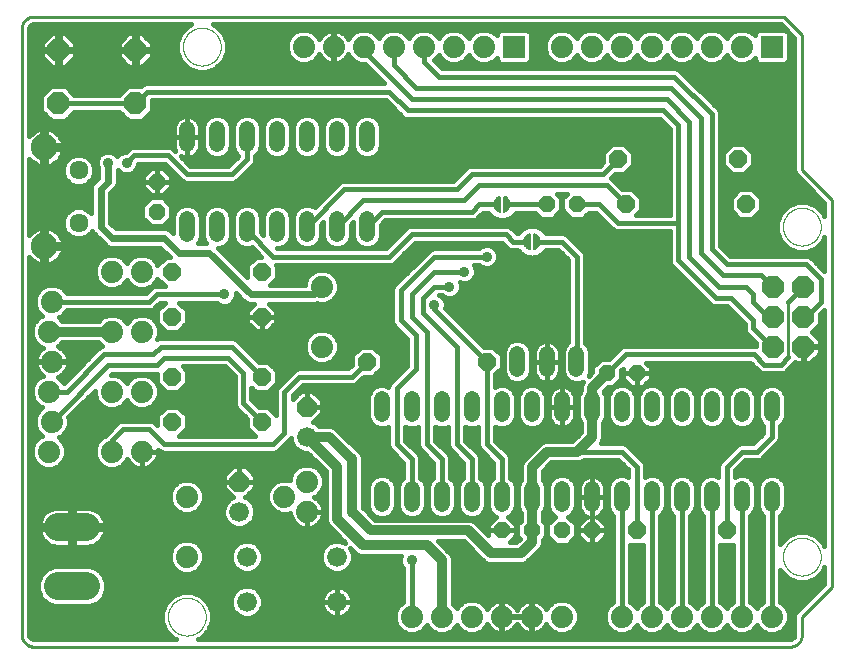
<source format=gbl>
G75*
%MOIN*%
%OFA0B0*%
%FSLAX25Y25*%
%IPPOS*%
%LPD*%
%AMOC8*
5,1,8,0,0,1.08239X$1,22.5*
%
%ADD10C,0.01000*%
%ADD11C,0.00000*%
%ADD12C,0.07400*%
%ADD13R,0.07400X0.07400*%
%ADD14OC8,0.07400*%
%ADD15C,0.05200*%
%ADD16OC8,0.06000*%
%ADD17C,0.06600*%
%ADD18OC8,0.06600*%
%ADD19OC8,0.05600*%
%ADD20R,0.01000X0.01000*%
%ADD21C,0.00500*%
%ADD22C,0.09370*%
%ADD23OC8,0.07500*%
%ADD24C,0.06348*%
%ADD25C,0.08858*%
%ADD26C,0.01600*%
%ADD27C,0.03577*%
%ADD28C,0.03200*%
%ADD29C,0.02400*%
D10*
X0006695Y0005737D02*
X0006695Y0207863D01*
X0006697Y0207987D01*
X0006703Y0208110D01*
X0006712Y0208234D01*
X0006726Y0208356D01*
X0006743Y0208479D01*
X0006765Y0208601D01*
X0006790Y0208722D01*
X0006819Y0208842D01*
X0006851Y0208961D01*
X0006888Y0209080D01*
X0006928Y0209197D01*
X0006971Y0209312D01*
X0007019Y0209427D01*
X0007070Y0209539D01*
X0007124Y0209650D01*
X0007182Y0209760D01*
X0007243Y0209867D01*
X0007308Y0209973D01*
X0007376Y0210076D01*
X0007447Y0210177D01*
X0007521Y0210276D01*
X0007598Y0210373D01*
X0007679Y0210467D01*
X0007762Y0210558D01*
X0007848Y0210647D01*
X0007937Y0210733D01*
X0008028Y0210816D01*
X0008122Y0210897D01*
X0008219Y0210974D01*
X0008318Y0211048D01*
X0008419Y0211119D01*
X0008522Y0211187D01*
X0008628Y0211252D01*
X0008735Y0211313D01*
X0008845Y0211371D01*
X0008956Y0211425D01*
X0009068Y0211476D01*
X0009183Y0211524D01*
X0009298Y0211567D01*
X0009415Y0211607D01*
X0009534Y0211644D01*
X0009653Y0211676D01*
X0009773Y0211705D01*
X0009894Y0211730D01*
X0010016Y0211752D01*
X0010139Y0211769D01*
X0010261Y0211783D01*
X0010385Y0211792D01*
X0010508Y0211798D01*
X0010632Y0211800D01*
X0260695Y0211800D01*
X0266695Y0205800D01*
X0266695Y0160800D01*
X0276695Y0150800D01*
X0276695Y0021800D01*
X0266695Y0011800D01*
X0266695Y0005737D01*
X0266693Y0005613D01*
X0266687Y0005490D01*
X0266678Y0005366D01*
X0266664Y0005244D01*
X0266647Y0005121D01*
X0266625Y0004999D01*
X0266600Y0004878D01*
X0266571Y0004758D01*
X0266539Y0004639D01*
X0266502Y0004520D01*
X0266462Y0004403D01*
X0266419Y0004288D01*
X0266371Y0004173D01*
X0266320Y0004061D01*
X0266266Y0003950D01*
X0266208Y0003840D01*
X0266147Y0003733D01*
X0266082Y0003627D01*
X0266014Y0003524D01*
X0265943Y0003423D01*
X0265869Y0003324D01*
X0265792Y0003227D01*
X0265711Y0003133D01*
X0265628Y0003042D01*
X0265542Y0002953D01*
X0265453Y0002867D01*
X0265362Y0002784D01*
X0265268Y0002703D01*
X0265171Y0002626D01*
X0265072Y0002552D01*
X0264971Y0002481D01*
X0264868Y0002413D01*
X0264762Y0002348D01*
X0264655Y0002287D01*
X0264545Y0002229D01*
X0264434Y0002175D01*
X0264322Y0002124D01*
X0264207Y0002076D01*
X0264092Y0002033D01*
X0263975Y0001993D01*
X0263856Y0001956D01*
X0263737Y0001924D01*
X0263617Y0001895D01*
X0263496Y0001870D01*
X0263374Y0001848D01*
X0263251Y0001831D01*
X0263129Y0001817D01*
X0263005Y0001808D01*
X0262882Y0001802D01*
X0262758Y0001800D01*
X0010632Y0001800D01*
X0010508Y0001802D01*
X0010385Y0001808D01*
X0010261Y0001817D01*
X0010139Y0001831D01*
X0010016Y0001848D01*
X0009894Y0001870D01*
X0009773Y0001895D01*
X0009653Y0001924D01*
X0009534Y0001956D01*
X0009415Y0001993D01*
X0009298Y0002033D01*
X0009183Y0002076D01*
X0009068Y0002124D01*
X0008956Y0002175D01*
X0008845Y0002229D01*
X0008735Y0002287D01*
X0008628Y0002348D01*
X0008522Y0002413D01*
X0008419Y0002481D01*
X0008318Y0002552D01*
X0008219Y0002626D01*
X0008122Y0002703D01*
X0008028Y0002784D01*
X0007937Y0002867D01*
X0007848Y0002953D01*
X0007762Y0003042D01*
X0007679Y0003133D01*
X0007598Y0003227D01*
X0007521Y0003324D01*
X0007447Y0003423D01*
X0007376Y0003524D01*
X0007308Y0003627D01*
X0007243Y0003733D01*
X0007182Y0003840D01*
X0007124Y0003950D01*
X0007070Y0004061D01*
X0007019Y0004173D01*
X0006971Y0004288D01*
X0006928Y0004403D01*
X0006888Y0004520D01*
X0006851Y0004639D01*
X0006819Y0004758D01*
X0006790Y0004878D01*
X0006765Y0004999D01*
X0006743Y0005121D01*
X0006726Y0005244D01*
X0006712Y0005366D01*
X0006703Y0005490D01*
X0006697Y0005613D01*
X0006695Y0005737D01*
X0262195Y0098300D02*
X0262195Y0116800D01*
D11*
X0260396Y0141800D02*
X0260398Y0141958D01*
X0260404Y0142116D01*
X0260414Y0142274D01*
X0260428Y0142432D01*
X0260446Y0142589D01*
X0260467Y0142746D01*
X0260493Y0142902D01*
X0260523Y0143058D01*
X0260556Y0143213D01*
X0260594Y0143366D01*
X0260635Y0143519D01*
X0260680Y0143671D01*
X0260729Y0143822D01*
X0260782Y0143971D01*
X0260838Y0144119D01*
X0260898Y0144265D01*
X0260962Y0144410D01*
X0261030Y0144553D01*
X0261101Y0144695D01*
X0261175Y0144835D01*
X0261253Y0144972D01*
X0261335Y0145108D01*
X0261419Y0145242D01*
X0261508Y0145373D01*
X0261599Y0145502D01*
X0261694Y0145629D01*
X0261791Y0145754D01*
X0261892Y0145876D01*
X0261996Y0145995D01*
X0262103Y0146112D01*
X0262213Y0146226D01*
X0262326Y0146337D01*
X0262441Y0146446D01*
X0262559Y0146551D01*
X0262680Y0146653D01*
X0262803Y0146753D01*
X0262929Y0146849D01*
X0263057Y0146942D01*
X0263187Y0147032D01*
X0263320Y0147118D01*
X0263455Y0147202D01*
X0263591Y0147281D01*
X0263730Y0147358D01*
X0263871Y0147430D01*
X0264013Y0147500D01*
X0264157Y0147565D01*
X0264303Y0147627D01*
X0264450Y0147685D01*
X0264599Y0147740D01*
X0264749Y0147791D01*
X0264900Y0147838D01*
X0265052Y0147881D01*
X0265205Y0147920D01*
X0265360Y0147956D01*
X0265515Y0147987D01*
X0265671Y0148015D01*
X0265827Y0148039D01*
X0265984Y0148059D01*
X0266142Y0148075D01*
X0266299Y0148087D01*
X0266458Y0148095D01*
X0266616Y0148099D01*
X0266774Y0148099D01*
X0266932Y0148095D01*
X0267091Y0148087D01*
X0267248Y0148075D01*
X0267406Y0148059D01*
X0267563Y0148039D01*
X0267719Y0148015D01*
X0267875Y0147987D01*
X0268030Y0147956D01*
X0268185Y0147920D01*
X0268338Y0147881D01*
X0268490Y0147838D01*
X0268641Y0147791D01*
X0268791Y0147740D01*
X0268940Y0147685D01*
X0269087Y0147627D01*
X0269233Y0147565D01*
X0269377Y0147500D01*
X0269519Y0147430D01*
X0269660Y0147358D01*
X0269799Y0147281D01*
X0269935Y0147202D01*
X0270070Y0147118D01*
X0270203Y0147032D01*
X0270333Y0146942D01*
X0270461Y0146849D01*
X0270587Y0146753D01*
X0270710Y0146653D01*
X0270831Y0146551D01*
X0270949Y0146446D01*
X0271064Y0146337D01*
X0271177Y0146226D01*
X0271287Y0146112D01*
X0271394Y0145995D01*
X0271498Y0145876D01*
X0271599Y0145754D01*
X0271696Y0145629D01*
X0271791Y0145502D01*
X0271882Y0145373D01*
X0271971Y0145242D01*
X0272055Y0145108D01*
X0272137Y0144972D01*
X0272215Y0144835D01*
X0272289Y0144695D01*
X0272360Y0144553D01*
X0272428Y0144410D01*
X0272492Y0144265D01*
X0272552Y0144119D01*
X0272608Y0143971D01*
X0272661Y0143822D01*
X0272710Y0143671D01*
X0272755Y0143519D01*
X0272796Y0143366D01*
X0272834Y0143213D01*
X0272867Y0143058D01*
X0272897Y0142902D01*
X0272923Y0142746D01*
X0272944Y0142589D01*
X0272962Y0142432D01*
X0272976Y0142274D01*
X0272986Y0142116D01*
X0272992Y0141958D01*
X0272994Y0141800D01*
X0272992Y0141642D01*
X0272986Y0141484D01*
X0272976Y0141326D01*
X0272962Y0141168D01*
X0272944Y0141011D01*
X0272923Y0140854D01*
X0272897Y0140698D01*
X0272867Y0140542D01*
X0272834Y0140387D01*
X0272796Y0140234D01*
X0272755Y0140081D01*
X0272710Y0139929D01*
X0272661Y0139778D01*
X0272608Y0139629D01*
X0272552Y0139481D01*
X0272492Y0139335D01*
X0272428Y0139190D01*
X0272360Y0139047D01*
X0272289Y0138905D01*
X0272215Y0138765D01*
X0272137Y0138628D01*
X0272055Y0138492D01*
X0271971Y0138358D01*
X0271882Y0138227D01*
X0271791Y0138098D01*
X0271696Y0137971D01*
X0271599Y0137846D01*
X0271498Y0137724D01*
X0271394Y0137605D01*
X0271287Y0137488D01*
X0271177Y0137374D01*
X0271064Y0137263D01*
X0270949Y0137154D01*
X0270831Y0137049D01*
X0270710Y0136947D01*
X0270587Y0136847D01*
X0270461Y0136751D01*
X0270333Y0136658D01*
X0270203Y0136568D01*
X0270070Y0136482D01*
X0269935Y0136398D01*
X0269799Y0136319D01*
X0269660Y0136242D01*
X0269519Y0136170D01*
X0269377Y0136100D01*
X0269233Y0136035D01*
X0269087Y0135973D01*
X0268940Y0135915D01*
X0268791Y0135860D01*
X0268641Y0135809D01*
X0268490Y0135762D01*
X0268338Y0135719D01*
X0268185Y0135680D01*
X0268030Y0135644D01*
X0267875Y0135613D01*
X0267719Y0135585D01*
X0267563Y0135561D01*
X0267406Y0135541D01*
X0267248Y0135525D01*
X0267091Y0135513D01*
X0266932Y0135505D01*
X0266774Y0135501D01*
X0266616Y0135501D01*
X0266458Y0135505D01*
X0266299Y0135513D01*
X0266142Y0135525D01*
X0265984Y0135541D01*
X0265827Y0135561D01*
X0265671Y0135585D01*
X0265515Y0135613D01*
X0265360Y0135644D01*
X0265205Y0135680D01*
X0265052Y0135719D01*
X0264900Y0135762D01*
X0264749Y0135809D01*
X0264599Y0135860D01*
X0264450Y0135915D01*
X0264303Y0135973D01*
X0264157Y0136035D01*
X0264013Y0136100D01*
X0263871Y0136170D01*
X0263730Y0136242D01*
X0263591Y0136319D01*
X0263455Y0136398D01*
X0263320Y0136482D01*
X0263187Y0136568D01*
X0263057Y0136658D01*
X0262929Y0136751D01*
X0262803Y0136847D01*
X0262680Y0136947D01*
X0262559Y0137049D01*
X0262441Y0137154D01*
X0262326Y0137263D01*
X0262213Y0137374D01*
X0262103Y0137488D01*
X0261996Y0137605D01*
X0261892Y0137724D01*
X0261791Y0137846D01*
X0261694Y0137971D01*
X0261599Y0138098D01*
X0261508Y0138227D01*
X0261419Y0138358D01*
X0261335Y0138492D01*
X0261253Y0138628D01*
X0261175Y0138765D01*
X0261101Y0138905D01*
X0261030Y0139047D01*
X0260962Y0139190D01*
X0260898Y0139335D01*
X0260838Y0139481D01*
X0260782Y0139629D01*
X0260729Y0139778D01*
X0260680Y0139929D01*
X0260635Y0140081D01*
X0260594Y0140234D01*
X0260556Y0140387D01*
X0260523Y0140542D01*
X0260493Y0140698D01*
X0260467Y0140854D01*
X0260446Y0141011D01*
X0260428Y0141168D01*
X0260414Y0141326D01*
X0260404Y0141484D01*
X0260398Y0141642D01*
X0260396Y0141800D01*
X0260396Y0031800D02*
X0260398Y0031958D01*
X0260404Y0032116D01*
X0260414Y0032274D01*
X0260428Y0032432D01*
X0260446Y0032589D01*
X0260467Y0032746D01*
X0260493Y0032902D01*
X0260523Y0033058D01*
X0260556Y0033213D01*
X0260594Y0033366D01*
X0260635Y0033519D01*
X0260680Y0033671D01*
X0260729Y0033822D01*
X0260782Y0033971D01*
X0260838Y0034119D01*
X0260898Y0034265D01*
X0260962Y0034410D01*
X0261030Y0034553D01*
X0261101Y0034695D01*
X0261175Y0034835D01*
X0261253Y0034972D01*
X0261335Y0035108D01*
X0261419Y0035242D01*
X0261508Y0035373D01*
X0261599Y0035502D01*
X0261694Y0035629D01*
X0261791Y0035754D01*
X0261892Y0035876D01*
X0261996Y0035995D01*
X0262103Y0036112D01*
X0262213Y0036226D01*
X0262326Y0036337D01*
X0262441Y0036446D01*
X0262559Y0036551D01*
X0262680Y0036653D01*
X0262803Y0036753D01*
X0262929Y0036849D01*
X0263057Y0036942D01*
X0263187Y0037032D01*
X0263320Y0037118D01*
X0263455Y0037202D01*
X0263591Y0037281D01*
X0263730Y0037358D01*
X0263871Y0037430D01*
X0264013Y0037500D01*
X0264157Y0037565D01*
X0264303Y0037627D01*
X0264450Y0037685D01*
X0264599Y0037740D01*
X0264749Y0037791D01*
X0264900Y0037838D01*
X0265052Y0037881D01*
X0265205Y0037920D01*
X0265360Y0037956D01*
X0265515Y0037987D01*
X0265671Y0038015D01*
X0265827Y0038039D01*
X0265984Y0038059D01*
X0266142Y0038075D01*
X0266299Y0038087D01*
X0266458Y0038095D01*
X0266616Y0038099D01*
X0266774Y0038099D01*
X0266932Y0038095D01*
X0267091Y0038087D01*
X0267248Y0038075D01*
X0267406Y0038059D01*
X0267563Y0038039D01*
X0267719Y0038015D01*
X0267875Y0037987D01*
X0268030Y0037956D01*
X0268185Y0037920D01*
X0268338Y0037881D01*
X0268490Y0037838D01*
X0268641Y0037791D01*
X0268791Y0037740D01*
X0268940Y0037685D01*
X0269087Y0037627D01*
X0269233Y0037565D01*
X0269377Y0037500D01*
X0269519Y0037430D01*
X0269660Y0037358D01*
X0269799Y0037281D01*
X0269935Y0037202D01*
X0270070Y0037118D01*
X0270203Y0037032D01*
X0270333Y0036942D01*
X0270461Y0036849D01*
X0270587Y0036753D01*
X0270710Y0036653D01*
X0270831Y0036551D01*
X0270949Y0036446D01*
X0271064Y0036337D01*
X0271177Y0036226D01*
X0271287Y0036112D01*
X0271394Y0035995D01*
X0271498Y0035876D01*
X0271599Y0035754D01*
X0271696Y0035629D01*
X0271791Y0035502D01*
X0271882Y0035373D01*
X0271971Y0035242D01*
X0272055Y0035108D01*
X0272137Y0034972D01*
X0272215Y0034835D01*
X0272289Y0034695D01*
X0272360Y0034553D01*
X0272428Y0034410D01*
X0272492Y0034265D01*
X0272552Y0034119D01*
X0272608Y0033971D01*
X0272661Y0033822D01*
X0272710Y0033671D01*
X0272755Y0033519D01*
X0272796Y0033366D01*
X0272834Y0033213D01*
X0272867Y0033058D01*
X0272897Y0032902D01*
X0272923Y0032746D01*
X0272944Y0032589D01*
X0272962Y0032432D01*
X0272976Y0032274D01*
X0272986Y0032116D01*
X0272992Y0031958D01*
X0272994Y0031800D01*
X0272992Y0031642D01*
X0272986Y0031484D01*
X0272976Y0031326D01*
X0272962Y0031168D01*
X0272944Y0031011D01*
X0272923Y0030854D01*
X0272897Y0030698D01*
X0272867Y0030542D01*
X0272834Y0030387D01*
X0272796Y0030234D01*
X0272755Y0030081D01*
X0272710Y0029929D01*
X0272661Y0029778D01*
X0272608Y0029629D01*
X0272552Y0029481D01*
X0272492Y0029335D01*
X0272428Y0029190D01*
X0272360Y0029047D01*
X0272289Y0028905D01*
X0272215Y0028765D01*
X0272137Y0028628D01*
X0272055Y0028492D01*
X0271971Y0028358D01*
X0271882Y0028227D01*
X0271791Y0028098D01*
X0271696Y0027971D01*
X0271599Y0027846D01*
X0271498Y0027724D01*
X0271394Y0027605D01*
X0271287Y0027488D01*
X0271177Y0027374D01*
X0271064Y0027263D01*
X0270949Y0027154D01*
X0270831Y0027049D01*
X0270710Y0026947D01*
X0270587Y0026847D01*
X0270461Y0026751D01*
X0270333Y0026658D01*
X0270203Y0026568D01*
X0270070Y0026482D01*
X0269935Y0026398D01*
X0269799Y0026319D01*
X0269660Y0026242D01*
X0269519Y0026170D01*
X0269377Y0026100D01*
X0269233Y0026035D01*
X0269087Y0025973D01*
X0268940Y0025915D01*
X0268791Y0025860D01*
X0268641Y0025809D01*
X0268490Y0025762D01*
X0268338Y0025719D01*
X0268185Y0025680D01*
X0268030Y0025644D01*
X0267875Y0025613D01*
X0267719Y0025585D01*
X0267563Y0025561D01*
X0267406Y0025541D01*
X0267248Y0025525D01*
X0267091Y0025513D01*
X0266932Y0025505D01*
X0266774Y0025501D01*
X0266616Y0025501D01*
X0266458Y0025505D01*
X0266299Y0025513D01*
X0266142Y0025525D01*
X0265984Y0025541D01*
X0265827Y0025561D01*
X0265671Y0025585D01*
X0265515Y0025613D01*
X0265360Y0025644D01*
X0265205Y0025680D01*
X0265052Y0025719D01*
X0264900Y0025762D01*
X0264749Y0025809D01*
X0264599Y0025860D01*
X0264450Y0025915D01*
X0264303Y0025973D01*
X0264157Y0026035D01*
X0264013Y0026100D01*
X0263871Y0026170D01*
X0263730Y0026242D01*
X0263591Y0026319D01*
X0263455Y0026398D01*
X0263320Y0026482D01*
X0263187Y0026568D01*
X0263057Y0026658D01*
X0262929Y0026751D01*
X0262803Y0026847D01*
X0262680Y0026947D01*
X0262559Y0027049D01*
X0262441Y0027154D01*
X0262326Y0027263D01*
X0262213Y0027374D01*
X0262103Y0027488D01*
X0261996Y0027605D01*
X0261892Y0027724D01*
X0261791Y0027846D01*
X0261694Y0027971D01*
X0261599Y0028098D01*
X0261508Y0028227D01*
X0261419Y0028358D01*
X0261335Y0028492D01*
X0261253Y0028628D01*
X0261175Y0028765D01*
X0261101Y0028905D01*
X0261030Y0029047D01*
X0260962Y0029190D01*
X0260898Y0029335D01*
X0260838Y0029481D01*
X0260782Y0029629D01*
X0260729Y0029778D01*
X0260680Y0029929D01*
X0260635Y0030081D01*
X0260594Y0030234D01*
X0260556Y0030387D01*
X0260523Y0030542D01*
X0260493Y0030698D01*
X0260467Y0030854D01*
X0260446Y0031011D01*
X0260428Y0031168D01*
X0260414Y0031326D01*
X0260404Y0031484D01*
X0260398Y0031642D01*
X0260396Y0031800D01*
X0055396Y0011800D02*
X0055398Y0011958D01*
X0055404Y0012116D01*
X0055414Y0012274D01*
X0055428Y0012432D01*
X0055446Y0012589D01*
X0055467Y0012746D01*
X0055493Y0012902D01*
X0055523Y0013058D01*
X0055556Y0013213D01*
X0055594Y0013366D01*
X0055635Y0013519D01*
X0055680Y0013671D01*
X0055729Y0013822D01*
X0055782Y0013971D01*
X0055838Y0014119D01*
X0055898Y0014265D01*
X0055962Y0014410D01*
X0056030Y0014553D01*
X0056101Y0014695D01*
X0056175Y0014835D01*
X0056253Y0014972D01*
X0056335Y0015108D01*
X0056419Y0015242D01*
X0056508Y0015373D01*
X0056599Y0015502D01*
X0056694Y0015629D01*
X0056791Y0015754D01*
X0056892Y0015876D01*
X0056996Y0015995D01*
X0057103Y0016112D01*
X0057213Y0016226D01*
X0057326Y0016337D01*
X0057441Y0016446D01*
X0057559Y0016551D01*
X0057680Y0016653D01*
X0057803Y0016753D01*
X0057929Y0016849D01*
X0058057Y0016942D01*
X0058187Y0017032D01*
X0058320Y0017118D01*
X0058455Y0017202D01*
X0058591Y0017281D01*
X0058730Y0017358D01*
X0058871Y0017430D01*
X0059013Y0017500D01*
X0059157Y0017565D01*
X0059303Y0017627D01*
X0059450Y0017685D01*
X0059599Y0017740D01*
X0059749Y0017791D01*
X0059900Y0017838D01*
X0060052Y0017881D01*
X0060205Y0017920D01*
X0060360Y0017956D01*
X0060515Y0017987D01*
X0060671Y0018015D01*
X0060827Y0018039D01*
X0060984Y0018059D01*
X0061142Y0018075D01*
X0061299Y0018087D01*
X0061458Y0018095D01*
X0061616Y0018099D01*
X0061774Y0018099D01*
X0061932Y0018095D01*
X0062091Y0018087D01*
X0062248Y0018075D01*
X0062406Y0018059D01*
X0062563Y0018039D01*
X0062719Y0018015D01*
X0062875Y0017987D01*
X0063030Y0017956D01*
X0063185Y0017920D01*
X0063338Y0017881D01*
X0063490Y0017838D01*
X0063641Y0017791D01*
X0063791Y0017740D01*
X0063940Y0017685D01*
X0064087Y0017627D01*
X0064233Y0017565D01*
X0064377Y0017500D01*
X0064519Y0017430D01*
X0064660Y0017358D01*
X0064799Y0017281D01*
X0064935Y0017202D01*
X0065070Y0017118D01*
X0065203Y0017032D01*
X0065333Y0016942D01*
X0065461Y0016849D01*
X0065587Y0016753D01*
X0065710Y0016653D01*
X0065831Y0016551D01*
X0065949Y0016446D01*
X0066064Y0016337D01*
X0066177Y0016226D01*
X0066287Y0016112D01*
X0066394Y0015995D01*
X0066498Y0015876D01*
X0066599Y0015754D01*
X0066696Y0015629D01*
X0066791Y0015502D01*
X0066882Y0015373D01*
X0066971Y0015242D01*
X0067055Y0015108D01*
X0067137Y0014972D01*
X0067215Y0014835D01*
X0067289Y0014695D01*
X0067360Y0014553D01*
X0067428Y0014410D01*
X0067492Y0014265D01*
X0067552Y0014119D01*
X0067608Y0013971D01*
X0067661Y0013822D01*
X0067710Y0013671D01*
X0067755Y0013519D01*
X0067796Y0013366D01*
X0067834Y0013213D01*
X0067867Y0013058D01*
X0067897Y0012902D01*
X0067923Y0012746D01*
X0067944Y0012589D01*
X0067962Y0012432D01*
X0067976Y0012274D01*
X0067986Y0012116D01*
X0067992Y0011958D01*
X0067994Y0011800D01*
X0067992Y0011642D01*
X0067986Y0011484D01*
X0067976Y0011326D01*
X0067962Y0011168D01*
X0067944Y0011011D01*
X0067923Y0010854D01*
X0067897Y0010698D01*
X0067867Y0010542D01*
X0067834Y0010387D01*
X0067796Y0010234D01*
X0067755Y0010081D01*
X0067710Y0009929D01*
X0067661Y0009778D01*
X0067608Y0009629D01*
X0067552Y0009481D01*
X0067492Y0009335D01*
X0067428Y0009190D01*
X0067360Y0009047D01*
X0067289Y0008905D01*
X0067215Y0008765D01*
X0067137Y0008628D01*
X0067055Y0008492D01*
X0066971Y0008358D01*
X0066882Y0008227D01*
X0066791Y0008098D01*
X0066696Y0007971D01*
X0066599Y0007846D01*
X0066498Y0007724D01*
X0066394Y0007605D01*
X0066287Y0007488D01*
X0066177Y0007374D01*
X0066064Y0007263D01*
X0065949Y0007154D01*
X0065831Y0007049D01*
X0065710Y0006947D01*
X0065587Y0006847D01*
X0065461Y0006751D01*
X0065333Y0006658D01*
X0065203Y0006568D01*
X0065070Y0006482D01*
X0064935Y0006398D01*
X0064799Y0006319D01*
X0064660Y0006242D01*
X0064519Y0006170D01*
X0064377Y0006100D01*
X0064233Y0006035D01*
X0064087Y0005973D01*
X0063940Y0005915D01*
X0063791Y0005860D01*
X0063641Y0005809D01*
X0063490Y0005762D01*
X0063338Y0005719D01*
X0063185Y0005680D01*
X0063030Y0005644D01*
X0062875Y0005613D01*
X0062719Y0005585D01*
X0062563Y0005561D01*
X0062406Y0005541D01*
X0062248Y0005525D01*
X0062091Y0005513D01*
X0061932Y0005505D01*
X0061774Y0005501D01*
X0061616Y0005501D01*
X0061458Y0005505D01*
X0061299Y0005513D01*
X0061142Y0005525D01*
X0060984Y0005541D01*
X0060827Y0005561D01*
X0060671Y0005585D01*
X0060515Y0005613D01*
X0060360Y0005644D01*
X0060205Y0005680D01*
X0060052Y0005719D01*
X0059900Y0005762D01*
X0059749Y0005809D01*
X0059599Y0005860D01*
X0059450Y0005915D01*
X0059303Y0005973D01*
X0059157Y0006035D01*
X0059013Y0006100D01*
X0058871Y0006170D01*
X0058730Y0006242D01*
X0058591Y0006319D01*
X0058455Y0006398D01*
X0058320Y0006482D01*
X0058187Y0006568D01*
X0058057Y0006658D01*
X0057929Y0006751D01*
X0057803Y0006847D01*
X0057680Y0006947D01*
X0057559Y0007049D01*
X0057441Y0007154D01*
X0057326Y0007263D01*
X0057213Y0007374D01*
X0057103Y0007488D01*
X0056996Y0007605D01*
X0056892Y0007724D01*
X0056791Y0007846D01*
X0056694Y0007971D01*
X0056599Y0008098D01*
X0056508Y0008227D01*
X0056419Y0008358D01*
X0056335Y0008492D01*
X0056253Y0008628D01*
X0056175Y0008765D01*
X0056101Y0008905D01*
X0056030Y0009047D01*
X0055962Y0009190D01*
X0055898Y0009335D01*
X0055838Y0009481D01*
X0055782Y0009629D01*
X0055729Y0009778D01*
X0055680Y0009929D01*
X0055635Y0010081D01*
X0055594Y0010234D01*
X0055556Y0010387D01*
X0055523Y0010542D01*
X0055493Y0010698D01*
X0055467Y0010854D01*
X0055446Y0011011D01*
X0055428Y0011168D01*
X0055414Y0011326D01*
X0055404Y0011484D01*
X0055398Y0011642D01*
X0055396Y0011800D01*
X0023940Y0143040D02*
X0023942Y0143121D01*
X0023948Y0143203D01*
X0023958Y0143284D01*
X0023972Y0143364D01*
X0023989Y0143443D01*
X0024011Y0143522D01*
X0024036Y0143599D01*
X0024065Y0143676D01*
X0024098Y0143750D01*
X0024135Y0143823D01*
X0024174Y0143894D01*
X0024218Y0143963D01*
X0024264Y0144030D01*
X0024314Y0144094D01*
X0024367Y0144156D01*
X0024423Y0144216D01*
X0024481Y0144272D01*
X0024543Y0144326D01*
X0024607Y0144377D01*
X0024673Y0144424D01*
X0024741Y0144468D01*
X0024812Y0144509D01*
X0024884Y0144546D01*
X0024959Y0144580D01*
X0025034Y0144610D01*
X0025112Y0144636D01*
X0025190Y0144659D01*
X0025269Y0144677D01*
X0025349Y0144692D01*
X0025430Y0144703D01*
X0025511Y0144710D01*
X0025593Y0144713D01*
X0025674Y0144712D01*
X0025755Y0144707D01*
X0025836Y0144698D01*
X0025917Y0144685D01*
X0025997Y0144668D01*
X0026075Y0144648D01*
X0026153Y0144623D01*
X0026230Y0144595D01*
X0026305Y0144563D01*
X0026378Y0144528D01*
X0026449Y0144489D01*
X0026519Y0144446D01*
X0026586Y0144401D01*
X0026652Y0144352D01*
X0026714Y0144300D01*
X0026774Y0144244D01*
X0026831Y0144186D01*
X0026886Y0144126D01*
X0026937Y0144062D01*
X0026985Y0143997D01*
X0027030Y0143929D01*
X0027072Y0143859D01*
X0027110Y0143787D01*
X0027145Y0143713D01*
X0027176Y0143638D01*
X0027203Y0143561D01*
X0027226Y0143483D01*
X0027246Y0143404D01*
X0027262Y0143324D01*
X0027274Y0143243D01*
X0027282Y0143162D01*
X0027286Y0143081D01*
X0027286Y0142999D01*
X0027282Y0142918D01*
X0027274Y0142837D01*
X0027262Y0142756D01*
X0027246Y0142676D01*
X0027226Y0142597D01*
X0027203Y0142519D01*
X0027176Y0142442D01*
X0027145Y0142367D01*
X0027110Y0142293D01*
X0027072Y0142221D01*
X0027030Y0142151D01*
X0026985Y0142083D01*
X0026937Y0142018D01*
X0026886Y0141954D01*
X0026831Y0141894D01*
X0026774Y0141836D01*
X0026714Y0141780D01*
X0026652Y0141728D01*
X0026586Y0141679D01*
X0026519Y0141634D01*
X0026450Y0141591D01*
X0026378Y0141552D01*
X0026305Y0141517D01*
X0026230Y0141485D01*
X0026153Y0141457D01*
X0026075Y0141432D01*
X0025997Y0141412D01*
X0025917Y0141395D01*
X0025836Y0141382D01*
X0025755Y0141373D01*
X0025674Y0141368D01*
X0025593Y0141367D01*
X0025511Y0141370D01*
X0025430Y0141377D01*
X0025349Y0141388D01*
X0025269Y0141403D01*
X0025190Y0141421D01*
X0025112Y0141444D01*
X0025034Y0141470D01*
X0024959Y0141500D01*
X0024884Y0141534D01*
X0024812Y0141571D01*
X0024741Y0141612D01*
X0024673Y0141656D01*
X0024607Y0141703D01*
X0024543Y0141754D01*
X0024481Y0141808D01*
X0024423Y0141864D01*
X0024367Y0141924D01*
X0024314Y0141986D01*
X0024264Y0142050D01*
X0024218Y0142117D01*
X0024174Y0142186D01*
X0024135Y0142257D01*
X0024098Y0142330D01*
X0024065Y0142404D01*
X0024036Y0142481D01*
X0024011Y0142558D01*
X0023989Y0142637D01*
X0023972Y0142716D01*
X0023958Y0142796D01*
X0023948Y0142877D01*
X0023942Y0142959D01*
X0023940Y0143040D01*
X0023940Y0160560D02*
X0023942Y0160641D01*
X0023948Y0160723D01*
X0023958Y0160804D01*
X0023972Y0160884D01*
X0023989Y0160963D01*
X0024011Y0161042D01*
X0024036Y0161119D01*
X0024065Y0161196D01*
X0024098Y0161270D01*
X0024135Y0161343D01*
X0024174Y0161414D01*
X0024218Y0161483D01*
X0024264Y0161550D01*
X0024314Y0161614D01*
X0024367Y0161676D01*
X0024423Y0161736D01*
X0024481Y0161792D01*
X0024543Y0161846D01*
X0024607Y0161897D01*
X0024673Y0161944D01*
X0024741Y0161988D01*
X0024812Y0162029D01*
X0024884Y0162066D01*
X0024959Y0162100D01*
X0025034Y0162130D01*
X0025112Y0162156D01*
X0025190Y0162179D01*
X0025269Y0162197D01*
X0025349Y0162212D01*
X0025430Y0162223D01*
X0025511Y0162230D01*
X0025593Y0162233D01*
X0025674Y0162232D01*
X0025755Y0162227D01*
X0025836Y0162218D01*
X0025917Y0162205D01*
X0025997Y0162188D01*
X0026075Y0162168D01*
X0026153Y0162143D01*
X0026230Y0162115D01*
X0026305Y0162083D01*
X0026378Y0162048D01*
X0026449Y0162009D01*
X0026519Y0161966D01*
X0026586Y0161921D01*
X0026652Y0161872D01*
X0026714Y0161820D01*
X0026774Y0161764D01*
X0026831Y0161706D01*
X0026886Y0161646D01*
X0026937Y0161582D01*
X0026985Y0161517D01*
X0027030Y0161449D01*
X0027072Y0161379D01*
X0027110Y0161307D01*
X0027145Y0161233D01*
X0027176Y0161158D01*
X0027203Y0161081D01*
X0027226Y0161003D01*
X0027246Y0160924D01*
X0027262Y0160844D01*
X0027274Y0160763D01*
X0027282Y0160682D01*
X0027286Y0160601D01*
X0027286Y0160519D01*
X0027282Y0160438D01*
X0027274Y0160357D01*
X0027262Y0160276D01*
X0027246Y0160196D01*
X0027226Y0160117D01*
X0027203Y0160039D01*
X0027176Y0159962D01*
X0027145Y0159887D01*
X0027110Y0159813D01*
X0027072Y0159741D01*
X0027030Y0159671D01*
X0026985Y0159603D01*
X0026937Y0159538D01*
X0026886Y0159474D01*
X0026831Y0159414D01*
X0026774Y0159356D01*
X0026714Y0159300D01*
X0026652Y0159248D01*
X0026586Y0159199D01*
X0026519Y0159154D01*
X0026450Y0159111D01*
X0026378Y0159072D01*
X0026305Y0159037D01*
X0026230Y0159005D01*
X0026153Y0158977D01*
X0026075Y0158952D01*
X0025997Y0158932D01*
X0025917Y0158915D01*
X0025836Y0158902D01*
X0025755Y0158893D01*
X0025674Y0158888D01*
X0025593Y0158887D01*
X0025511Y0158890D01*
X0025430Y0158897D01*
X0025349Y0158908D01*
X0025269Y0158923D01*
X0025190Y0158941D01*
X0025112Y0158964D01*
X0025034Y0158990D01*
X0024959Y0159020D01*
X0024884Y0159054D01*
X0024812Y0159091D01*
X0024741Y0159132D01*
X0024673Y0159176D01*
X0024607Y0159223D01*
X0024543Y0159274D01*
X0024481Y0159328D01*
X0024423Y0159384D01*
X0024367Y0159444D01*
X0024314Y0159506D01*
X0024264Y0159570D01*
X0024218Y0159637D01*
X0024174Y0159706D01*
X0024135Y0159777D01*
X0024098Y0159850D01*
X0024065Y0159924D01*
X0024036Y0160001D01*
X0024011Y0160078D01*
X0023989Y0160157D01*
X0023972Y0160236D01*
X0023958Y0160316D01*
X0023948Y0160397D01*
X0023942Y0160479D01*
X0023940Y0160560D01*
X0060396Y0201800D02*
X0060398Y0201958D01*
X0060404Y0202116D01*
X0060414Y0202274D01*
X0060428Y0202432D01*
X0060446Y0202589D01*
X0060467Y0202746D01*
X0060493Y0202902D01*
X0060523Y0203058D01*
X0060556Y0203213D01*
X0060594Y0203366D01*
X0060635Y0203519D01*
X0060680Y0203671D01*
X0060729Y0203822D01*
X0060782Y0203971D01*
X0060838Y0204119D01*
X0060898Y0204265D01*
X0060962Y0204410D01*
X0061030Y0204553D01*
X0061101Y0204695D01*
X0061175Y0204835D01*
X0061253Y0204972D01*
X0061335Y0205108D01*
X0061419Y0205242D01*
X0061508Y0205373D01*
X0061599Y0205502D01*
X0061694Y0205629D01*
X0061791Y0205754D01*
X0061892Y0205876D01*
X0061996Y0205995D01*
X0062103Y0206112D01*
X0062213Y0206226D01*
X0062326Y0206337D01*
X0062441Y0206446D01*
X0062559Y0206551D01*
X0062680Y0206653D01*
X0062803Y0206753D01*
X0062929Y0206849D01*
X0063057Y0206942D01*
X0063187Y0207032D01*
X0063320Y0207118D01*
X0063455Y0207202D01*
X0063591Y0207281D01*
X0063730Y0207358D01*
X0063871Y0207430D01*
X0064013Y0207500D01*
X0064157Y0207565D01*
X0064303Y0207627D01*
X0064450Y0207685D01*
X0064599Y0207740D01*
X0064749Y0207791D01*
X0064900Y0207838D01*
X0065052Y0207881D01*
X0065205Y0207920D01*
X0065360Y0207956D01*
X0065515Y0207987D01*
X0065671Y0208015D01*
X0065827Y0208039D01*
X0065984Y0208059D01*
X0066142Y0208075D01*
X0066299Y0208087D01*
X0066458Y0208095D01*
X0066616Y0208099D01*
X0066774Y0208099D01*
X0066932Y0208095D01*
X0067091Y0208087D01*
X0067248Y0208075D01*
X0067406Y0208059D01*
X0067563Y0208039D01*
X0067719Y0208015D01*
X0067875Y0207987D01*
X0068030Y0207956D01*
X0068185Y0207920D01*
X0068338Y0207881D01*
X0068490Y0207838D01*
X0068641Y0207791D01*
X0068791Y0207740D01*
X0068940Y0207685D01*
X0069087Y0207627D01*
X0069233Y0207565D01*
X0069377Y0207500D01*
X0069519Y0207430D01*
X0069660Y0207358D01*
X0069799Y0207281D01*
X0069935Y0207202D01*
X0070070Y0207118D01*
X0070203Y0207032D01*
X0070333Y0206942D01*
X0070461Y0206849D01*
X0070587Y0206753D01*
X0070710Y0206653D01*
X0070831Y0206551D01*
X0070949Y0206446D01*
X0071064Y0206337D01*
X0071177Y0206226D01*
X0071287Y0206112D01*
X0071394Y0205995D01*
X0071498Y0205876D01*
X0071599Y0205754D01*
X0071696Y0205629D01*
X0071791Y0205502D01*
X0071882Y0205373D01*
X0071971Y0205242D01*
X0072055Y0205108D01*
X0072137Y0204972D01*
X0072215Y0204835D01*
X0072289Y0204695D01*
X0072360Y0204553D01*
X0072428Y0204410D01*
X0072492Y0204265D01*
X0072552Y0204119D01*
X0072608Y0203971D01*
X0072661Y0203822D01*
X0072710Y0203671D01*
X0072755Y0203519D01*
X0072796Y0203366D01*
X0072834Y0203213D01*
X0072867Y0203058D01*
X0072897Y0202902D01*
X0072923Y0202746D01*
X0072944Y0202589D01*
X0072962Y0202432D01*
X0072976Y0202274D01*
X0072986Y0202116D01*
X0072992Y0201958D01*
X0072994Y0201800D01*
X0072992Y0201642D01*
X0072986Y0201484D01*
X0072976Y0201326D01*
X0072962Y0201168D01*
X0072944Y0201011D01*
X0072923Y0200854D01*
X0072897Y0200698D01*
X0072867Y0200542D01*
X0072834Y0200387D01*
X0072796Y0200234D01*
X0072755Y0200081D01*
X0072710Y0199929D01*
X0072661Y0199778D01*
X0072608Y0199629D01*
X0072552Y0199481D01*
X0072492Y0199335D01*
X0072428Y0199190D01*
X0072360Y0199047D01*
X0072289Y0198905D01*
X0072215Y0198765D01*
X0072137Y0198628D01*
X0072055Y0198492D01*
X0071971Y0198358D01*
X0071882Y0198227D01*
X0071791Y0198098D01*
X0071696Y0197971D01*
X0071599Y0197846D01*
X0071498Y0197724D01*
X0071394Y0197605D01*
X0071287Y0197488D01*
X0071177Y0197374D01*
X0071064Y0197263D01*
X0070949Y0197154D01*
X0070831Y0197049D01*
X0070710Y0196947D01*
X0070587Y0196847D01*
X0070461Y0196751D01*
X0070333Y0196658D01*
X0070203Y0196568D01*
X0070070Y0196482D01*
X0069935Y0196398D01*
X0069799Y0196319D01*
X0069660Y0196242D01*
X0069519Y0196170D01*
X0069377Y0196100D01*
X0069233Y0196035D01*
X0069087Y0195973D01*
X0068940Y0195915D01*
X0068791Y0195860D01*
X0068641Y0195809D01*
X0068490Y0195762D01*
X0068338Y0195719D01*
X0068185Y0195680D01*
X0068030Y0195644D01*
X0067875Y0195613D01*
X0067719Y0195585D01*
X0067563Y0195561D01*
X0067406Y0195541D01*
X0067248Y0195525D01*
X0067091Y0195513D01*
X0066932Y0195505D01*
X0066774Y0195501D01*
X0066616Y0195501D01*
X0066458Y0195505D01*
X0066299Y0195513D01*
X0066142Y0195525D01*
X0065984Y0195541D01*
X0065827Y0195561D01*
X0065671Y0195585D01*
X0065515Y0195613D01*
X0065360Y0195644D01*
X0065205Y0195680D01*
X0065052Y0195719D01*
X0064900Y0195762D01*
X0064749Y0195809D01*
X0064599Y0195860D01*
X0064450Y0195915D01*
X0064303Y0195973D01*
X0064157Y0196035D01*
X0064013Y0196100D01*
X0063871Y0196170D01*
X0063730Y0196242D01*
X0063591Y0196319D01*
X0063455Y0196398D01*
X0063320Y0196482D01*
X0063187Y0196568D01*
X0063057Y0196658D01*
X0062929Y0196751D01*
X0062803Y0196847D01*
X0062680Y0196947D01*
X0062559Y0197049D01*
X0062441Y0197154D01*
X0062326Y0197263D01*
X0062213Y0197374D01*
X0062103Y0197488D01*
X0061996Y0197605D01*
X0061892Y0197724D01*
X0061791Y0197846D01*
X0061694Y0197971D01*
X0061599Y0198098D01*
X0061508Y0198227D01*
X0061419Y0198358D01*
X0061335Y0198492D01*
X0061253Y0198628D01*
X0061175Y0198765D01*
X0061101Y0198905D01*
X0061030Y0199047D01*
X0060962Y0199190D01*
X0060898Y0199335D01*
X0060838Y0199481D01*
X0060782Y0199629D01*
X0060729Y0199778D01*
X0060680Y0199929D01*
X0060635Y0200081D01*
X0060594Y0200234D01*
X0060556Y0200387D01*
X0060523Y0200542D01*
X0060493Y0200698D01*
X0060467Y0200854D01*
X0060446Y0201011D01*
X0060428Y0201168D01*
X0060414Y0201326D01*
X0060404Y0201484D01*
X0060398Y0201642D01*
X0060396Y0201800D01*
D12*
X0100695Y0201800D03*
X0110695Y0201800D03*
X0120695Y0201800D03*
X0130695Y0201800D03*
X0140695Y0201800D03*
X0150695Y0201800D03*
X0160695Y0201800D03*
X0186695Y0201800D03*
X0196695Y0201800D03*
X0206695Y0201800D03*
X0216695Y0201800D03*
X0226695Y0201800D03*
X0236695Y0201800D03*
X0246695Y0201800D03*
X0106695Y0121800D03*
X0106695Y0101800D03*
X0101695Y0056800D03*
X0094195Y0051800D03*
X0101695Y0046800D03*
X0061695Y0051800D03*
X0046695Y0066800D03*
X0036695Y0066800D03*
X0015695Y0066800D03*
X0016695Y0076800D03*
X0015695Y0086800D03*
X0016695Y0096800D03*
X0015695Y0106800D03*
X0016695Y0116800D03*
X0036695Y0106800D03*
X0046695Y0106800D03*
X0046695Y0126800D03*
X0036695Y0126800D03*
X0036695Y0086800D03*
X0046695Y0086800D03*
X0061695Y0031800D03*
X0136695Y0011800D03*
X0146695Y0011800D03*
X0156695Y0011800D03*
X0166695Y0011800D03*
X0176695Y0011800D03*
X0186695Y0011800D03*
X0206695Y0011800D03*
X0216695Y0011800D03*
X0226695Y0011800D03*
X0236695Y0011800D03*
X0246695Y0011800D03*
X0256695Y0011800D03*
D13*
X0256695Y0201800D03*
X0170695Y0201800D03*
D14*
X0257195Y0121800D03*
X0267195Y0121800D03*
X0267195Y0111800D03*
X0257195Y0111800D03*
X0257195Y0101800D03*
X0267195Y0101800D03*
D15*
X0256695Y0084400D02*
X0256695Y0079200D01*
X0246695Y0079200D02*
X0246695Y0084400D01*
X0236695Y0084400D02*
X0236695Y0079200D01*
X0226695Y0079200D02*
X0226695Y0084400D01*
X0216695Y0084400D02*
X0216695Y0079200D01*
X0206695Y0079200D02*
X0206695Y0084400D01*
X0196695Y0084400D02*
X0196695Y0079200D01*
X0186695Y0079200D02*
X0186695Y0084400D01*
X0176695Y0084400D02*
X0176695Y0079200D01*
X0166695Y0079200D02*
X0166695Y0084400D01*
X0156695Y0084400D02*
X0156695Y0079200D01*
X0146695Y0079200D02*
X0146695Y0084400D01*
X0136695Y0084400D02*
X0136695Y0079200D01*
X0126695Y0079200D02*
X0126695Y0084400D01*
X0126695Y0054400D02*
X0126695Y0049200D01*
X0136695Y0049200D02*
X0136695Y0054400D01*
X0146695Y0054400D02*
X0146695Y0049200D01*
X0156695Y0049200D02*
X0156695Y0054400D01*
X0166695Y0054400D02*
X0166695Y0049200D01*
X0176695Y0049200D02*
X0176695Y0054400D01*
X0186695Y0054400D02*
X0186695Y0049200D01*
X0196695Y0049200D02*
X0196695Y0054400D01*
X0206695Y0054400D02*
X0206695Y0049200D01*
X0216695Y0049200D02*
X0216695Y0054400D01*
X0226695Y0054400D02*
X0226695Y0049200D01*
X0236695Y0049200D02*
X0236695Y0054400D01*
X0246695Y0054400D02*
X0246695Y0049200D01*
X0256695Y0049200D02*
X0256695Y0054400D01*
X0191538Y0094200D02*
X0191538Y0099400D01*
X0181695Y0099400D02*
X0181695Y0094200D01*
X0171853Y0094200D02*
X0171853Y0099400D01*
X0121695Y0139200D02*
X0121695Y0144400D01*
X0111695Y0144400D02*
X0111695Y0139200D01*
X0101695Y0139200D02*
X0101695Y0144400D01*
X0091695Y0144400D02*
X0091695Y0139200D01*
X0081695Y0139200D02*
X0081695Y0144400D01*
X0071695Y0144400D02*
X0071695Y0139200D01*
X0061695Y0139200D02*
X0061695Y0144400D01*
X0061695Y0169200D02*
X0061695Y0174400D01*
X0071695Y0174400D02*
X0071695Y0169200D01*
X0081695Y0169200D02*
X0081695Y0174400D01*
X0091695Y0174400D02*
X0091695Y0169200D01*
X0101695Y0169200D02*
X0101695Y0174400D01*
X0111695Y0174400D02*
X0111695Y0169200D01*
X0121695Y0169200D02*
X0121695Y0174400D01*
D16*
X0086695Y0126800D03*
X0086695Y0111800D03*
X0086695Y0091800D03*
X0086695Y0076800D03*
X0056695Y0076800D03*
X0056695Y0091800D03*
X0056695Y0111800D03*
X0056695Y0126800D03*
X0121695Y0096800D03*
X0161695Y0096800D03*
X0207945Y0149300D03*
X0205445Y0164300D03*
X0245445Y0164300D03*
X0247945Y0149300D03*
X0241695Y0040550D03*
X0211695Y0040550D03*
D17*
X0111695Y0031800D03*
X0111695Y0016800D03*
X0081695Y0016800D03*
X0081695Y0031800D03*
X0079195Y0046800D03*
X0101695Y0071800D03*
D18*
X0101695Y0081800D03*
X0079195Y0056800D03*
D19*
X0166695Y0040550D03*
X0176695Y0040550D03*
X0186695Y0040550D03*
X0196695Y0040550D03*
X0201695Y0093050D03*
X0211695Y0093050D03*
X0191695Y0149300D03*
X0181695Y0149300D03*
X0051695Y0146800D03*
X0051695Y0156800D03*
D20*
X0165195Y0149300D03*
X0168195Y0149300D03*
X0175195Y0136800D03*
X0178195Y0136800D03*
D21*
X0177445Y0136897D02*
X0179197Y0136897D01*
X0179207Y0136800D02*
X0179152Y0137339D01*
X0178988Y0137856D01*
X0178722Y0138329D01*
X0178366Y0138738D01*
X0177935Y0139066D01*
X0177445Y0139300D01*
X0177445Y0134300D01*
X0177935Y0134534D01*
X0178366Y0134862D01*
X0178722Y0135271D01*
X0178988Y0135744D01*
X0179152Y0136261D01*
X0179207Y0136800D01*
X0179166Y0136398D02*
X0177445Y0136398D01*
X0177445Y0135900D02*
X0179037Y0135900D01*
X0178795Y0135401D02*
X0177445Y0135401D01*
X0177445Y0134903D02*
X0178402Y0134903D01*
X0177663Y0134404D02*
X0177445Y0134404D01*
X0175945Y0134404D02*
X0175717Y0134404D01*
X0175945Y0134300D02*
X0175448Y0134527D01*
X0175007Y0134852D01*
X0174644Y0135260D01*
X0174372Y0135735D01*
X0174204Y0136256D01*
X0174147Y0136800D01*
X0174204Y0137344D01*
X0174372Y0137865D01*
X0174644Y0138340D01*
X0175007Y0138748D01*
X0175448Y0139073D01*
X0175945Y0139300D01*
X0175945Y0134300D01*
X0175945Y0134903D02*
X0174962Y0134903D01*
X0174563Y0135401D02*
X0175945Y0135401D01*
X0175945Y0135900D02*
X0174319Y0135900D01*
X0174189Y0136398D02*
X0175945Y0136398D01*
X0175945Y0136897D02*
X0174158Y0136897D01*
X0174221Y0137395D02*
X0175945Y0137395D01*
X0175945Y0137894D02*
X0174388Y0137894D01*
X0174690Y0138392D02*
X0175945Y0138392D01*
X0175945Y0138891D02*
X0175200Y0138891D01*
X0177445Y0138891D02*
X0178166Y0138891D01*
X0178668Y0138392D02*
X0177445Y0138392D01*
X0177445Y0137894D02*
X0178967Y0137894D01*
X0179134Y0137395D02*
X0177445Y0137395D01*
X0168366Y0147362D02*
X0168722Y0147771D01*
X0168988Y0148244D01*
X0169152Y0148761D01*
X0169207Y0149300D01*
X0169152Y0149839D01*
X0168988Y0150356D01*
X0168722Y0150829D01*
X0168366Y0151238D01*
X0167935Y0151566D01*
X0167445Y0151800D01*
X0167445Y0146800D01*
X0167935Y0147034D01*
X0168366Y0147362D01*
X0168369Y0147365D02*
X0167445Y0147365D01*
X0167445Y0146867D02*
X0167585Y0146867D01*
X0167445Y0147864D02*
X0168775Y0147864D01*
X0169025Y0148362D02*
X0167445Y0148362D01*
X0167445Y0148861D02*
X0169162Y0148861D01*
X0169201Y0149359D02*
X0167445Y0149359D01*
X0167445Y0149858D02*
X0169146Y0149858D01*
X0168988Y0150356D02*
X0167445Y0150356D01*
X0167445Y0150855D02*
X0168700Y0150855D01*
X0168215Y0151353D02*
X0167445Y0151353D01*
X0165945Y0151353D02*
X0165150Y0151353D01*
X0165007Y0151248D02*
X0164644Y0150840D01*
X0164372Y0150365D01*
X0164204Y0149844D01*
X0164147Y0149300D01*
X0164204Y0148756D01*
X0164372Y0148235D01*
X0164644Y0147760D01*
X0165007Y0147352D01*
X0165448Y0147027D01*
X0165945Y0146800D01*
X0165945Y0151800D01*
X0165448Y0151573D01*
X0165007Y0151248D01*
X0164657Y0150855D02*
X0165945Y0150855D01*
X0165945Y0150356D02*
X0164369Y0150356D01*
X0164209Y0149858D02*
X0165945Y0149858D01*
X0165945Y0149359D02*
X0164154Y0149359D01*
X0164193Y0148861D02*
X0165945Y0148861D01*
X0165945Y0148362D02*
X0164331Y0148362D01*
X0164584Y0147864D02*
X0165945Y0147864D01*
X0165945Y0147365D02*
X0164995Y0147365D01*
X0165799Y0146867D02*
X0165945Y0146867D01*
D22*
X0028152Y0041643D02*
X0018782Y0041643D01*
X0018782Y0021957D02*
X0028152Y0021957D01*
D23*
X0018895Y0182900D03*
X0018895Y0200700D03*
X0044495Y0200700D03*
X0044495Y0182900D03*
D24*
X0025613Y0160560D03*
X0025613Y0143040D03*
D25*
X0014195Y0135363D03*
X0014195Y0168237D03*
D26*
X0014872Y0168045D02*
X0042902Y0168045D01*
X0042609Y0167924D02*
X0041822Y0167136D01*
X0041524Y0166839D01*
X0040942Y0166839D01*
X0039549Y0166262D01*
X0038570Y0165283D01*
X0037591Y0166262D01*
X0036199Y0166839D01*
X0034692Y0166839D01*
X0033299Y0166262D01*
X0032233Y0165196D01*
X0031657Y0163804D01*
X0031657Y0162296D01*
X0032233Y0160904D01*
X0032245Y0160892D01*
X0032245Y0158125D01*
X0031133Y0157013D01*
X0031133Y0157013D01*
X0030232Y0156113D01*
X0029745Y0154937D01*
X0029745Y0146225D01*
X0028543Y0147426D01*
X0026642Y0148214D01*
X0024583Y0148214D01*
X0022682Y0147426D01*
X0021226Y0145971D01*
X0020439Y0144069D01*
X0020439Y0142011D01*
X0021226Y0140109D01*
X0022682Y0138654D01*
X0024583Y0137866D01*
X0026642Y0137866D01*
X0028543Y0138654D01*
X0029999Y0140109D01*
X0030090Y0140330D01*
X0030232Y0139987D01*
X0033982Y0136237D01*
X0034883Y0135337D01*
X0036059Y0134850D01*
X0052870Y0134850D01*
X0055920Y0131800D01*
X0054624Y0131800D01*
X0051916Y0129091D01*
X0051527Y0130029D01*
X0049924Y0131632D01*
X0047829Y0132500D01*
X0045561Y0132500D01*
X0043466Y0131632D01*
X0041863Y0130029D01*
X0041695Y0129624D01*
X0041527Y0130029D01*
X0039924Y0131632D01*
X0037829Y0132500D01*
X0035561Y0132500D01*
X0033466Y0131632D01*
X0031863Y0130029D01*
X0030995Y0127934D01*
X0030995Y0125666D01*
X0031863Y0123571D01*
X0033466Y0121968D01*
X0035561Y0121100D01*
X0037829Y0121100D01*
X0039924Y0121968D01*
X0041527Y0123571D01*
X0041695Y0123976D01*
X0041863Y0123571D01*
X0043466Y0121968D01*
X0045561Y0121100D01*
X0047829Y0121100D01*
X0049924Y0121968D01*
X0051527Y0123571D01*
X0051916Y0124509D01*
X0054324Y0122100D01*
X0051138Y0122100D01*
X0050109Y0121674D01*
X0048035Y0119600D01*
X0021705Y0119600D01*
X0021527Y0120029D01*
X0019924Y0121632D01*
X0017829Y0122500D01*
X0015561Y0122500D01*
X0013466Y0121632D01*
X0011863Y0120029D01*
X0010995Y0117934D01*
X0010995Y0115666D01*
X0011863Y0113571D01*
X0013411Y0112023D01*
X0012466Y0111632D01*
X0010863Y0110029D01*
X0009995Y0107934D01*
X0009995Y0105666D01*
X0010863Y0103571D01*
X0012466Y0101968D01*
X0013730Y0101444D01*
X0013112Y0100995D01*
X0012500Y0100383D01*
X0011991Y0099683D01*
X0011598Y0098911D01*
X0011331Y0098088D01*
X0011195Y0097233D01*
X0011195Y0097000D01*
X0016495Y0097000D01*
X0016495Y0096600D01*
X0011195Y0096600D01*
X0011195Y0096367D01*
X0011331Y0095512D01*
X0011598Y0094689D01*
X0011991Y0093917D01*
X0012500Y0093217D01*
X0013112Y0092605D01*
X0013730Y0092156D01*
X0012466Y0091632D01*
X0010863Y0090029D01*
X0009995Y0087934D01*
X0009995Y0085666D01*
X0010863Y0083571D01*
X0012466Y0081968D01*
X0013411Y0081577D01*
X0011863Y0080029D01*
X0010995Y0077934D01*
X0010995Y0075666D01*
X0011863Y0073571D01*
X0013411Y0072023D01*
X0012466Y0071632D01*
X0010863Y0070029D01*
X0009995Y0067934D01*
X0009995Y0065666D01*
X0010863Y0063571D01*
X0012466Y0061968D01*
X0014561Y0061100D01*
X0016829Y0061100D01*
X0018924Y0061968D01*
X0020527Y0063571D01*
X0021395Y0065666D01*
X0021395Y0067934D01*
X0020527Y0070029D01*
X0018980Y0071577D01*
X0019924Y0071968D01*
X0021527Y0073571D01*
X0022395Y0075666D01*
X0022395Y0077934D01*
X0022218Y0078363D01*
X0030995Y0087140D01*
X0030995Y0085666D01*
X0031863Y0083571D01*
X0033466Y0081968D01*
X0035561Y0081100D01*
X0037829Y0081100D01*
X0039924Y0081968D01*
X0041527Y0083571D01*
X0041695Y0083976D01*
X0041863Y0083571D01*
X0043466Y0081968D01*
X0045561Y0081100D01*
X0047829Y0081100D01*
X0049924Y0081968D01*
X0051527Y0083571D01*
X0052395Y0085666D01*
X0052395Y0087934D01*
X0051527Y0090029D01*
X0049924Y0091632D01*
X0047829Y0092500D01*
X0045561Y0092500D01*
X0043466Y0091632D01*
X0041863Y0090029D01*
X0041695Y0089624D01*
X0041527Y0090029D01*
X0039924Y0091632D01*
X0037829Y0092500D01*
X0036355Y0092500D01*
X0036605Y0092750D01*
X0051695Y0092750D01*
X0051695Y0089729D01*
X0054624Y0086800D01*
X0058766Y0086800D01*
X0061695Y0089729D01*
X0061695Y0093871D01*
X0060316Y0095250D01*
X0074285Y0095250D01*
X0077645Y0091890D01*
X0077645Y0082493D01*
X0078072Y0081464D01*
X0081695Y0077840D01*
X0081695Y0074729D01*
X0084324Y0072100D01*
X0059066Y0072100D01*
X0061695Y0074729D01*
X0061695Y0078871D01*
X0058766Y0081800D01*
X0054624Y0081800D01*
X0051695Y0078871D01*
X0051695Y0075760D01*
X0051569Y0075886D01*
X0050781Y0076674D01*
X0049752Y0077100D01*
X0039888Y0077100D01*
X0038859Y0076674D01*
X0034322Y0072136D01*
X0034247Y0071955D01*
X0033466Y0071632D01*
X0031863Y0070029D01*
X0030995Y0067934D01*
X0030995Y0065666D01*
X0031863Y0063571D01*
X0033466Y0061968D01*
X0035561Y0061100D01*
X0037829Y0061100D01*
X0039924Y0061968D01*
X0041527Y0063571D01*
X0041815Y0064264D01*
X0041991Y0063917D01*
X0042500Y0063217D01*
X0043112Y0062605D01*
X0043813Y0062096D01*
X0044584Y0061703D01*
X0045407Y0061435D01*
X0046262Y0061300D01*
X0046695Y0061300D01*
X0046695Y0066800D01*
X0046695Y0066800D01*
X0046695Y0061300D01*
X0047128Y0061300D01*
X0047983Y0061435D01*
X0048807Y0061703D01*
X0049578Y0062096D01*
X0050278Y0062605D01*
X0050890Y0063217D01*
X0051399Y0063917D01*
X0051792Y0064689D01*
X0052060Y0065512D01*
X0052195Y0066367D01*
X0052195Y0066800D01*
X0046695Y0066800D01*
X0052195Y0066800D01*
X0052195Y0067233D01*
X0052175Y0067360D01*
X0052609Y0066926D01*
X0053638Y0066500D01*
X0091002Y0066500D01*
X0092031Y0066926D01*
X0092819Y0067714D01*
X0096395Y0071290D01*
X0096395Y0070746D01*
X0097202Y0068798D01*
X0098693Y0067307D01*
X0100641Y0066500D01*
X0101904Y0066500D01*
X0108095Y0060309D01*
X0108095Y0043584D01*
X0108643Y0042261D01*
X0109656Y0041248D01*
X0114550Y0036354D01*
X0112750Y0037100D01*
X0110641Y0037100D01*
X0108693Y0036293D01*
X0107202Y0034802D01*
X0106395Y0032854D01*
X0106395Y0030746D01*
X0107202Y0028798D01*
X0108693Y0027307D01*
X0110641Y0026500D01*
X0112750Y0026500D01*
X0114697Y0027307D01*
X0116188Y0028798D01*
X0116995Y0030746D01*
X0116995Y0032854D01*
X0116250Y0034655D01*
X0118406Y0032498D01*
X0119729Y0031950D01*
X0133174Y0031950D01*
X0132907Y0031304D01*
X0132907Y0029796D01*
X0133483Y0028404D01*
X0133895Y0027992D01*
X0133895Y0016810D01*
X0133466Y0016632D01*
X0131863Y0015029D01*
X0130995Y0012934D01*
X0130995Y0010666D01*
X0131863Y0008571D01*
X0133466Y0006968D01*
X0135561Y0006100D01*
X0137829Y0006100D01*
X0139924Y0006968D01*
X0141527Y0008571D01*
X0141695Y0008976D01*
X0141863Y0008571D01*
X0143466Y0006968D01*
X0145561Y0006100D01*
X0147829Y0006100D01*
X0149924Y0006968D01*
X0151527Y0008571D01*
X0151695Y0008976D01*
X0151863Y0008571D01*
X0153466Y0006968D01*
X0155561Y0006100D01*
X0157829Y0006100D01*
X0159924Y0006968D01*
X0161527Y0008571D01*
X0161815Y0009264D01*
X0161991Y0008917D01*
X0162500Y0008217D01*
X0163112Y0007605D01*
X0163813Y0007096D01*
X0164584Y0006703D01*
X0165407Y0006435D01*
X0166262Y0006300D01*
X0166495Y0006300D01*
X0166495Y0011600D01*
X0166895Y0011600D01*
X0166895Y0006300D01*
X0167128Y0006300D01*
X0167983Y0006435D01*
X0168807Y0006703D01*
X0169578Y0007096D01*
X0170278Y0007605D01*
X0170890Y0008217D01*
X0171399Y0008917D01*
X0171695Y0009498D01*
X0171991Y0008917D01*
X0172500Y0008217D01*
X0173112Y0007605D01*
X0173813Y0007096D01*
X0174584Y0006703D01*
X0175407Y0006435D01*
X0176262Y0006300D01*
X0176495Y0006300D01*
X0176495Y0011600D01*
X0171195Y0011600D01*
X0166895Y0011600D01*
X0166895Y0012000D01*
X0166495Y0012000D01*
X0166495Y0017300D01*
X0166262Y0017300D01*
X0165407Y0017165D01*
X0164584Y0016897D01*
X0163813Y0016504D01*
X0163112Y0015995D01*
X0162500Y0015383D01*
X0161991Y0014683D01*
X0161815Y0014336D01*
X0161527Y0015029D01*
X0159924Y0016632D01*
X0157829Y0017500D01*
X0155561Y0017500D01*
X0153466Y0016632D01*
X0151863Y0015029D01*
X0151695Y0014624D01*
X0151527Y0015029D01*
X0150295Y0016261D01*
X0150295Y0031266D01*
X0149747Y0032589D01*
X0145386Y0036950D01*
X0153954Y0036950D01*
X0159893Y0031011D01*
X0160906Y0029998D01*
X0162229Y0029450D01*
X0173661Y0029450D01*
X0174985Y0029998D01*
X0175997Y0031011D01*
X0179747Y0034761D01*
X0180295Y0036084D01*
X0180295Y0037362D01*
X0181495Y0038562D01*
X0181495Y0042538D01*
X0180295Y0043738D01*
X0180295Y0046295D01*
X0180595Y0046594D01*
X0181295Y0048285D01*
X0181295Y0055315D01*
X0180595Y0057006D01*
X0180295Y0057305D01*
X0180295Y0060309D01*
X0183186Y0063200D01*
X0192411Y0063200D01*
X0193735Y0063748D01*
X0193986Y0064000D01*
X0205535Y0064000D01*
X0208895Y0060640D01*
X0208895Y0058468D01*
X0207610Y0059000D01*
X0205780Y0059000D01*
X0204090Y0058300D01*
X0202796Y0057006D01*
X0202095Y0055315D01*
X0202095Y0048285D01*
X0202796Y0046594D01*
X0203895Y0045495D01*
X0203895Y0016810D01*
X0203466Y0016632D01*
X0201863Y0015029D01*
X0200995Y0012934D01*
X0200995Y0010666D01*
X0201863Y0008571D01*
X0203466Y0006968D01*
X0205561Y0006100D01*
X0207829Y0006100D01*
X0209924Y0006968D01*
X0211527Y0008571D01*
X0211695Y0008976D01*
X0211863Y0008571D01*
X0213466Y0006968D01*
X0215561Y0006100D01*
X0217829Y0006100D01*
X0219924Y0006968D01*
X0221527Y0008571D01*
X0221695Y0008976D01*
X0221863Y0008571D01*
X0223466Y0006968D01*
X0225561Y0006100D01*
X0227829Y0006100D01*
X0229924Y0006968D01*
X0231527Y0008571D01*
X0231695Y0008976D01*
X0231863Y0008571D01*
X0233466Y0006968D01*
X0235561Y0006100D01*
X0237829Y0006100D01*
X0239924Y0006968D01*
X0241527Y0008571D01*
X0241695Y0008976D01*
X0241863Y0008571D01*
X0243466Y0006968D01*
X0245561Y0006100D01*
X0247829Y0006100D01*
X0249924Y0006968D01*
X0251527Y0008571D01*
X0251695Y0008976D01*
X0251863Y0008571D01*
X0253466Y0006968D01*
X0255561Y0006100D01*
X0257829Y0006100D01*
X0259924Y0006968D01*
X0261527Y0008571D01*
X0262395Y0010666D01*
X0262395Y0012934D01*
X0261527Y0015029D01*
X0259924Y0016632D01*
X0259495Y0016810D01*
X0259495Y0027495D01*
X0259660Y0027099D01*
X0261994Y0024764D01*
X0265044Y0023501D01*
X0268346Y0023501D01*
X0271396Y0024764D01*
X0273731Y0027099D01*
X0274195Y0028220D01*
X0274195Y0022836D01*
X0265279Y0013919D01*
X0264576Y0013216D01*
X0264195Y0012297D01*
X0264195Y0005737D01*
X0264168Y0005457D01*
X0263953Y0004939D01*
X0263557Y0004542D01*
X0263039Y0004328D01*
X0262758Y0004300D01*
X0065276Y0004300D01*
X0066396Y0004764D01*
X0068731Y0007099D01*
X0069994Y0010149D01*
X0069994Y0013451D01*
X0068731Y0016501D01*
X0066396Y0018836D01*
X0063346Y0020099D01*
X0060044Y0020099D01*
X0056994Y0018836D01*
X0054660Y0016501D01*
X0053396Y0013451D01*
X0053396Y0010149D01*
X0054660Y0007099D01*
X0056994Y0004764D01*
X0058115Y0004300D01*
X0010632Y0004300D01*
X0010352Y0004328D01*
X0009834Y0004542D01*
X0009437Y0004939D01*
X0009223Y0005457D01*
X0009195Y0005737D01*
X0009195Y0131647D01*
X0009444Y0131305D01*
X0010137Y0130612D01*
X0010930Y0130035D01*
X0011804Y0129590D01*
X0012737Y0129287D01*
X0013519Y0129163D01*
X0013519Y0134687D01*
X0014872Y0134687D01*
X0014872Y0136039D01*
X0020395Y0136039D01*
X0020271Y0136822D01*
X0019968Y0137754D01*
X0019523Y0138628D01*
X0018947Y0139421D01*
X0018253Y0140114D01*
X0017460Y0140691D01*
X0016586Y0141136D01*
X0015654Y0141439D01*
X0014872Y0141563D01*
X0014872Y0136039D01*
X0013519Y0136039D01*
X0013519Y0141563D01*
X0012737Y0141439D01*
X0011804Y0141136D01*
X0010930Y0140691D01*
X0010137Y0140114D01*
X0009444Y0139421D01*
X0009195Y0139079D01*
X0009195Y0164521D01*
X0009444Y0164179D01*
X0010137Y0163486D01*
X0010930Y0162909D01*
X0011804Y0162464D01*
X0012737Y0162161D01*
X0013519Y0162037D01*
X0013519Y0167561D01*
X0014872Y0167561D01*
X0014872Y0168913D01*
X0020395Y0168913D01*
X0020271Y0169696D01*
X0019968Y0170628D01*
X0019523Y0171502D01*
X0018947Y0172295D01*
X0018253Y0172988D01*
X0017460Y0173565D01*
X0016586Y0174010D01*
X0015654Y0174313D01*
X0014872Y0174437D01*
X0014872Y0168913D01*
X0013519Y0168913D01*
X0013519Y0174437D01*
X0012737Y0174313D01*
X0011804Y0174010D01*
X0010930Y0173565D01*
X0010137Y0172988D01*
X0009444Y0172295D01*
X0009195Y0171953D01*
X0009195Y0207863D01*
X0009223Y0208143D01*
X0009437Y0208661D01*
X0009834Y0209058D01*
X0010352Y0209272D01*
X0010632Y0209300D01*
X0063115Y0209300D01*
X0061994Y0208836D01*
X0059660Y0206501D01*
X0058396Y0203451D01*
X0058396Y0200149D01*
X0059660Y0197099D01*
X0061994Y0194764D01*
X0065044Y0193501D01*
X0068346Y0193501D01*
X0071396Y0194764D01*
X0073731Y0197099D01*
X0074994Y0200149D01*
X0074994Y0203451D01*
X0073731Y0206501D01*
X0071396Y0208836D01*
X0070276Y0209300D01*
X0259660Y0209300D01*
X0264195Y0204764D01*
X0264195Y0160303D01*
X0264576Y0159384D01*
X0265279Y0158681D01*
X0265279Y0158681D01*
X0274195Y0149764D01*
X0274195Y0145380D01*
X0273731Y0146501D01*
X0271396Y0148836D01*
X0268346Y0150099D01*
X0265044Y0150099D01*
X0261994Y0148836D01*
X0259660Y0146501D01*
X0258396Y0143451D01*
X0258396Y0140149D01*
X0259660Y0137099D01*
X0261994Y0134764D01*
X0265044Y0133501D01*
X0268346Y0133501D01*
X0271396Y0134764D01*
X0273731Y0137099D01*
X0274195Y0138220D01*
X0274195Y0127010D01*
X0270319Y0130886D01*
X0269531Y0131674D01*
X0268502Y0132100D01*
X0242855Y0132100D01*
X0239495Y0135460D01*
X0239495Y0179857D01*
X0239069Y0180886D01*
X0226569Y0193386D01*
X0225781Y0194174D01*
X0224752Y0194600D01*
X0146855Y0194600D01*
X0144206Y0197249D01*
X0145527Y0198571D01*
X0145695Y0198976D01*
X0145863Y0198571D01*
X0147466Y0196968D01*
X0149561Y0196100D01*
X0151829Y0196100D01*
X0153924Y0196968D01*
X0155527Y0198571D01*
X0155695Y0198976D01*
X0155863Y0198571D01*
X0157466Y0196968D01*
X0159561Y0196100D01*
X0161829Y0196100D01*
X0163924Y0196968D01*
X0164995Y0198039D01*
X0164995Y0197272D01*
X0166167Y0196100D01*
X0175224Y0196100D01*
X0176395Y0197272D01*
X0176395Y0206328D01*
X0175224Y0207500D01*
X0166167Y0207500D01*
X0164995Y0206328D01*
X0164995Y0205561D01*
X0163924Y0206632D01*
X0161829Y0207500D01*
X0159561Y0207500D01*
X0157466Y0206632D01*
X0155863Y0205029D01*
X0155695Y0204624D01*
X0155527Y0205029D01*
X0153924Y0206632D01*
X0151829Y0207500D01*
X0149561Y0207500D01*
X0147466Y0206632D01*
X0145863Y0205029D01*
X0145695Y0204624D01*
X0145527Y0205029D01*
X0143924Y0206632D01*
X0141829Y0207500D01*
X0139561Y0207500D01*
X0137466Y0206632D01*
X0135863Y0205029D01*
X0135695Y0204624D01*
X0135527Y0205029D01*
X0133924Y0206632D01*
X0131829Y0207500D01*
X0129561Y0207500D01*
X0127466Y0206632D01*
X0125863Y0205029D01*
X0125695Y0204624D01*
X0125527Y0205029D01*
X0123924Y0206632D01*
X0121829Y0207500D01*
X0119561Y0207500D01*
X0117466Y0206632D01*
X0115863Y0205029D01*
X0115576Y0204336D01*
X0115399Y0204683D01*
X0114890Y0205383D01*
X0114278Y0205995D01*
X0113578Y0206504D01*
X0112807Y0206897D01*
X0111983Y0207165D01*
X0111128Y0207300D01*
X0110895Y0207300D01*
X0110895Y0202000D01*
X0110495Y0202000D01*
X0110495Y0207300D01*
X0110262Y0207300D01*
X0109407Y0207165D01*
X0108584Y0206897D01*
X0107813Y0206504D01*
X0107112Y0205995D01*
X0106500Y0205383D01*
X0105991Y0204683D01*
X0105815Y0204336D01*
X0105527Y0205029D01*
X0103924Y0206632D01*
X0101829Y0207500D01*
X0099561Y0207500D01*
X0097466Y0206632D01*
X0095863Y0205029D01*
X0094995Y0202934D01*
X0094995Y0200666D01*
X0095863Y0198571D01*
X0097466Y0196968D01*
X0099561Y0196100D01*
X0101829Y0196100D01*
X0103924Y0196968D01*
X0105527Y0198571D01*
X0105815Y0199264D01*
X0105991Y0198917D01*
X0106500Y0198217D01*
X0107112Y0197605D01*
X0107813Y0197096D01*
X0108584Y0196703D01*
X0109407Y0196435D01*
X0110262Y0196300D01*
X0110495Y0196300D01*
X0110495Y0201600D01*
X0110895Y0201600D01*
X0110895Y0196300D01*
X0111128Y0196300D01*
X0111983Y0196435D01*
X0112807Y0196703D01*
X0113578Y0197096D01*
X0114278Y0197605D01*
X0114890Y0198217D01*
X0115399Y0198917D01*
X0115576Y0199264D01*
X0115863Y0198571D01*
X0117466Y0196968D01*
X0119561Y0196100D01*
X0120935Y0196100D01*
X0127435Y0189600D01*
X0047838Y0189600D01*
X0046809Y0189174D01*
X0046285Y0188650D01*
X0042114Y0188650D01*
X0039164Y0185700D01*
X0024227Y0185700D01*
X0021277Y0188650D01*
X0016514Y0188650D01*
X0013145Y0185282D01*
X0013145Y0180518D01*
X0016514Y0177150D01*
X0021277Y0177150D01*
X0024227Y0180100D01*
X0039164Y0180100D01*
X0042114Y0177150D01*
X0046877Y0177150D01*
X0050245Y0180518D01*
X0050245Y0184000D01*
X0128035Y0184000D01*
X0133859Y0178176D01*
X0134888Y0177750D01*
X0219285Y0177750D01*
X0222645Y0174390D01*
X0222645Y0145850D01*
X0211566Y0145850D01*
X0212945Y0147229D01*
X0212945Y0151371D01*
X0210016Y0154300D01*
X0206905Y0154300D01*
X0204069Y0157136D01*
X0203281Y0157924D01*
X0203103Y0157998D01*
X0204405Y0159300D01*
X0207516Y0159300D01*
X0210445Y0162229D01*
X0210445Y0166371D01*
X0207516Y0169300D01*
X0203374Y0169300D01*
X0200445Y0166371D01*
X0200445Y0163260D01*
X0199285Y0162100D01*
X0156138Y0162100D01*
X0155109Y0161674D01*
X0150535Y0157100D01*
X0113638Y0157100D01*
X0112609Y0156674D01*
X0104254Y0148319D01*
X0102610Y0149000D01*
X0100780Y0149000D01*
X0099090Y0148300D01*
X0097796Y0147006D01*
X0097095Y0145315D01*
X0097095Y0138285D01*
X0097796Y0136594D01*
X0099090Y0135300D01*
X0100780Y0134600D01*
X0102610Y0134600D01*
X0104301Y0135300D01*
X0105595Y0136594D01*
X0106295Y0138285D01*
X0106295Y0142440D01*
X0107095Y0143240D01*
X0107095Y0138285D01*
X0107796Y0136594D01*
X0109090Y0135300D01*
X0110780Y0134600D01*
X0112610Y0134600D01*
X0114301Y0135300D01*
X0115595Y0136594D01*
X0116295Y0138285D01*
X0116295Y0142440D01*
X0117095Y0143240D01*
X0117095Y0138285D01*
X0117796Y0136594D01*
X0119090Y0135300D01*
X0120780Y0134600D01*
X0122610Y0134600D01*
X0124301Y0135300D01*
X0125595Y0136594D01*
X0126295Y0138285D01*
X0126295Y0142440D01*
X0127855Y0144000D01*
X0157252Y0144000D01*
X0158281Y0144426D01*
X0159069Y0145214D01*
X0160355Y0146500D01*
X0161894Y0146500D01*
X0161895Y0146432D01*
X0162021Y0146307D01*
X0162089Y0146143D01*
X0162256Y0146075D01*
X0162399Y0145934D01*
X0162511Y0145768D01*
X0162547Y0145591D01*
X0162696Y0145494D01*
X0162795Y0145346D01*
X0162972Y0145312D01*
X0163140Y0145202D01*
X0163282Y0145061D01*
X0163353Y0144895D01*
X0163517Y0144829D01*
X0163644Y0144704D01*
X0163824Y0144705D01*
X0164010Y0144630D01*
X0164177Y0144520D01*
X0164279Y0144371D01*
X0164453Y0144338D01*
X0164602Y0144241D01*
X0164778Y0144277D01*
X0164975Y0144240D01*
X0165140Y0144174D01*
X0165263Y0144050D01*
X0165446Y0144050D01*
X0165633Y0143975D01*
X0165810Y0144050D01*
X0165986Y0144050D01*
X0166695Y0143917D01*
X0166702Y0143921D01*
X0167401Y0144050D01*
X0167572Y0144050D01*
X0167752Y0143973D01*
X0167945Y0144050D01*
X0168127Y0144050D01*
X0168249Y0144172D01*
X0168410Y0144236D01*
X0168611Y0144273D01*
X0168786Y0144236D01*
X0168933Y0144332D01*
X0169106Y0144364D01*
X0169208Y0144512D01*
X0169379Y0144624D01*
X0169569Y0144700D01*
X0169748Y0144698D01*
X0169873Y0144822D01*
X0170036Y0144887D01*
X0170107Y0145052D01*
X0170253Y0145195D01*
X0170424Y0145307D01*
X0170600Y0145341D01*
X0170698Y0145486D01*
X0170845Y0145583D01*
X0170882Y0145758D01*
X0170997Y0145927D01*
X0171142Y0146071D01*
X0171308Y0146139D01*
X0171376Y0146301D01*
X0171501Y0146424D01*
X0171502Y0146500D01*
X0177707Y0146500D01*
X0179707Y0144500D01*
X0183683Y0144500D01*
X0186495Y0147312D01*
X0186495Y0151288D01*
X0185033Y0152750D01*
X0188357Y0152750D01*
X0186895Y0151288D01*
X0186895Y0147312D01*
X0189707Y0144500D01*
X0193683Y0144500D01*
X0195683Y0146500D01*
X0198035Y0146500D01*
X0203072Y0141464D01*
X0203859Y0140676D01*
X0204888Y0140250D01*
X0222645Y0140250D01*
X0222645Y0129993D01*
X0223072Y0128964D01*
X0236359Y0115676D01*
X0237388Y0115250D01*
X0241785Y0115250D01*
X0247645Y0109390D01*
X0247645Y0107493D01*
X0248072Y0106464D01*
X0248859Y0105676D01*
X0251495Y0103040D01*
X0251495Y0101999D01*
X0251252Y0102100D01*
X0207388Y0102100D01*
X0206359Y0101674D01*
X0202535Y0097850D01*
X0199707Y0097850D01*
X0196895Y0095038D01*
X0196895Y0093341D01*
X0195642Y0092088D01*
X0196138Y0093285D01*
X0196138Y0100315D01*
X0195437Y0102006D01*
X0194495Y0102948D01*
X0194495Y0132357D01*
X0194069Y0133386D01*
X0193281Y0134174D01*
X0188281Y0139174D01*
X0187252Y0139600D01*
X0181502Y0139600D01*
X0181501Y0139676D01*
X0181376Y0139799D01*
X0181308Y0139961D01*
X0181142Y0140029D01*
X0180997Y0140173D01*
X0180882Y0140342D01*
X0180845Y0140517D01*
X0180698Y0140614D01*
X0180600Y0140759D01*
X0180424Y0140793D01*
X0180253Y0140905D01*
X0180107Y0141048D01*
X0180036Y0141213D01*
X0179873Y0141278D01*
X0179748Y0141402D01*
X0179569Y0141400D01*
X0179379Y0141476D01*
X0179208Y0141588D01*
X0179106Y0141736D01*
X0178933Y0141767D01*
X0178786Y0141864D01*
X0178611Y0141827D01*
X0178410Y0141864D01*
X0178249Y0141928D01*
X0178127Y0142050D01*
X0177945Y0142050D01*
X0177752Y0142127D01*
X0177572Y0142050D01*
X0177401Y0142050D01*
X0176702Y0142179D01*
X0176695Y0142183D01*
X0175986Y0142050D01*
X0175810Y0142050D01*
X0175633Y0142125D01*
X0175446Y0142050D01*
X0175263Y0142050D01*
X0175140Y0141926D01*
X0174975Y0141860D01*
X0174778Y0141823D01*
X0174602Y0141859D01*
X0174453Y0141762D01*
X0174279Y0141729D01*
X0174177Y0141580D01*
X0174010Y0141470D01*
X0173824Y0141395D01*
X0173644Y0141396D01*
X0173517Y0141271D01*
X0173353Y0141205D01*
X0173282Y0141039D01*
X0173140Y0140898D01*
X0172972Y0140788D01*
X0172795Y0140754D01*
X0172696Y0140606D01*
X0172547Y0140509D01*
X0172511Y0140332D01*
X0172399Y0140166D01*
X0172256Y0140025D01*
X0172089Y0139957D01*
X0172021Y0139793D01*
X0171895Y0139668D01*
X0171894Y0139600D01*
X0171605Y0139600D01*
X0170319Y0140886D01*
X0169531Y0141674D01*
X0168502Y0142100D01*
X0136138Y0142100D01*
X0135109Y0141674D01*
X0128035Y0134600D01*
X0091605Y0134600D01*
X0092610Y0134600D01*
X0094301Y0135300D01*
X0095595Y0136594D01*
X0096295Y0138285D01*
X0096295Y0145315D01*
X0095595Y0147006D01*
X0094301Y0148300D01*
X0092610Y0149000D01*
X0090780Y0149000D01*
X0089090Y0148300D01*
X0087796Y0147006D01*
X0087095Y0145315D01*
X0087095Y0139110D01*
X0086295Y0139910D01*
X0086295Y0145315D01*
X0085595Y0147006D01*
X0084301Y0148300D01*
X0082610Y0149000D01*
X0080780Y0149000D01*
X0079090Y0148300D01*
X0077796Y0147006D01*
X0077095Y0145315D01*
X0077095Y0138285D01*
X0077796Y0136594D01*
X0079090Y0135300D01*
X0080780Y0134600D01*
X0082610Y0134600D01*
X0083371Y0134915D01*
X0086485Y0131800D01*
X0084624Y0131800D01*
X0081695Y0128871D01*
X0081695Y0125075D01*
X0072171Y0134600D01*
X0072610Y0134600D01*
X0074301Y0135300D01*
X0075595Y0136594D01*
X0076295Y0138285D01*
X0076295Y0145315D01*
X0075595Y0147006D01*
X0074301Y0148300D01*
X0072610Y0149000D01*
X0070780Y0149000D01*
X0069090Y0148300D01*
X0067796Y0147006D01*
X0067095Y0145315D01*
X0067095Y0138285D01*
X0067796Y0136594D01*
X0068140Y0136250D01*
X0065251Y0136250D01*
X0065595Y0136594D01*
X0066295Y0138285D01*
X0066295Y0145315D01*
X0065595Y0147006D01*
X0064301Y0148300D01*
X0062610Y0149000D01*
X0060780Y0149000D01*
X0059090Y0148300D01*
X0057796Y0147006D01*
X0057095Y0145315D01*
X0057095Y0139675D01*
X0056008Y0140763D01*
X0054832Y0141250D01*
X0038021Y0141250D01*
X0036145Y0143125D01*
X0036145Y0152975D01*
X0038158Y0154987D01*
X0038645Y0156163D01*
X0038645Y0160742D01*
X0039549Y0159838D01*
X0040942Y0159261D01*
X0042449Y0159261D01*
X0043841Y0159838D01*
X0044907Y0160904D01*
X0045484Y0162296D01*
X0045484Y0162750D01*
X0054285Y0162750D01*
X0059322Y0157714D01*
X0060109Y0156926D01*
X0061138Y0156500D01*
X0077252Y0156500D01*
X0078281Y0156926D01*
X0083281Y0161926D01*
X0084069Y0162714D01*
X0084495Y0163743D01*
X0084495Y0165495D01*
X0085595Y0166594D01*
X0086295Y0168285D01*
X0086295Y0175315D01*
X0085595Y0177006D01*
X0084301Y0178300D01*
X0082610Y0179000D01*
X0080780Y0179000D01*
X0079090Y0178300D01*
X0077796Y0177006D01*
X0077095Y0175315D01*
X0077095Y0168285D01*
X0077796Y0166594D01*
X0078895Y0165495D01*
X0078895Y0165460D01*
X0075535Y0162100D01*
X0062855Y0162100D01*
X0059652Y0165303D01*
X0060006Y0165122D01*
X0060665Y0164908D01*
X0061349Y0164800D01*
X0061695Y0164800D01*
X0061695Y0171800D01*
X0061695Y0171800D01*
X0057295Y0171800D01*
X0057295Y0168854D01*
X0057404Y0168170D01*
X0057618Y0167511D01*
X0057798Y0167157D01*
X0057031Y0167924D01*
X0056002Y0168350D01*
X0043638Y0168350D01*
X0042609Y0167924D01*
X0044195Y0165550D02*
X0055445Y0165550D01*
X0061695Y0159300D01*
X0076695Y0159300D01*
X0081695Y0164300D01*
X0081695Y0171800D01*
X0086295Y0171242D02*
X0087095Y0171242D01*
X0087095Y0169644D02*
X0086295Y0169644D01*
X0087095Y0168285D02*
X0087796Y0166594D01*
X0089090Y0165300D01*
X0090780Y0164600D01*
X0092610Y0164600D01*
X0094301Y0165300D01*
X0095595Y0166594D01*
X0096295Y0168285D01*
X0096295Y0175315D01*
X0095595Y0177006D01*
X0094301Y0178300D01*
X0092610Y0179000D01*
X0090780Y0179000D01*
X0089090Y0178300D01*
X0087796Y0177006D01*
X0087095Y0175315D01*
X0087095Y0168285D01*
X0087195Y0168045D02*
X0086196Y0168045D01*
X0085447Y0166447D02*
X0087943Y0166447D01*
X0090181Y0164848D02*
X0084495Y0164848D01*
X0084291Y0163250D02*
X0200435Y0163250D01*
X0200445Y0164848D02*
X0123209Y0164848D01*
X0122610Y0164600D02*
X0124301Y0165300D01*
X0125595Y0166594D01*
X0126295Y0168285D01*
X0126295Y0175315D01*
X0125595Y0177006D01*
X0124301Y0178300D01*
X0122610Y0179000D01*
X0120780Y0179000D01*
X0119090Y0178300D01*
X0117796Y0177006D01*
X0117095Y0175315D01*
X0117095Y0168285D01*
X0117796Y0166594D01*
X0119090Y0165300D01*
X0120780Y0164600D01*
X0122610Y0164600D01*
X0120181Y0164848D02*
X0113209Y0164848D01*
X0112610Y0164600D02*
X0114301Y0165300D01*
X0115595Y0166594D01*
X0116295Y0168285D01*
X0116295Y0175315D01*
X0115595Y0177006D01*
X0114301Y0178300D01*
X0112610Y0179000D01*
X0110780Y0179000D01*
X0109090Y0178300D01*
X0107796Y0177006D01*
X0107095Y0175315D01*
X0107095Y0168285D01*
X0107796Y0166594D01*
X0109090Y0165300D01*
X0110780Y0164600D01*
X0112610Y0164600D01*
X0110181Y0164848D02*
X0103209Y0164848D01*
X0102610Y0164600D02*
X0104301Y0165300D01*
X0105595Y0166594D01*
X0106295Y0168285D01*
X0106295Y0175315D01*
X0105595Y0177006D01*
X0104301Y0178300D01*
X0102610Y0179000D01*
X0100780Y0179000D01*
X0099090Y0178300D01*
X0097796Y0177006D01*
X0097095Y0175315D01*
X0097095Y0168285D01*
X0097796Y0166594D01*
X0099090Y0165300D01*
X0100780Y0164600D01*
X0102610Y0164600D01*
X0100181Y0164848D02*
X0093209Y0164848D01*
X0095447Y0166447D02*
X0097943Y0166447D01*
X0097195Y0168045D02*
X0096196Y0168045D01*
X0096295Y0169644D02*
X0097095Y0169644D01*
X0097095Y0171242D02*
X0096295Y0171242D01*
X0096295Y0172841D02*
X0097095Y0172841D01*
X0097095Y0174439D02*
X0096295Y0174439D01*
X0095996Y0176038D02*
X0097395Y0176038D01*
X0098426Y0177636D02*
X0094964Y0177636D01*
X0088426Y0177636D02*
X0084964Y0177636D01*
X0085996Y0176038D02*
X0087395Y0176038D01*
X0087095Y0174439D02*
X0086295Y0174439D01*
X0086295Y0172841D02*
X0087095Y0172841D01*
X0078426Y0177636D02*
X0074964Y0177636D01*
X0075595Y0177006D02*
X0074301Y0178300D01*
X0072610Y0179000D01*
X0070780Y0179000D01*
X0069090Y0178300D01*
X0067796Y0177006D01*
X0067095Y0175315D01*
X0067095Y0168285D01*
X0067796Y0166594D01*
X0069090Y0165300D01*
X0070780Y0164600D01*
X0072610Y0164600D01*
X0074301Y0165300D01*
X0075595Y0166594D01*
X0076295Y0168285D01*
X0076295Y0175315D01*
X0075595Y0177006D01*
X0075996Y0176038D02*
X0077395Y0176038D01*
X0077095Y0174439D02*
X0076295Y0174439D01*
X0076295Y0172841D02*
X0077095Y0172841D01*
X0077095Y0171242D02*
X0076295Y0171242D01*
X0076295Y0169644D02*
X0077095Y0169644D01*
X0077195Y0168045D02*
X0076196Y0168045D01*
X0075447Y0166447D02*
X0077943Y0166447D01*
X0078284Y0164848D02*
X0073209Y0164848D01*
X0070181Y0164848D02*
X0062346Y0164848D01*
X0062042Y0164800D02*
X0062726Y0164908D01*
X0063384Y0165122D01*
X0064001Y0165437D01*
X0064562Y0165844D01*
X0065051Y0166334D01*
X0065458Y0166894D01*
X0065773Y0167511D01*
X0065987Y0168170D01*
X0066095Y0168854D01*
X0066095Y0171800D01*
X0066095Y0174746D01*
X0065987Y0175430D01*
X0065773Y0176089D01*
X0065458Y0176706D01*
X0065051Y0177266D01*
X0064562Y0177756D01*
X0064001Y0178163D01*
X0063384Y0178478D01*
X0062726Y0178692D01*
X0062042Y0178800D01*
X0061695Y0178800D01*
X0061349Y0178800D01*
X0060665Y0178692D01*
X0060006Y0178478D01*
X0059389Y0178163D01*
X0058829Y0177756D01*
X0058339Y0177266D01*
X0057932Y0176706D01*
X0057618Y0176089D01*
X0057404Y0175430D01*
X0057295Y0174746D01*
X0057295Y0171800D01*
X0061695Y0171800D01*
X0061695Y0178800D01*
X0061695Y0171800D01*
X0061695Y0171800D01*
X0061695Y0171800D01*
X0061695Y0164800D01*
X0062042Y0164800D01*
X0061695Y0164848D02*
X0061695Y0164848D01*
X0061045Y0164848D02*
X0060107Y0164848D01*
X0061695Y0166447D02*
X0061695Y0166447D01*
X0061695Y0168045D02*
X0061695Y0168045D01*
X0061695Y0169644D02*
X0061695Y0169644D01*
X0061695Y0171242D02*
X0061695Y0171242D01*
X0061695Y0171800D02*
X0061695Y0171800D01*
X0066095Y0171800D01*
X0061695Y0171800D01*
X0061695Y0172841D02*
X0061695Y0172841D01*
X0061695Y0174439D02*
X0061695Y0174439D01*
X0061695Y0176038D02*
X0061695Y0176038D01*
X0061695Y0177636D02*
X0061695Y0177636D01*
X0058709Y0177636D02*
X0047363Y0177636D01*
X0048962Y0179235D02*
X0132801Y0179235D01*
X0131202Y0180833D02*
X0050245Y0180833D01*
X0050245Y0182432D02*
X0129604Y0182432D01*
X0129195Y0186800D02*
X0048395Y0186800D01*
X0044495Y0182900D01*
X0018895Y0182900D01*
X0015091Y0187227D02*
X0009195Y0187227D01*
X0009195Y0185629D02*
X0013492Y0185629D01*
X0013145Y0184030D02*
X0009195Y0184030D01*
X0009195Y0182432D02*
X0013145Y0182432D01*
X0013145Y0180833D02*
X0009195Y0180833D01*
X0009195Y0179235D02*
X0014429Y0179235D01*
X0016027Y0177636D02*
X0009195Y0177636D01*
X0009195Y0176038D02*
X0057601Y0176038D01*
X0057295Y0174439D02*
X0009195Y0174439D01*
X0009195Y0172841D02*
X0009990Y0172841D01*
X0013519Y0172841D02*
X0014872Y0172841D01*
X0014872Y0171242D02*
X0013519Y0171242D01*
X0013519Y0169644D02*
X0014872Y0169644D01*
X0014872Y0167561D02*
X0020395Y0167561D01*
X0020271Y0166778D01*
X0019968Y0165846D01*
X0019523Y0164972D01*
X0018947Y0164179D01*
X0018253Y0163486D01*
X0017460Y0162909D01*
X0016586Y0162464D01*
X0015654Y0162161D01*
X0014872Y0162037D01*
X0014872Y0167561D01*
X0014872Y0166447D02*
X0013519Y0166447D01*
X0013519Y0164848D02*
X0014872Y0164848D01*
X0014872Y0163250D02*
X0013519Y0163250D01*
X0010462Y0163250D02*
X0009195Y0163250D01*
X0009195Y0161651D02*
X0020464Y0161651D01*
X0020439Y0161589D02*
X0020439Y0159531D01*
X0021226Y0157629D01*
X0022682Y0156174D01*
X0024583Y0155386D01*
X0026642Y0155386D01*
X0028543Y0156174D01*
X0029999Y0157629D01*
X0030787Y0159531D01*
X0030787Y0161589D01*
X0029999Y0163491D01*
X0028543Y0164946D01*
X0026642Y0165734D01*
X0024583Y0165734D01*
X0022682Y0164946D01*
X0021226Y0163491D01*
X0020439Y0161589D01*
X0020439Y0160053D02*
X0009195Y0160053D01*
X0009195Y0158454D02*
X0020884Y0158454D01*
X0022000Y0156856D02*
X0009195Y0156856D01*
X0009195Y0155257D02*
X0029878Y0155257D01*
X0029745Y0153659D02*
X0009195Y0153659D01*
X0009195Y0152060D02*
X0029745Y0152060D01*
X0029745Y0150462D02*
X0009195Y0150462D01*
X0009195Y0148863D02*
X0029745Y0148863D01*
X0029745Y0147265D02*
X0028705Y0147265D01*
X0022520Y0147265D02*
X0009195Y0147265D01*
X0009195Y0145666D02*
X0021100Y0145666D01*
X0020439Y0144068D02*
X0009195Y0144068D01*
X0009195Y0142469D02*
X0020439Y0142469D01*
X0020911Y0140870D02*
X0017107Y0140870D01*
X0014872Y0140870D02*
X0013519Y0140870D01*
X0013519Y0139272D02*
X0014872Y0139272D01*
X0014872Y0137673D02*
X0013519Y0137673D01*
X0013519Y0136075D02*
X0014872Y0136075D01*
X0014872Y0134687D02*
X0020395Y0134687D01*
X0020271Y0133904D01*
X0019968Y0132972D01*
X0019523Y0132098D01*
X0018947Y0131305D01*
X0018253Y0130612D01*
X0017460Y0130035D01*
X0016586Y0129590D01*
X0015654Y0129287D01*
X0014872Y0129163D01*
X0014872Y0134687D01*
X0014872Y0134476D02*
X0013519Y0134476D01*
X0013519Y0132878D02*
X0014872Y0132878D01*
X0014872Y0131279D02*
X0013519Y0131279D01*
X0013519Y0129681D02*
X0014872Y0129681D01*
X0016764Y0129681D02*
X0031719Y0129681D01*
X0031057Y0128082D02*
X0009195Y0128082D01*
X0009195Y0126484D02*
X0030995Y0126484D01*
X0031319Y0124885D02*
X0009195Y0124885D01*
X0009195Y0123287D02*
X0032147Y0123287D01*
X0034141Y0121688D02*
X0019789Y0121688D01*
X0021466Y0120090D02*
X0048525Y0120090D01*
X0049249Y0121688D02*
X0050145Y0121688D01*
X0051243Y0123287D02*
X0053137Y0123287D01*
X0051695Y0119300D02*
X0049195Y0116800D01*
X0016695Y0116800D01*
X0011226Y0118491D02*
X0009195Y0118491D01*
X0009195Y0116893D02*
X0010995Y0116893D01*
X0011149Y0115294D02*
X0009195Y0115294D01*
X0009195Y0113696D02*
X0011811Y0113696D01*
X0013337Y0112097D02*
X0009195Y0112097D01*
X0009195Y0110499D02*
X0011333Y0110499D01*
X0010396Y0108900D02*
X0009195Y0108900D01*
X0009195Y0107302D02*
X0009995Y0107302D01*
X0009995Y0105703D02*
X0009195Y0105703D01*
X0009195Y0104105D02*
X0010642Y0104105D01*
X0011928Y0102506D02*
X0009195Y0102506D01*
X0009195Y0100908D02*
X0013025Y0100908D01*
X0011801Y0099309D02*
X0009195Y0099309D01*
X0009195Y0097711D02*
X0011271Y0097711D01*
X0011236Y0096112D02*
X0009195Y0096112D01*
X0009195Y0094514D02*
X0011687Y0094514D01*
X0012802Y0092915D02*
X0009195Y0092915D01*
X0009195Y0091317D02*
X0012151Y0091317D01*
X0010734Y0089718D02*
X0009195Y0089718D01*
X0009195Y0088120D02*
X0010072Y0088120D01*
X0009995Y0086521D02*
X0009195Y0086521D01*
X0009195Y0084923D02*
X0010303Y0084923D01*
X0011110Y0083324D02*
X0009195Y0083324D01*
X0009195Y0081726D02*
X0013051Y0081726D01*
X0011961Y0080127D02*
X0009195Y0080127D01*
X0009195Y0078529D02*
X0011242Y0078529D01*
X0010995Y0076930D02*
X0009195Y0076930D01*
X0009195Y0075332D02*
X0011134Y0075332D01*
X0011796Y0073733D02*
X0009195Y0073733D01*
X0009195Y0072134D02*
X0013300Y0072134D01*
X0011370Y0070536D02*
X0009195Y0070536D01*
X0009195Y0068937D02*
X0010411Y0068937D01*
X0009995Y0067339D02*
X0009195Y0067339D01*
X0009195Y0065740D02*
X0009995Y0065740D01*
X0010627Y0064142D02*
X0009195Y0064142D01*
X0009195Y0062543D02*
X0011891Y0062543D01*
X0009195Y0060945D02*
X0076128Y0060945D01*
X0077083Y0061900D02*
X0074095Y0058912D01*
X0074095Y0056800D01*
X0074095Y0054688D01*
X0077083Y0051700D01*
X0077175Y0051700D01*
X0076193Y0051293D01*
X0074702Y0049802D01*
X0073895Y0047854D01*
X0073895Y0045746D01*
X0074702Y0043798D01*
X0076193Y0042307D01*
X0078141Y0041500D01*
X0080250Y0041500D01*
X0082197Y0042307D01*
X0083688Y0043798D01*
X0084495Y0045746D01*
X0084495Y0047854D01*
X0083688Y0049802D01*
X0082197Y0051293D01*
X0081215Y0051700D01*
X0081308Y0051700D01*
X0084295Y0054688D01*
X0084295Y0056800D01*
X0084295Y0058912D01*
X0081308Y0061900D01*
X0079195Y0061900D01*
X0077083Y0061900D01*
X0079195Y0061900D02*
X0079195Y0056800D01*
X0079195Y0056800D01*
X0074095Y0056800D01*
X0079195Y0056800D01*
X0079195Y0056800D01*
X0079195Y0061900D01*
X0079195Y0060945D02*
X0079195Y0060945D01*
X0079195Y0059346D02*
X0079195Y0059346D01*
X0079195Y0057748D02*
X0079195Y0057748D01*
X0079195Y0056800D02*
X0084295Y0056800D01*
X0079195Y0056800D01*
X0079195Y0056800D01*
X0075830Y0052952D02*
X0067388Y0052952D01*
X0067395Y0052934D02*
X0066527Y0055029D01*
X0064924Y0056632D01*
X0062829Y0057500D01*
X0060561Y0057500D01*
X0058466Y0056632D01*
X0056863Y0055029D01*
X0055995Y0052934D01*
X0055995Y0050666D01*
X0056863Y0048571D01*
X0058466Y0046968D01*
X0060561Y0046100D01*
X0062829Y0046100D01*
X0064924Y0046968D01*
X0066527Y0048571D01*
X0067395Y0050666D01*
X0067395Y0052934D01*
X0067395Y0051354D02*
X0076340Y0051354D01*
X0074683Y0049755D02*
X0067018Y0049755D01*
X0066113Y0048157D02*
X0074021Y0048157D01*
X0073895Y0046558D02*
X0063936Y0046558D01*
X0059455Y0046558D02*
X0032398Y0046558D01*
X0032437Y0046529D02*
X0031763Y0047046D01*
X0031026Y0047471D01*
X0030241Y0047797D01*
X0029420Y0048017D01*
X0028577Y0048128D01*
X0024045Y0048128D01*
X0024045Y0042221D01*
X0022889Y0042221D01*
X0022889Y0048128D01*
X0018357Y0048128D01*
X0017514Y0048017D01*
X0016693Y0047797D01*
X0015907Y0047471D01*
X0015171Y0047046D01*
X0014497Y0046529D01*
X0013896Y0045928D01*
X0013378Y0045253D01*
X0012953Y0044517D01*
X0012628Y0043732D01*
X0012408Y0042910D01*
X0012317Y0042220D01*
X0022889Y0042220D01*
X0022889Y0041065D01*
X0012317Y0041065D01*
X0012408Y0040375D01*
X0012628Y0039553D01*
X0012953Y0038768D01*
X0013378Y0038032D01*
X0013896Y0037357D01*
X0014497Y0036756D01*
X0015171Y0036239D01*
X0015907Y0035814D01*
X0016693Y0035488D01*
X0017514Y0035268D01*
X0018357Y0035157D01*
X0022889Y0035157D01*
X0022889Y0041064D01*
X0024045Y0041064D01*
X0024045Y0035157D01*
X0028577Y0035157D01*
X0029420Y0035268D01*
X0030241Y0035488D01*
X0031026Y0035814D01*
X0031763Y0036239D01*
X0032437Y0036756D01*
X0033038Y0037357D01*
X0033556Y0038032D01*
X0033981Y0038768D01*
X0034306Y0039553D01*
X0034526Y0040375D01*
X0034617Y0041065D01*
X0024045Y0041065D01*
X0024045Y0042220D01*
X0034617Y0042220D01*
X0034526Y0042910D01*
X0034306Y0043732D01*
X0033981Y0044517D01*
X0033556Y0045253D01*
X0033038Y0045928D01*
X0032437Y0046529D01*
X0033725Y0044960D02*
X0074221Y0044960D01*
X0075139Y0043361D02*
X0034405Y0043361D01*
X0034470Y0040164D02*
X0110740Y0040164D01*
X0112338Y0038566D02*
X0033864Y0038566D01*
X0032648Y0036967D02*
X0059275Y0036967D01*
X0058466Y0036632D02*
X0060561Y0037500D01*
X0062829Y0037500D01*
X0064924Y0036632D01*
X0066527Y0035029D01*
X0067395Y0032934D01*
X0067395Y0030666D01*
X0066527Y0028571D01*
X0064924Y0026968D01*
X0062829Y0026100D01*
X0060561Y0026100D01*
X0058466Y0026968D01*
X0056863Y0028571D01*
X0055995Y0030666D01*
X0055995Y0032934D01*
X0056863Y0035029D01*
X0058466Y0036632D01*
X0057203Y0035369D02*
X0029794Y0035369D01*
X0024045Y0035369D02*
X0022889Y0035369D01*
X0022889Y0036967D02*
X0024045Y0036967D01*
X0024045Y0038566D02*
X0022889Y0038566D01*
X0022889Y0040164D02*
X0024045Y0040164D01*
X0024045Y0041763D02*
X0077507Y0041763D01*
X0080884Y0041763D02*
X0099467Y0041763D01*
X0099584Y0041703D02*
X0100407Y0041435D01*
X0101262Y0041300D01*
X0101695Y0041300D01*
X0101695Y0046800D01*
X0101695Y0046800D01*
X0101695Y0041300D01*
X0102128Y0041300D01*
X0102983Y0041435D01*
X0103807Y0041703D01*
X0104578Y0042096D01*
X0105278Y0042605D01*
X0105890Y0043217D01*
X0106399Y0043917D01*
X0106792Y0044689D01*
X0107060Y0045512D01*
X0107195Y0046367D01*
X0107195Y0046800D01*
X0107195Y0047233D01*
X0107060Y0048088D01*
X0106792Y0048911D01*
X0106399Y0049683D01*
X0105890Y0050383D01*
X0105278Y0050995D01*
X0104578Y0051504D01*
X0104231Y0051681D01*
X0104924Y0051968D01*
X0106527Y0053571D01*
X0107395Y0055666D01*
X0107395Y0057934D01*
X0106527Y0060029D01*
X0104924Y0061632D01*
X0102829Y0062500D01*
X0100561Y0062500D01*
X0098466Y0061632D01*
X0096863Y0060029D01*
X0095995Y0057934D01*
X0095995Y0057224D01*
X0095329Y0057500D01*
X0093061Y0057500D01*
X0090966Y0056632D01*
X0089363Y0055029D01*
X0088495Y0052934D01*
X0088495Y0050666D01*
X0089363Y0048571D01*
X0090966Y0046968D01*
X0093061Y0046100D01*
X0095329Y0046100D01*
X0096195Y0046459D01*
X0096195Y0046367D01*
X0096331Y0045512D01*
X0096598Y0044689D01*
X0096991Y0043917D01*
X0097500Y0043217D01*
X0098112Y0042605D01*
X0098813Y0042096D01*
X0099584Y0041703D01*
X0101695Y0041763D02*
X0101695Y0041763D01*
X0101695Y0043361D02*
X0101695Y0043361D01*
X0101695Y0044960D02*
X0101695Y0044960D01*
X0101695Y0046558D02*
X0101695Y0046558D01*
X0101695Y0046800D02*
X0101695Y0046800D01*
X0107195Y0046800D01*
X0101695Y0046800D01*
X0096510Y0044960D02*
X0084170Y0044960D01*
X0084495Y0046558D02*
X0091955Y0046558D01*
X0089777Y0048157D02*
X0084370Y0048157D01*
X0083708Y0049755D02*
X0088873Y0049755D01*
X0088495Y0051354D02*
X0082051Y0051354D01*
X0082560Y0052952D02*
X0088503Y0052952D01*
X0089165Y0054551D02*
X0084159Y0054551D01*
X0084295Y0056149D02*
X0090484Y0056149D01*
X0095995Y0057748D02*
X0084295Y0057748D01*
X0083861Y0059346D02*
X0096580Y0059346D01*
X0097779Y0060945D02*
X0082263Y0060945D01*
X0074529Y0059346D02*
X0009195Y0059346D01*
X0009195Y0057748D02*
X0074095Y0057748D01*
X0074095Y0056149D02*
X0065407Y0056149D01*
X0066725Y0054551D02*
X0074232Y0054551D01*
X0083252Y0043361D02*
X0097395Y0043361D01*
X0103924Y0041763D02*
X0109141Y0041763D01*
X0108187Y0043361D02*
X0105995Y0043361D01*
X0106880Y0044960D02*
X0108095Y0044960D01*
X0108095Y0046558D02*
X0107195Y0046558D01*
X0107037Y0048157D02*
X0108095Y0048157D01*
X0108095Y0049755D02*
X0106346Y0049755D01*
X0104785Y0051354D02*
X0108095Y0051354D01*
X0108095Y0052952D02*
X0105909Y0052952D01*
X0106933Y0054551D02*
X0108095Y0054551D01*
X0108095Y0056149D02*
X0107395Y0056149D01*
X0107395Y0057748D02*
X0108095Y0057748D01*
X0108095Y0059346D02*
X0106810Y0059346D01*
X0107459Y0060945D02*
X0105611Y0060945D01*
X0105861Y0062543D02*
X0050194Y0062543D01*
X0051514Y0064142D02*
X0104262Y0064142D01*
X0102664Y0065740D02*
X0052096Y0065740D01*
X0052178Y0067339D02*
X0052197Y0067339D01*
X0054195Y0069300D02*
X0049195Y0074300D01*
X0040445Y0074300D01*
X0036695Y0070550D01*
X0036695Y0066800D01*
X0041764Y0064142D02*
X0041877Y0064142D01*
X0043197Y0062543D02*
X0040500Y0062543D01*
X0046695Y0062543D02*
X0046695Y0062543D01*
X0046695Y0064142D02*
X0046695Y0064142D01*
X0046695Y0065740D02*
X0046695Y0065740D01*
X0046695Y0066800D02*
X0046695Y0066800D01*
X0054195Y0069300D02*
X0090445Y0069300D01*
X0094195Y0073050D01*
X0094195Y0086800D01*
X0099195Y0091800D01*
X0116695Y0091800D01*
X0121695Y0096800D01*
X0117133Y0099309D02*
X0111833Y0099309D01*
X0111527Y0098571D02*
X0112395Y0100666D01*
X0112395Y0102934D01*
X0111527Y0105029D01*
X0109924Y0106632D01*
X0107829Y0107500D01*
X0105561Y0107500D01*
X0103466Y0106632D01*
X0101863Y0105029D01*
X0100995Y0102934D01*
X0100995Y0100666D01*
X0101863Y0098571D01*
X0103466Y0096968D01*
X0105561Y0096100D01*
X0107829Y0096100D01*
X0109924Y0096968D01*
X0111527Y0098571D01*
X0110667Y0097711D02*
X0116695Y0097711D01*
X0116695Y0098871D02*
X0116695Y0095760D01*
X0115535Y0094600D01*
X0098638Y0094600D01*
X0097609Y0094174D01*
X0092609Y0089174D01*
X0091822Y0088386D01*
X0091395Y0087357D01*
X0091395Y0079171D01*
X0088766Y0081800D01*
X0085655Y0081800D01*
X0083245Y0084210D01*
X0083245Y0088179D01*
X0084624Y0086800D01*
X0088766Y0086800D01*
X0091695Y0089729D01*
X0091695Y0093871D01*
X0088766Y0096800D01*
X0085655Y0096800D01*
X0078281Y0104174D01*
X0077252Y0104600D01*
X0052388Y0104600D01*
X0051864Y0104383D01*
X0052395Y0105666D01*
X0052395Y0107934D01*
X0051527Y0110029D01*
X0049924Y0111632D01*
X0047829Y0112500D01*
X0045561Y0112500D01*
X0043466Y0111632D01*
X0041863Y0110029D01*
X0041695Y0109624D01*
X0041527Y0110029D01*
X0039924Y0111632D01*
X0037829Y0112500D01*
X0035561Y0112500D01*
X0033466Y0111632D01*
X0032234Y0110400D01*
X0020156Y0110400D01*
X0018980Y0111577D01*
X0019924Y0111968D01*
X0021527Y0113571D01*
X0021705Y0114000D01*
X0049752Y0114000D01*
X0050781Y0114426D01*
X0051569Y0115214D01*
X0052855Y0116500D01*
X0054324Y0116500D01*
X0051695Y0113871D01*
X0051695Y0109729D01*
X0054624Y0106800D01*
X0058766Y0106800D01*
X0061695Y0109729D01*
X0061695Y0113871D01*
X0059066Y0116500D01*
X0071637Y0116500D01*
X0072049Y0116088D01*
X0073442Y0115511D01*
X0074949Y0115511D01*
X0076341Y0116088D01*
X0077407Y0117154D01*
X0077984Y0118546D01*
X0077984Y0119736D01*
X0080232Y0117487D01*
X0081133Y0116587D01*
X0082309Y0116100D01*
X0084207Y0116100D01*
X0081895Y0113788D01*
X0081895Y0111800D01*
X0081895Y0109812D01*
X0084707Y0107000D01*
X0086695Y0107000D01*
X0086695Y0111800D01*
X0086695Y0111800D01*
X0081895Y0111800D01*
X0086695Y0111800D01*
X0086695Y0111800D01*
X0086695Y0107000D01*
X0088683Y0107000D01*
X0091495Y0109812D01*
X0091495Y0111800D01*
X0086695Y0111800D01*
X0091495Y0111800D01*
X0091495Y0113788D01*
X0089183Y0116100D01*
X0104832Y0116100D01*
X0105197Y0116251D01*
X0105561Y0116100D01*
X0107829Y0116100D01*
X0109924Y0116968D01*
X0111527Y0118571D01*
X0112395Y0120666D01*
X0112395Y0122934D01*
X0111527Y0125029D01*
X0109924Y0126632D01*
X0107829Y0127500D01*
X0105561Y0127500D01*
X0103466Y0126632D01*
X0101863Y0125029D01*
X0100995Y0122934D01*
X0100995Y0122500D01*
X0089466Y0122500D01*
X0091695Y0124729D01*
X0091695Y0128871D01*
X0091566Y0129000D01*
X0129752Y0129000D01*
X0130781Y0129426D01*
X0137855Y0136500D01*
X0166785Y0136500D01*
X0168859Y0134426D01*
X0169888Y0134000D01*
X0171894Y0134000D01*
X0171895Y0133932D01*
X0172021Y0133807D01*
X0172089Y0133643D01*
X0172256Y0133575D01*
X0172399Y0133434D01*
X0172511Y0133268D01*
X0172547Y0133091D01*
X0172696Y0132994D01*
X0172795Y0132846D01*
X0172972Y0132812D01*
X0173140Y0132702D01*
X0173282Y0132561D01*
X0173353Y0132395D01*
X0173517Y0132329D01*
X0173644Y0132204D01*
X0173824Y0132205D01*
X0174010Y0132130D01*
X0174177Y0132020D01*
X0174279Y0131871D01*
X0174453Y0131838D01*
X0174602Y0131741D01*
X0174778Y0131777D01*
X0174975Y0131740D01*
X0175140Y0131674D01*
X0175263Y0131550D01*
X0175446Y0131550D01*
X0175633Y0131475D01*
X0175810Y0131550D01*
X0175986Y0131550D01*
X0176695Y0131417D01*
X0176702Y0131421D01*
X0177401Y0131550D01*
X0177572Y0131550D01*
X0177752Y0131473D01*
X0177945Y0131550D01*
X0178127Y0131550D01*
X0178249Y0131672D01*
X0178410Y0131736D01*
X0178611Y0131773D01*
X0178786Y0131736D01*
X0178933Y0131832D01*
X0179106Y0131864D01*
X0179208Y0132012D01*
X0179379Y0132124D01*
X0179569Y0132200D01*
X0179748Y0132198D01*
X0179873Y0132322D01*
X0180036Y0132387D01*
X0180107Y0132552D01*
X0180253Y0132695D01*
X0180424Y0132807D01*
X0180600Y0132841D01*
X0180698Y0132986D01*
X0180845Y0133083D01*
X0180882Y0133258D01*
X0180997Y0133427D01*
X0181142Y0133571D01*
X0181308Y0133639D01*
X0181376Y0133801D01*
X0181501Y0133924D01*
X0181502Y0134000D01*
X0185535Y0134000D01*
X0188895Y0130640D01*
X0188895Y0103263D01*
X0187638Y0102006D01*
X0186938Y0100315D01*
X0186938Y0093285D01*
X0187638Y0091594D01*
X0188932Y0090300D01*
X0190623Y0089600D01*
X0192453Y0089600D01*
X0193650Y0090096D01*
X0193643Y0090089D01*
X0193095Y0088766D01*
X0193095Y0087305D01*
X0192796Y0087006D01*
X0192095Y0085315D01*
X0192095Y0078285D01*
X0192796Y0076594D01*
X0193095Y0076295D01*
X0193095Y0073291D01*
X0190204Y0070400D01*
X0180979Y0070400D01*
X0179656Y0069852D01*
X0178643Y0068839D01*
X0173643Y0063839D01*
X0173095Y0062516D01*
X0173095Y0057305D01*
X0172796Y0057006D01*
X0172095Y0055315D01*
X0172095Y0048285D01*
X0172796Y0046594D01*
X0173095Y0046295D01*
X0173095Y0043738D01*
X0171895Y0042538D01*
X0171895Y0038562D01*
X0172631Y0037826D01*
X0171454Y0036650D01*
X0169301Y0036650D01*
X0171295Y0038645D01*
X0171295Y0040550D01*
X0171295Y0042455D01*
X0168699Y0045051D01*
X0169301Y0045300D01*
X0170595Y0046594D01*
X0171295Y0048285D01*
X0171295Y0055315D01*
X0170595Y0057006D01*
X0169495Y0058105D01*
X0169495Y0064857D01*
X0169069Y0065886D01*
X0164495Y0070460D01*
X0164495Y0075132D01*
X0165780Y0074600D01*
X0167610Y0074600D01*
X0169301Y0075300D01*
X0170595Y0076594D01*
X0171295Y0078285D01*
X0171295Y0085315D01*
X0170595Y0087006D01*
X0169301Y0088300D01*
X0167610Y0089000D01*
X0165780Y0089000D01*
X0164495Y0088468D01*
X0164495Y0092529D01*
X0166695Y0094729D01*
X0166695Y0098871D01*
X0163766Y0101800D01*
X0160655Y0101800D01*
X0147889Y0114566D01*
X0147984Y0114796D01*
X0147984Y0116304D01*
X0147407Y0117696D01*
X0146341Y0118762D01*
X0145767Y0119000D01*
X0146637Y0119000D01*
X0147049Y0118588D01*
X0148442Y0118011D01*
X0149949Y0118011D01*
X0151341Y0118588D01*
X0152407Y0119654D01*
X0152984Y0121046D01*
X0152984Y0122554D01*
X0152660Y0123335D01*
X0153442Y0123011D01*
X0154949Y0123011D01*
X0156341Y0123588D01*
X0157407Y0124654D01*
X0157984Y0126046D01*
X0157984Y0127554D01*
X0157407Y0128946D01*
X0157353Y0129000D01*
X0159137Y0129000D01*
X0159549Y0128588D01*
X0160942Y0128011D01*
X0162449Y0128011D01*
X0163841Y0128588D01*
X0164907Y0129654D01*
X0165484Y0131046D01*
X0165484Y0132554D01*
X0164907Y0133946D01*
X0163841Y0135012D01*
X0162449Y0135589D01*
X0160942Y0135589D01*
X0159549Y0135012D01*
X0159137Y0134600D01*
X0143638Y0134600D01*
X0142609Y0134174D01*
X0131359Y0122924D01*
X0130572Y0122136D01*
X0130145Y0121107D01*
X0130145Y0109993D01*
X0130572Y0108964D01*
X0135145Y0104390D01*
X0135145Y0095460D01*
X0129322Y0089636D01*
X0128895Y0088607D01*
X0128895Y0088468D01*
X0127610Y0089000D01*
X0125780Y0089000D01*
X0124090Y0088300D01*
X0122796Y0087006D01*
X0122095Y0085315D01*
X0122095Y0078285D01*
X0122796Y0076594D01*
X0124090Y0075300D01*
X0125780Y0074600D01*
X0127610Y0074600D01*
X0128895Y0075132D01*
X0128895Y0068743D01*
X0129322Y0067714D01*
X0133895Y0063140D01*
X0133895Y0058105D01*
X0132796Y0057006D01*
X0132095Y0055315D01*
X0132095Y0048285D01*
X0132796Y0046594D01*
X0134090Y0045300D01*
X0135780Y0044600D01*
X0137610Y0044600D01*
X0139301Y0045300D01*
X0140595Y0046594D01*
X0141295Y0048285D01*
X0141295Y0055315D01*
X0140595Y0057006D01*
X0139495Y0058105D01*
X0139495Y0064857D01*
X0139069Y0065886D01*
X0138281Y0066674D01*
X0134495Y0070460D01*
X0134495Y0075132D01*
X0135780Y0074600D01*
X0137610Y0074600D01*
X0138895Y0075132D01*
X0138895Y0068743D01*
X0139322Y0067714D01*
X0143895Y0063140D01*
X0143895Y0058105D01*
X0142796Y0057006D01*
X0142095Y0055315D01*
X0142095Y0048285D01*
X0142796Y0046594D01*
X0144090Y0045300D01*
X0145780Y0044600D01*
X0147610Y0044600D01*
X0149301Y0045300D01*
X0150595Y0046594D01*
X0151295Y0048285D01*
X0151295Y0055315D01*
X0150595Y0057006D01*
X0149495Y0058105D01*
X0149495Y0064857D01*
X0149069Y0065886D01*
X0148281Y0066674D01*
X0144495Y0070460D01*
X0144495Y0075132D01*
X0145780Y0074600D01*
X0147610Y0074600D01*
X0148895Y0075132D01*
X0148895Y0068743D01*
X0149322Y0067714D01*
X0153895Y0063140D01*
X0153895Y0058105D01*
X0152796Y0057006D01*
X0152095Y0055315D01*
X0152095Y0048285D01*
X0152796Y0046594D01*
X0154090Y0045300D01*
X0155780Y0044600D01*
X0157610Y0044600D01*
X0159301Y0045300D01*
X0160595Y0046594D01*
X0161295Y0048285D01*
X0161295Y0055315D01*
X0160595Y0057006D01*
X0159495Y0058105D01*
X0159495Y0064857D01*
X0159069Y0065886D01*
X0158281Y0066674D01*
X0154495Y0070460D01*
X0154495Y0075132D01*
X0155780Y0074600D01*
X0157610Y0074600D01*
X0158895Y0075132D01*
X0158895Y0068743D01*
X0159322Y0067714D01*
X0160109Y0066926D01*
X0163895Y0063140D01*
X0163895Y0058105D01*
X0162796Y0057006D01*
X0162095Y0055315D01*
X0162095Y0048285D01*
X0162796Y0046594D01*
X0164090Y0045300D01*
X0164691Y0045051D01*
X0162095Y0042455D01*
X0162095Y0040550D01*
X0162095Y0038991D01*
X0157485Y0043602D01*
X0156161Y0044150D01*
X0124436Y0044150D01*
X0120295Y0048291D01*
X0120295Y0065016D01*
X0119747Y0066339D01*
X0112247Y0073839D01*
X0111235Y0074852D01*
X0109911Y0075400D01*
X0105591Y0075400D01*
X0104697Y0076293D01*
X0103715Y0076700D01*
X0103808Y0076700D01*
X0106795Y0079688D01*
X0106795Y0081800D01*
X0106795Y0083912D01*
X0103808Y0086900D01*
X0101695Y0086900D01*
X0099583Y0086900D01*
X0096995Y0084312D01*
X0096995Y0085640D01*
X0100355Y0089000D01*
X0117252Y0089000D01*
X0118281Y0089426D01*
X0119069Y0090214D01*
X0120655Y0091800D01*
X0123766Y0091800D01*
X0126695Y0094729D01*
X0126695Y0098871D01*
X0123766Y0101800D01*
X0119624Y0101800D01*
X0116695Y0098871D01*
X0116695Y0096112D02*
X0107858Y0096112D01*
X0105532Y0096112D02*
X0089454Y0096112D01*
X0091053Y0094514D02*
X0098430Y0094514D01*
X0096351Y0092915D02*
X0091695Y0092915D01*
X0091695Y0091317D02*
X0094752Y0091317D01*
X0093154Y0089718D02*
X0091684Y0089718D01*
X0091711Y0088120D02*
X0090086Y0088120D01*
X0091395Y0086521D02*
X0083245Y0086521D01*
X0083245Y0084923D02*
X0091395Y0084923D01*
X0091395Y0083324D02*
X0084131Y0083324D01*
X0088841Y0081726D02*
X0091395Y0081726D01*
X0091395Y0080127D02*
X0090439Y0080127D01*
X0086695Y0076800D02*
X0080445Y0083050D01*
X0080445Y0093050D01*
X0075445Y0098050D01*
X0054195Y0098050D01*
X0051695Y0095550D01*
X0035445Y0095550D01*
X0016695Y0076800D01*
X0022257Y0075332D02*
X0037517Y0075332D01*
X0035918Y0073733D02*
X0021595Y0073733D01*
X0020091Y0072134D02*
X0034321Y0072134D01*
X0032370Y0070536D02*
X0020020Y0070536D01*
X0020980Y0068937D02*
X0031411Y0068937D01*
X0030995Y0067339D02*
X0021395Y0067339D01*
X0021395Y0065740D02*
X0030995Y0065740D01*
X0031627Y0064142D02*
X0020764Y0064142D01*
X0019500Y0062543D02*
X0032891Y0062543D01*
X0039478Y0076930D02*
X0022395Y0076930D01*
X0022384Y0078529D02*
X0051695Y0078529D01*
X0051695Y0076930D02*
X0050163Y0076930D01*
X0052951Y0080127D02*
X0023982Y0080127D01*
X0025581Y0081726D02*
X0034051Y0081726D01*
X0032110Y0083324D02*
X0027179Y0083324D01*
X0028778Y0084923D02*
X0031303Y0084923D01*
X0030995Y0086521D02*
X0030376Y0086521D01*
X0021695Y0086800D02*
X0034195Y0099300D01*
X0050445Y0099300D01*
X0052945Y0101800D01*
X0076695Y0101800D01*
X0086695Y0091800D01*
X0083305Y0088120D02*
X0083245Y0088120D01*
X0077645Y0088120D02*
X0060086Y0088120D01*
X0061684Y0089718D02*
X0077645Y0089718D01*
X0077645Y0091317D02*
X0061695Y0091317D01*
X0061695Y0092915D02*
X0076620Y0092915D01*
X0075022Y0094514D02*
X0061053Y0094514D01*
X0051695Y0091317D02*
X0050240Y0091317D01*
X0051656Y0089718D02*
X0051706Y0089718D01*
X0052318Y0088120D02*
X0053305Y0088120D01*
X0052395Y0086521D02*
X0077645Y0086521D01*
X0077645Y0084923D02*
X0052087Y0084923D01*
X0051280Y0083324D02*
X0077645Y0083324D01*
X0077963Y0081726D02*
X0058841Y0081726D01*
X0060439Y0080127D02*
X0079408Y0080127D01*
X0081007Y0078529D02*
X0061695Y0078529D01*
X0061695Y0076930D02*
X0081695Y0076930D01*
X0081695Y0075332D02*
X0061695Y0075332D01*
X0060699Y0073733D02*
X0082691Y0073733D01*
X0084290Y0072134D02*
X0059101Y0072134D01*
X0054550Y0081726D02*
X0049339Y0081726D01*
X0044051Y0081726D02*
X0039339Y0081726D01*
X0041280Y0083324D02*
X0042110Y0083324D01*
X0041734Y0089718D02*
X0041656Y0089718D01*
X0040240Y0091317D02*
X0043151Y0091317D01*
X0033423Y0102011D02*
X0032609Y0101674D01*
X0031822Y0100886D01*
X0020655Y0089720D01*
X0020527Y0090029D01*
X0018924Y0091632D01*
X0018777Y0091693D01*
X0018807Y0091703D01*
X0019578Y0092096D01*
X0020278Y0092605D01*
X0020890Y0093217D01*
X0021399Y0093917D01*
X0021792Y0094689D01*
X0022060Y0095512D01*
X0022195Y0096367D01*
X0022195Y0096600D01*
X0016895Y0096600D01*
X0016895Y0097000D01*
X0022195Y0097000D01*
X0022195Y0097233D01*
X0022060Y0098088D01*
X0021792Y0098911D01*
X0021399Y0099683D01*
X0020890Y0100383D01*
X0020278Y0100995D01*
X0019578Y0101504D01*
X0018807Y0101897D01*
X0018777Y0101907D01*
X0018924Y0101968D01*
X0020156Y0103200D01*
X0032234Y0103200D01*
X0033423Y0102011D01*
X0032928Y0102506D02*
X0019463Y0102506D01*
X0020366Y0100908D02*
X0031843Y0100908D01*
X0030245Y0099309D02*
X0021590Y0099309D01*
X0022120Y0097711D02*
X0028646Y0097711D01*
X0027048Y0096112D02*
X0022155Y0096112D01*
X0021703Y0094514D02*
X0025449Y0094514D01*
X0023851Y0092915D02*
X0020589Y0092915D01*
X0019240Y0091317D02*
X0022252Y0091317D01*
X0021695Y0086800D02*
X0015695Y0086800D01*
X0020058Y0110499D02*
X0032333Y0110499D01*
X0034589Y0112097D02*
X0020054Y0112097D01*
X0021579Y0113696D02*
X0051695Y0113696D01*
X0051695Y0112097D02*
X0048801Y0112097D01*
X0051058Y0110499D02*
X0051695Y0110499D01*
X0051995Y0108900D02*
X0052524Y0108900D01*
X0052395Y0107302D02*
X0054122Y0107302D01*
X0052395Y0105703D02*
X0102537Y0105703D01*
X0101480Y0104105D02*
X0078350Y0104105D01*
X0079949Y0102506D02*
X0100995Y0102506D01*
X0100995Y0100908D02*
X0081547Y0100908D01*
X0083146Y0099309D02*
X0101557Y0099309D01*
X0102724Y0097711D02*
X0084744Y0097711D01*
X0084405Y0107302D02*
X0059268Y0107302D01*
X0060867Y0108900D02*
X0082807Y0108900D01*
X0081895Y0110499D02*
X0061695Y0110499D01*
X0061695Y0112097D02*
X0081895Y0112097D01*
X0081895Y0113696D02*
X0061695Y0113696D01*
X0060272Y0115294D02*
X0083401Y0115294D01*
X0080827Y0116893D02*
X0077146Y0116893D01*
X0077961Y0118491D02*
X0079228Y0118491D01*
X0074195Y0119300D02*
X0051695Y0119300D01*
X0051649Y0115294D02*
X0053119Y0115294D01*
X0044589Y0112097D02*
X0038801Y0112097D01*
X0041058Y0110499D02*
X0042333Y0110499D01*
X0044141Y0121688D02*
X0039249Y0121688D01*
X0041243Y0123287D02*
X0042147Y0123287D01*
X0041719Y0129681D02*
X0041672Y0129681D01*
X0040277Y0131279D02*
X0043114Y0131279D01*
X0050277Y0131279D02*
X0054104Y0131279D01*
X0054842Y0132878D02*
X0019920Y0132878D01*
X0020362Y0134476D02*
X0053243Y0134476D01*
X0052505Y0129681D02*
X0051672Y0129681D01*
X0055748Y0140870D02*
X0057095Y0140870D01*
X0057095Y0142469D02*
X0054152Y0142469D01*
X0053683Y0142000D02*
X0056495Y0144812D01*
X0056495Y0148788D01*
X0053683Y0151600D01*
X0049707Y0151600D01*
X0046895Y0148788D01*
X0046895Y0144812D01*
X0049707Y0142000D01*
X0053683Y0142000D01*
X0055751Y0144068D02*
X0057095Y0144068D01*
X0057241Y0145666D02*
X0056495Y0145666D01*
X0056495Y0147265D02*
X0058054Y0147265D01*
X0056420Y0148863D02*
X0060450Y0148863D01*
X0062941Y0148863D02*
X0070450Y0148863D01*
X0072941Y0148863D02*
X0080450Y0148863D01*
X0082941Y0148863D02*
X0090450Y0148863D01*
X0092941Y0148863D02*
X0100450Y0148863D01*
X0102941Y0148863D02*
X0104799Y0148863D01*
X0106397Y0150462D02*
X0054822Y0150462D01*
X0053601Y0152200D02*
X0051695Y0152200D01*
X0051695Y0156800D01*
X0051695Y0156800D01*
X0047095Y0156800D01*
X0047095Y0154895D01*
X0049790Y0152200D01*
X0051695Y0152200D01*
X0051695Y0156800D01*
X0047095Y0156800D01*
X0047095Y0158705D01*
X0049790Y0161400D01*
X0051695Y0161400D01*
X0051695Y0156800D01*
X0051695Y0156800D01*
X0051695Y0156800D01*
X0051695Y0161400D01*
X0053601Y0161400D01*
X0056295Y0158705D01*
X0056295Y0156800D01*
X0051695Y0156800D01*
X0051695Y0156800D01*
X0056295Y0156800D01*
X0056295Y0154895D01*
X0053601Y0152200D01*
X0055059Y0153659D02*
X0109594Y0153659D01*
X0111193Y0155257D02*
X0056295Y0155257D01*
X0056295Y0156856D02*
X0060280Y0156856D01*
X0058581Y0158454D02*
X0056295Y0158454D01*
X0056983Y0160053D02*
X0054948Y0160053D01*
X0055384Y0161651D02*
X0045217Y0161651D01*
X0044056Y0160053D02*
X0048443Y0160053D01*
X0047095Y0158454D02*
X0038645Y0158454D01*
X0038645Y0156856D02*
X0047095Y0156856D01*
X0047095Y0155257D02*
X0038270Y0155257D01*
X0036829Y0153659D02*
X0048331Y0153659D01*
X0048569Y0150462D02*
X0036145Y0150462D01*
X0036145Y0152060D02*
X0107996Y0152060D01*
X0114195Y0154300D02*
X0101695Y0141800D01*
X0097095Y0142469D02*
X0096295Y0142469D01*
X0096295Y0140870D02*
X0097095Y0140870D01*
X0097095Y0139272D02*
X0096295Y0139272D01*
X0096042Y0137673D02*
X0097349Y0137673D01*
X0098315Y0136075D02*
X0095076Y0136075D01*
X0091605Y0134600D02*
X0091605Y0134600D01*
X0090445Y0131800D02*
X0081695Y0140550D01*
X0081695Y0141800D01*
X0086295Y0142469D02*
X0087095Y0142469D01*
X0087095Y0140870D02*
X0086295Y0140870D01*
X0086933Y0139272D02*
X0087095Y0139272D01*
X0087095Y0144068D02*
X0086295Y0144068D01*
X0086150Y0145666D02*
X0087241Y0145666D01*
X0088054Y0147265D02*
X0085336Y0147265D01*
X0078054Y0147265D02*
X0075336Y0147265D01*
X0076150Y0145666D02*
X0077241Y0145666D01*
X0077095Y0144068D02*
X0076295Y0144068D01*
X0076295Y0142469D02*
X0077095Y0142469D01*
X0077095Y0140870D02*
X0076295Y0140870D01*
X0076295Y0139272D02*
X0077095Y0139272D01*
X0077349Y0137673D02*
X0076042Y0137673D01*
X0075076Y0136075D02*
X0078315Y0136075D01*
X0073893Y0132878D02*
X0085408Y0132878D01*
X0084104Y0131279D02*
X0075491Y0131279D01*
X0077090Y0129681D02*
X0082505Y0129681D01*
X0081695Y0128082D02*
X0078688Y0128082D01*
X0080287Y0126484D02*
X0081695Y0126484D01*
X0083809Y0134476D02*
X0072294Y0134476D01*
X0067349Y0137673D02*
X0066042Y0137673D01*
X0066295Y0139272D02*
X0067095Y0139272D01*
X0067095Y0140870D02*
X0066295Y0140870D01*
X0066295Y0142469D02*
X0067095Y0142469D01*
X0067095Y0144068D02*
X0066295Y0144068D01*
X0066150Y0145666D02*
X0067241Y0145666D01*
X0068054Y0147265D02*
X0065336Y0147265D01*
X0051695Y0153659D02*
X0051695Y0153659D01*
X0051695Y0155257D02*
X0051695Y0155257D01*
X0051695Y0156856D02*
X0051695Y0156856D01*
X0051695Y0158454D02*
X0051695Y0158454D01*
X0051695Y0160053D02*
X0051695Y0160053D01*
X0044195Y0165550D02*
X0041695Y0163050D01*
X0039995Y0166447D02*
X0037145Y0166447D01*
X0033745Y0166447D02*
X0020163Y0166447D01*
X0019433Y0164848D02*
X0022584Y0164848D01*
X0021126Y0163250D02*
X0017928Y0163250D01*
X0020279Y0169644D02*
X0057295Y0169644D01*
X0057295Y0171242D02*
X0019655Y0171242D01*
X0018401Y0172841D02*
X0057295Y0172841D01*
X0057444Y0168045D02*
X0056738Y0168045D01*
X0061705Y0163250D02*
X0076685Y0163250D01*
X0081408Y0160053D02*
X0153488Y0160053D01*
X0155087Y0161651D02*
X0083006Y0161651D01*
X0079809Y0158454D02*
X0151890Y0158454D01*
X0151695Y0154300D02*
X0114195Y0154300D01*
X0113048Y0156856D02*
X0078111Y0156856D01*
X0067943Y0166447D02*
X0065134Y0166447D01*
X0065946Y0168045D02*
X0067195Y0168045D01*
X0067095Y0169644D02*
X0066095Y0169644D01*
X0066095Y0171242D02*
X0067095Y0171242D01*
X0067095Y0172841D02*
X0066095Y0172841D01*
X0066095Y0174439D02*
X0067095Y0174439D01*
X0067395Y0176038D02*
X0065790Y0176038D01*
X0064682Y0177636D02*
X0068426Y0177636D01*
X0068637Y0193621D02*
X0123414Y0193621D01*
X0125013Y0192023D02*
X0009195Y0192023D01*
X0009195Y0193621D02*
X0064753Y0193621D01*
X0061539Y0195220D02*
X0046864Y0195220D01*
X0046794Y0195150D02*
X0050045Y0198401D01*
X0050045Y0200250D01*
X0044945Y0200250D01*
X0044945Y0195150D01*
X0046794Y0195150D01*
X0044945Y0195220D02*
X0044045Y0195220D01*
X0044045Y0195150D02*
X0044045Y0200250D01*
X0038945Y0200250D01*
X0038945Y0198401D01*
X0042196Y0195150D01*
X0044045Y0195150D01*
X0044045Y0196818D02*
X0044945Y0196818D01*
X0044945Y0198417D02*
X0044045Y0198417D01*
X0044045Y0200015D02*
X0044945Y0200015D01*
X0044945Y0200250D02*
X0044045Y0200250D01*
X0044045Y0201150D01*
X0038945Y0201150D01*
X0038945Y0202999D01*
X0042196Y0206250D01*
X0044045Y0206250D01*
X0044045Y0201150D01*
X0044945Y0201150D01*
X0044945Y0206250D01*
X0046794Y0206250D01*
X0050045Y0202999D01*
X0050045Y0201150D01*
X0044945Y0201150D01*
X0044945Y0200250D01*
X0044945Y0201614D02*
X0044045Y0201614D01*
X0044045Y0203212D02*
X0044945Y0203212D01*
X0044945Y0204811D02*
X0044045Y0204811D01*
X0040757Y0204811D02*
X0022633Y0204811D01*
X0021194Y0206250D02*
X0024445Y0202999D01*
X0024445Y0201150D01*
X0019345Y0201150D01*
X0018445Y0201150D01*
X0018445Y0200250D01*
X0013345Y0200250D01*
X0013345Y0198401D01*
X0016596Y0195150D01*
X0018445Y0195150D01*
X0018445Y0200250D01*
X0019345Y0200250D01*
X0019345Y0195150D01*
X0021194Y0195150D01*
X0024445Y0198401D01*
X0024445Y0200250D01*
X0019345Y0200250D01*
X0019345Y0201150D01*
X0019345Y0206250D01*
X0021194Y0206250D01*
X0019345Y0204811D02*
X0018445Y0204811D01*
X0018445Y0206250D02*
X0016596Y0206250D01*
X0013345Y0202999D01*
X0013345Y0201150D01*
X0018445Y0201150D01*
X0018445Y0206250D01*
X0018445Y0203212D02*
X0019345Y0203212D01*
X0019345Y0201614D02*
X0018445Y0201614D01*
X0018445Y0200015D02*
X0019345Y0200015D01*
X0019345Y0198417D02*
X0018445Y0198417D01*
X0018445Y0196818D02*
X0019345Y0196818D01*
X0019345Y0195220D02*
X0018445Y0195220D01*
X0016527Y0195220D02*
X0009195Y0195220D01*
X0009195Y0196818D02*
X0014928Y0196818D01*
X0013345Y0198417D02*
X0009195Y0198417D01*
X0009195Y0200015D02*
X0013345Y0200015D01*
X0013345Y0201614D02*
X0009195Y0201614D01*
X0009195Y0203212D02*
X0013559Y0203212D01*
X0015157Y0204811D02*
X0009195Y0204811D01*
X0009195Y0206409D02*
X0059622Y0206409D01*
X0058959Y0204811D02*
X0048233Y0204811D01*
X0049832Y0203212D02*
X0058396Y0203212D01*
X0058396Y0201614D02*
X0050045Y0201614D01*
X0050045Y0200015D02*
X0058451Y0200015D01*
X0059114Y0198417D02*
X0050045Y0198417D01*
X0048463Y0196818D02*
X0059940Y0196818D01*
X0071852Y0195220D02*
X0121816Y0195220D01*
X0117827Y0196818D02*
X0113033Y0196818D01*
X0110895Y0196818D02*
X0110495Y0196818D01*
X0110495Y0198417D02*
X0110895Y0198417D01*
X0110895Y0200015D02*
X0110495Y0200015D01*
X0110495Y0203212D02*
X0110895Y0203212D01*
X0110895Y0204811D02*
X0110495Y0204811D01*
X0110495Y0206409D02*
X0110895Y0206409D01*
X0113708Y0206409D02*
X0117244Y0206409D01*
X0115773Y0204811D02*
X0115306Y0204811D01*
X0120728Y0201767D02*
X0120728Y0200267D01*
X0136695Y0184300D01*
X0221695Y0184300D01*
X0229195Y0176800D01*
X0229195Y0131800D01*
X0239195Y0121800D01*
X0247945Y0121800D01*
X0250445Y0119300D01*
X0250445Y0116800D01*
X0255445Y0111800D01*
X0257195Y0111800D01*
X0262195Y0116800D02*
X0267195Y0121800D01*
X0272945Y0124300D02*
X0267945Y0129300D01*
X0241695Y0129300D01*
X0236695Y0134300D01*
X0236695Y0179300D01*
X0224195Y0191800D01*
X0145695Y0191800D01*
X0140695Y0196800D01*
X0140695Y0201800D01*
X0137244Y0206409D02*
X0134147Y0206409D01*
X0135618Y0204811D02*
X0135773Y0204811D01*
X0130695Y0201800D02*
X0130695Y0195550D01*
X0138195Y0188050D01*
X0222945Y0188050D01*
X0232945Y0178050D01*
X0232945Y0133050D01*
X0240445Y0125550D01*
X0252945Y0125550D01*
X0256695Y0121800D01*
X0257195Y0121800D01*
X0269926Y0131279D02*
X0274195Y0131279D01*
X0274195Y0129681D02*
X0271524Y0129681D01*
X0273123Y0128082D02*
X0274195Y0128082D01*
X0272945Y0124300D02*
X0272945Y0116800D01*
X0267945Y0111800D01*
X0267195Y0111800D01*
X0272895Y0112097D02*
X0274195Y0112097D01*
X0272895Y0112790D02*
X0272895Y0109439D01*
X0270115Y0106659D01*
X0272695Y0104078D01*
X0272695Y0102000D01*
X0267395Y0102000D01*
X0267395Y0101600D01*
X0267395Y0096300D01*
X0269473Y0096300D01*
X0272695Y0099522D01*
X0272695Y0101600D01*
X0267395Y0101600D01*
X0266995Y0101600D01*
X0266995Y0096300D01*
X0264917Y0096300D01*
X0264536Y0096681D01*
X0262069Y0094214D01*
X0261281Y0093426D01*
X0260252Y0093000D01*
X0253638Y0093000D01*
X0252609Y0093426D01*
X0249535Y0096500D01*
X0214751Y0096500D01*
X0216295Y0094955D01*
X0216295Y0093050D01*
X0211695Y0093050D01*
X0211695Y0093050D01*
X0207095Y0093050D01*
X0207095Y0094490D01*
X0206495Y0093890D01*
X0206495Y0091062D01*
X0203683Y0088250D01*
X0201986Y0088250D01*
X0200638Y0086902D01*
X0201295Y0085315D01*
X0201295Y0078285D01*
X0200595Y0076594D01*
X0200295Y0076295D01*
X0200295Y0071084D01*
X0199747Y0069761D01*
X0199586Y0069600D01*
X0207252Y0069600D01*
X0208281Y0069174D01*
X0209069Y0068386D01*
X0214069Y0063386D01*
X0214495Y0062357D01*
X0214495Y0058468D01*
X0215780Y0059000D01*
X0217610Y0059000D01*
X0219301Y0058300D01*
X0220595Y0057006D01*
X0221295Y0055315D01*
X0221295Y0048285D01*
X0220595Y0046594D01*
X0219495Y0045495D01*
X0219495Y0016810D01*
X0219924Y0016632D01*
X0221527Y0015029D01*
X0221695Y0014624D01*
X0221863Y0015029D01*
X0223466Y0016632D01*
X0223895Y0016810D01*
X0223895Y0045495D01*
X0222796Y0046594D01*
X0222095Y0048285D01*
X0222095Y0055315D01*
X0222796Y0057006D01*
X0224090Y0058300D01*
X0225780Y0059000D01*
X0227610Y0059000D01*
X0229301Y0058300D01*
X0230595Y0057006D01*
X0231295Y0055315D01*
X0231295Y0048285D01*
X0230595Y0046594D01*
X0229495Y0045495D01*
X0229495Y0016810D01*
X0229924Y0016632D01*
X0231527Y0015029D01*
X0231695Y0014624D01*
X0231863Y0015029D01*
X0233466Y0016632D01*
X0233895Y0016810D01*
X0233895Y0045495D01*
X0232796Y0046594D01*
X0232095Y0048285D01*
X0232095Y0055315D01*
X0232796Y0057006D01*
X0234090Y0058300D01*
X0235780Y0059000D01*
X0237610Y0059000D01*
X0238895Y0058468D01*
X0238895Y0062357D01*
X0239322Y0063386D01*
X0240109Y0064174D01*
X0245109Y0069174D01*
X0246138Y0069600D01*
X0250535Y0069600D01*
X0253895Y0072960D01*
X0253895Y0075495D01*
X0252796Y0076594D01*
X0252095Y0078285D01*
X0252095Y0085315D01*
X0252796Y0087006D01*
X0254090Y0088300D01*
X0255780Y0089000D01*
X0257610Y0089000D01*
X0259301Y0088300D01*
X0260595Y0087006D01*
X0261295Y0085315D01*
X0261295Y0078285D01*
X0260595Y0076594D01*
X0259495Y0075495D01*
X0259495Y0071243D01*
X0259069Y0070214D01*
X0254069Y0065214D01*
X0254069Y0065214D01*
X0253281Y0064426D01*
X0252252Y0064000D01*
X0247855Y0064000D01*
X0244495Y0060640D01*
X0244495Y0058468D01*
X0245780Y0059000D01*
X0247610Y0059000D01*
X0249301Y0058300D01*
X0250595Y0057006D01*
X0251295Y0055315D01*
X0251295Y0048285D01*
X0250595Y0046594D01*
X0249495Y0045495D01*
X0249495Y0016810D01*
X0249924Y0016632D01*
X0251527Y0015029D01*
X0251695Y0014624D01*
X0251863Y0015029D01*
X0253466Y0016632D01*
X0253895Y0016810D01*
X0253895Y0045495D01*
X0252796Y0046594D01*
X0252095Y0048285D01*
X0252095Y0055315D01*
X0252796Y0057006D01*
X0254090Y0058300D01*
X0255780Y0059000D01*
X0257610Y0059000D01*
X0259301Y0058300D01*
X0260595Y0057006D01*
X0261295Y0055315D01*
X0261295Y0048285D01*
X0260595Y0046594D01*
X0259495Y0045495D01*
X0259495Y0036105D01*
X0259660Y0036501D01*
X0261994Y0038836D01*
X0265044Y0040099D01*
X0268346Y0040099D01*
X0271396Y0038836D01*
X0273731Y0036501D01*
X0274195Y0035380D01*
X0274195Y0114090D01*
X0272895Y0112790D01*
X0273801Y0113696D02*
X0274195Y0113696D01*
X0274195Y0110499D02*
X0272895Y0110499D01*
X0272357Y0108900D02*
X0274195Y0108900D01*
X0274195Y0107302D02*
X0270758Y0107302D01*
X0271070Y0105703D02*
X0274195Y0105703D01*
X0274195Y0104105D02*
X0272669Y0104105D01*
X0272695Y0102506D02*
X0274195Y0102506D01*
X0274195Y0100908D02*
X0272695Y0100908D01*
X0272483Y0099309D02*
X0274195Y0099309D01*
X0274195Y0097711D02*
X0270884Y0097711D01*
X0267395Y0097711D02*
X0266995Y0097711D01*
X0266995Y0099309D02*
X0267395Y0099309D01*
X0267395Y0100908D02*
X0266995Y0100908D01*
X0262195Y0098300D02*
X0259695Y0095800D01*
X0254195Y0095800D01*
X0250695Y0099300D01*
X0207945Y0099300D01*
X0201695Y0093050D01*
X0205152Y0089718D02*
X0208522Y0089718D01*
X0207610Y0089000D02*
X0205780Y0089000D01*
X0204090Y0088300D01*
X0202796Y0087006D01*
X0202095Y0085315D01*
X0202095Y0078285D01*
X0202796Y0076594D01*
X0204090Y0075300D01*
X0205780Y0074600D01*
X0207610Y0074600D01*
X0209301Y0075300D01*
X0210595Y0076594D01*
X0211295Y0078285D01*
X0211295Y0085315D01*
X0210595Y0087006D01*
X0209301Y0088300D01*
X0207610Y0089000D01*
X0209481Y0088120D02*
X0213910Y0088120D01*
X0214090Y0088300D02*
X0212796Y0087006D01*
X0212095Y0085315D01*
X0212095Y0078285D01*
X0212796Y0076594D01*
X0214090Y0075300D01*
X0215780Y0074600D01*
X0217610Y0074600D01*
X0219301Y0075300D01*
X0220595Y0076594D01*
X0221295Y0078285D01*
X0221295Y0085315D01*
X0220595Y0087006D01*
X0219301Y0088300D01*
X0217610Y0089000D01*
X0215780Y0089000D01*
X0214090Y0088300D01*
X0213601Y0088450D02*
X0216295Y0091145D01*
X0216295Y0093050D01*
X0211695Y0093050D01*
X0207095Y0093050D01*
X0207095Y0091145D01*
X0209790Y0088450D01*
X0211695Y0088450D01*
X0211695Y0093050D01*
X0211695Y0093050D01*
X0211695Y0088450D01*
X0213601Y0088450D01*
X0214869Y0089718D02*
X0274195Y0089718D01*
X0274195Y0088120D02*
X0259481Y0088120D01*
X0260796Y0086521D02*
X0274195Y0086521D01*
X0274195Y0084923D02*
X0261295Y0084923D01*
X0261295Y0083324D02*
X0274195Y0083324D01*
X0274195Y0081726D02*
X0261295Y0081726D01*
X0261295Y0080127D02*
X0274195Y0080127D01*
X0274195Y0078529D02*
X0261295Y0078529D01*
X0260734Y0076930D02*
X0274195Y0076930D01*
X0274195Y0075332D02*
X0259495Y0075332D01*
X0259495Y0073733D02*
X0274195Y0073733D01*
X0274195Y0072134D02*
X0259495Y0072134D01*
X0259202Y0070536D02*
X0274195Y0070536D01*
X0274195Y0068937D02*
X0257793Y0068937D01*
X0256194Y0067339D02*
X0274195Y0067339D01*
X0274195Y0065740D02*
X0254596Y0065740D01*
X0252595Y0064142D02*
X0274195Y0064142D01*
X0274195Y0062543D02*
X0246398Y0062543D01*
X0244800Y0060945D02*
X0274195Y0060945D01*
X0274195Y0059346D02*
X0244495Y0059346D01*
X0241695Y0061800D02*
X0241695Y0040550D01*
X0239495Y0035679D02*
X0239624Y0035550D01*
X0243766Y0035550D01*
X0243895Y0035679D01*
X0243895Y0016810D01*
X0243466Y0016632D01*
X0241863Y0015029D01*
X0241695Y0014624D01*
X0241527Y0015029D01*
X0239924Y0016632D01*
X0239495Y0016810D01*
X0239495Y0035679D01*
X0239495Y0035369D02*
X0243895Y0035369D01*
X0243895Y0033770D02*
X0239495Y0033770D01*
X0239495Y0032172D02*
X0243895Y0032172D01*
X0243895Y0030573D02*
X0239495Y0030573D01*
X0239495Y0028975D02*
X0243895Y0028975D01*
X0243895Y0027376D02*
X0239495Y0027376D01*
X0239495Y0025778D02*
X0243895Y0025778D01*
X0243895Y0024179D02*
X0239495Y0024179D01*
X0239495Y0022581D02*
X0243895Y0022581D01*
X0243895Y0020982D02*
X0239495Y0020982D01*
X0239495Y0019384D02*
X0243895Y0019384D01*
X0243895Y0017785D02*
X0239495Y0017785D01*
X0240370Y0016187D02*
X0243021Y0016187D01*
X0246695Y0011800D02*
X0246695Y0051800D01*
X0251295Y0051354D02*
X0252095Y0051354D01*
X0252095Y0052952D02*
X0251295Y0052952D01*
X0251295Y0054551D02*
X0252095Y0054551D01*
X0252441Y0056149D02*
X0250950Y0056149D01*
X0249853Y0057748D02*
X0253538Y0057748D01*
X0259853Y0057748D02*
X0274195Y0057748D01*
X0274195Y0056149D02*
X0260950Y0056149D01*
X0261295Y0054551D02*
X0274195Y0054551D01*
X0274195Y0052952D02*
X0261295Y0052952D01*
X0261295Y0051354D02*
X0274195Y0051354D01*
X0274195Y0049755D02*
X0261295Y0049755D01*
X0261242Y0048157D02*
X0274195Y0048157D01*
X0274195Y0046558D02*
X0260559Y0046558D01*
X0259495Y0044960D02*
X0274195Y0044960D01*
X0274195Y0043361D02*
X0259495Y0043361D01*
X0259495Y0041763D02*
X0274195Y0041763D01*
X0274195Y0040164D02*
X0259495Y0040164D01*
X0259495Y0038566D02*
X0261724Y0038566D01*
X0260126Y0036967D02*
X0259495Y0036967D01*
X0253895Y0036967D02*
X0249495Y0036967D01*
X0249495Y0035369D02*
X0253895Y0035369D01*
X0253895Y0033770D02*
X0249495Y0033770D01*
X0249495Y0032172D02*
X0253895Y0032172D01*
X0253895Y0030573D02*
X0249495Y0030573D01*
X0249495Y0028975D02*
X0253895Y0028975D01*
X0253895Y0027376D02*
X0249495Y0027376D01*
X0249495Y0025778D02*
X0253895Y0025778D01*
X0253895Y0024179D02*
X0249495Y0024179D01*
X0249495Y0022581D02*
X0253895Y0022581D01*
X0253895Y0020982D02*
X0249495Y0020982D01*
X0249495Y0019384D02*
X0253895Y0019384D01*
X0253895Y0017785D02*
X0249495Y0017785D01*
X0250370Y0016187D02*
X0253021Y0016187D01*
X0256695Y0011800D02*
X0256695Y0051800D01*
X0252095Y0049755D02*
X0251295Y0049755D01*
X0251242Y0048157D02*
X0252148Y0048157D01*
X0252832Y0046558D02*
X0250559Y0046558D01*
X0249495Y0044960D02*
X0253895Y0044960D01*
X0253895Y0043361D02*
X0249495Y0043361D01*
X0249495Y0041763D02*
X0253895Y0041763D01*
X0253895Y0040164D02*
X0249495Y0040164D01*
X0249495Y0038566D02*
X0253895Y0038566D01*
X0259495Y0027376D02*
X0259545Y0027376D01*
X0259495Y0025778D02*
X0260981Y0025778D01*
X0259495Y0024179D02*
X0263407Y0024179D01*
X0259495Y0022581D02*
X0273940Y0022581D01*
X0274195Y0024179D02*
X0269984Y0024179D01*
X0272410Y0025778D02*
X0274195Y0025778D01*
X0274195Y0027376D02*
X0273846Y0027376D01*
X0272342Y0020982D02*
X0259495Y0020982D01*
X0259495Y0019384D02*
X0270743Y0019384D01*
X0269145Y0017785D02*
X0259495Y0017785D01*
X0260370Y0016187D02*
X0267546Y0016187D01*
X0265948Y0014588D02*
X0261710Y0014588D01*
X0262372Y0012990D02*
X0264482Y0012990D01*
X0265279Y0013919D02*
X0265279Y0013919D01*
X0264195Y0011391D02*
X0262395Y0011391D01*
X0262033Y0009793D02*
X0264195Y0009793D01*
X0264195Y0008194D02*
X0261150Y0008194D01*
X0259025Y0006596D02*
X0264195Y0006596D01*
X0263977Y0004997D02*
X0066629Y0004997D01*
X0068228Y0006596D02*
X0134365Y0006596D01*
X0132240Y0008194D02*
X0069185Y0008194D01*
X0069847Y0009793D02*
X0131357Y0009793D01*
X0130995Y0011391D02*
X0069994Y0011391D01*
X0069994Y0012990D02*
X0078010Y0012990D01*
X0078693Y0012307D02*
X0080641Y0011500D01*
X0082750Y0011500D01*
X0084697Y0012307D01*
X0086188Y0013798D01*
X0086995Y0015746D01*
X0086995Y0017854D01*
X0086188Y0019802D01*
X0084697Y0021293D01*
X0082750Y0022100D01*
X0080641Y0022100D01*
X0078693Y0021293D01*
X0077202Y0019802D01*
X0076395Y0017854D01*
X0076395Y0015746D01*
X0077202Y0013798D01*
X0078693Y0012307D01*
X0076875Y0014588D02*
X0069523Y0014588D01*
X0068861Y0016187D02*
X0076395Y0016187D01*
X0076395Y0017785D02*
X0067447Y0017785D01*
X0065074Y0019384D02*
X0077029Y0019384D01*
X0078382Y0020982D02*
X0034837Y0020982D01*
X0034837Y0020628D02*
X0034837Y0023287D01*
X0033819Y0025744D01*
X0031939Y0027625D01*
X0029482Y0028643D01*
X0017452Y0028643D01*
X0014995Y0027625D01*
X0013115Y0025744D01*
X0012097Y0023287D01*
X0012097Y0020628D01*
X0013115Y0018171D01*
X0014995Y0016290D01*
X0017452Y0015272D01*
X0029482Y0015272D01*
X0031939Y0016290D01*
X0033819Y0018171D01*
X0034837Y0020628D01*
X0034322Y0019384D02*
X0058317Y0019384D01*
X0055944Y0017785D02*
X0033434Y0017785D01*
X0031689Y0016187D02*
X0054529Y0016187D01*
X0053867Y0014588D02*
X0009195Y0014588D01*
X0009195Y0012990D02*
X0053396Y0012990D01*
X0053396Y0011391D02*
X0009195Y0011391D01*
X0009195Y0009793D02*
X0053544Y0009793D01*
X0054206Y0008194D02*
X0009195Y0008194D01*
X0009195Y0006596D02*
X0055163Y0006596D01*
X0056761Y0004997D02*
X0009413Y0004997D01*
X0009195Y0016187D02*
X0015245Y0016187D01*
X0013500Y0017785D02*
X0009195Y0017785D01*
X0009195Y0019384D02*
X0012612Y0019384D01*
X0012097Y0020982D02*
X0009195Y0020982D01*
X0009195Y0022581D02*
X0012097Y0022581D01*
X0012466Y0024179D02*
X0009195Y0024179D01*
X0009195Y0025778D02*
X0013148Y0025778D01*
X0014747Y0027376D02*
X0009195Y0027376D01*
X0009195Y0028975D02*
X0056696Y0028975D01*
X0056034Y0030573D02*
X0009195Y0030573D01*
X0009195Y0032172D02*
X0055995Y0032172D01*
X0056342Y0033770D02*
X0009195Y0033770D01*
X0009195Y0035369D02*
X0017140Y0035369D01*
X0014286Y0036967D02*
X0009195Y0036967D01*
X0009195Y0038566D02*
X0013070Y0038566D01*
X0012464Y0040164D02*
X0009195Y0040164D01*
X0009195Y0041763D02*
X0022889Y0041763D01*
X0022889Y0043361D02*
X0024045Y0043361D01*
X0024045Y0044960D02*
X0022889Y0044960D01*
X0022889Y0046558D02*
X0024045Y0046558D01*
X0014535Y0046558D02*
X0009195Y0046558D01*
X0009195Y0044960D02*
X0013209Y0044960D01*
X0012529Y0043361D02*
X0009195Y0043361D01*
X0009195Y0048157D02*
X0057277Y0048157D01*
X0056373Y0049755D02*
X0009195Y0049755D01*
X0009195Y0051354D02*
X0055995Y0051354D01*
X0056003Y0052952D02*
X0009195Y0052952D01*
X0009195Y0054551D02*
X0056665Y0054551D01*
X0057984Y0056149D02*
X0009195Y0056149D01*
X0032187Y0027376D02*
X0058058Y0027376D01*
X0065332Y0027376D02*
X0078624Y0027376D01*
X0078693Y0027307D02*
X0080641Y0026500D01*
X0082750Y0026500D01*
X0084697Y0027307D01*
X0086188Y0028798D01*
X0086995Y0030746D01*
X0086995Y0032854D01*
X0086188Y0034802D01*
X0084697Y0036293D01*
X0082750Y0037100D01*
X0080641Y0037100D01*
X0078693Y0036293D01*
X0077202Y0034802D01*
X0076395Y0032854D01*
X0076395Y0030746D01*
X0077202Y0028798D01*
X0078693Y0027307D01*
X0077129Y0028975D02*
X0066695Y0028975D01*
X0067357Y0030573D02*
X0076467Y0030573D01*
X0076395Y0032172D02*
X0067395Y0032172D01*
X0067049Y0033770D02*
X0076775Y0033770D01*
X0077769Y0035369D02*
X0066188Y0035369D01*
X0064115Y0036967D02*
X0080321Y0036967D01*
X0083070Y0036967D02*
X0110321Y0036967D01*
X0113070Y0036967D02*
X0113937Y0036967D01*
X0116616Y0033770D02*
X0117134Y0033770D01*
X0116995Y0032172D02*
X0119194Y0032172D01*
X0116924Y0030573D02*
X0132907Y0030573D01*
X0133247Y0028975D02*
X0116262Y0028975D01*
X0114767Y0027376D02*
X0133895Y0027376D01*
X0133895Y0025778D02*
X0033786Y0025778D01*
X0034468Y0024179D02*
X0133895Y0024179D01*
X0133895Y0022581D02*
X0034837Y0022581D01*
X0084767Y0027376D02*
X0108624Y0027376D01*
X0107129Y0028975D02*
X0086262Y0028975D01*
X0086924Y0030573D02*
X0106467Y0030573D01*
X0106395Y0032172D02*
X0086995Y0032172D01*
X0086616Y0033770D02*
X0106775Y0033770D01*
X0107769Y0035369D02*
X0085622Y0035369D01*
X0085008Y0020982D02*
X0108775Y0020982D01*
X0109022Y0021162D02*
X0108373Y0020690D01*
X0107805Y0020122D01*
X0107333Y0019473D01*
X0106969Y0018758D01*
X0106721Y0017994D01*
X0106595Y0017201D01*
X0106595Y0016800D01*
X0106595Y0016399D01*
X0106721Y0015606D01*
X0106969Y0014842D01*
X0107333Y0014127D01*
X0107805Y0013478D01*
X0108373Y0012910D01*
X0109022Y0012438D01*
X0109738Y0012074D01*
X0110501Y0011826D01*
X0111294Y0011700D01*
X0111695Y0011700D01*
X0111695Y0016800D01*
X0111695Y0016800D01*
X0106595Y0016800D01*
X0111695Y0016800D01*
X0111695Y0021900D01*
X0111294Y0021900D01*
X0110501Y0021774D01*
X0109738Y0021526D01*
X0109022Y0021162D01*
X0107288Y0019384D02*
X0086362Y0019384D01*
X0086995Y0017785D02*
X0106688Y0017785D01*
X0106629Y0016187D02*
X0086995Y0016187D01*
X0086516Y0014588D02*
X0107098Y0014588D01*
X0108293Y0012990D02*
X0085380Y0012990D01*
X0111695Y0012990D02*
X0111695Y0012990D01*
X0111695Y0011700D02*
X0112097Y0011700D01*
X0112890Y0011826D01*
X0113653Y0012074D01*
X0114368Y0012438D01*
X0115018Y0012910D01*
X0115585Y0013478D01*
X0116057Y0014127D01*
X0116422Y0014842D01*
X0116670Y0015606D01*
X0116795Y0016399D01*
X0116795Y0016800D01*
X0111695Y0016800D01*
X0111695Y0016800D01*
X0111695Y0016800D01*
X0111695Y0021900D01*
X0112097Y0021900D01*
X0112890Y0021774D01*
X0113653Y0021526D01*
X0114368Y0021162D01*
X0115018Y0020690D01*
X0115585Y0020122D01*
X0116057Y0019473D01*
X0116422Y0018758D01*
X0116670Y0017994D01*
X0116795Y0017201D01*
X0116795Y0016800D01*
X0111695Y0016800D01*
X0111695Y0011700D01*
X0111695Y0014588D02*
X0111695Y0014588D01*
X0111695Y0016187D02*
X0111695Y0016187D01*
X0111695Y0016800D02*
X0111695Y0016800D01*
X0111695Y0017785D02*
X0111695Y0017785D01*
X0111695Y0019384D02*
X0111695Y0019384D01*
X0111695Y0020982D02*
X0111695Y0020982D01*
X0114616Y0020982D02*
X0133895Y0020982D01*
X0133895Y0019384D02*
X0116103Y0019384D01*
X0116703Y0017785D02*
X0133895Y0017785D01*
X0133021Y0016187D02*
X0116762Y0016187D01*
X0116292Y0014588D02*
X0131681Y0014588D01*
X0131018Y0012990D02*
X0115097Y0012990D01*
X0136695Y0011800D02*
X0136695Y0030550D01*
X0146968Y0035369D02*
X0155535Y0035369D01*
X0157134Y0033770D02*
X0148566Y0033770D01*
X0149920Y0032172D02*
X0158732Y0032172D01*
X0160331Y0030573D02*
X0150295Y0030573D01*
X0150295Y0028975D02*
X0203895Y0028975D01*
X0203895Y0030573D02*
X0175560Y0030573D01*
X0175997Y0031011D02*
X0175997Y0031011D01*
X0177158Y0032172D02*
X0203895Y0032172D01*
X0203895Y0033770D02*
X0178757Y0033770D01*
X0179999Y0035369D02*
X0203895Y0035369D01*
X0203895Y0036967D02*
X0199618Y0036967D01*
X0198601Y0035950D02*
X0196695Y0035950D01*
X0196695Y0040550D01*
X0196695Y0040550D01*
X0192095Y0040550D01*
X0192095Y0038645D01*
X0194790Y0035950D01*
X0196695Y0035950D01*
X0196695Y0040550D01*
X0192095Y0040550D01*
X0192095Y0042455D01*
X0194790Y0045150D01*
X0194952Y0045150D01*
X0194389Y0045437D01*
X0193829Y0045844D01*
X0193339Y0046334D01*
X0192932Y0046894D01*
X0192618Y0047511D01*
X0192404Y0048170D01*
X0192295Y0048854D01*
X0192295Y0051800D01*
X0196695Y0051800D01*
X0196695Y0051800D01*
X0192295Y0051800D01*
X0192295Y0054746D01*
X0192404Y0055430D01*
X0192618Y0056089D01*
X0192932Y0056706D01*
X0193339Y0057266D01*
X0193829Y0057756D01*
X0194389Y0058163D01*
X0195006Y0058478D01*
X0195665Y0058692D01*
X0196349Y0058800D01*
X0196695Y0058800D01*
X0196695Y0051800D01*
X0196695Y0051800D01*
X0196695Y0051800D01*
X0196695Y0045150D01*
X0196695Y0040550D01*
X0196695Y0040550D01*
X0196695Y0040550D01*
X0196695Y0051800D01*
X0196695Y0058800D01*
X0197042Y0058800D01*
X0197726Y0058692D01*
X0198384Y0058478D01*
X0199001Y0058163D01*
X0199562Y0057756D01*
X0200051Y0057266D01*
X0200458Y0056706D01*
X0200773Y0056089D01*
X0200987Y0055430D01*
X0201095Y0054746D01*
X0201095Y0051800D01*
X0196695Y0051800D01*
X0196695Y0051800D01*
X0201095Y0051800D01*
X0201095Y0048854D01*
X0200987Y0048170D01*
X0200773Y0047511D01*
X0200458Y0046894D01*
X0200051Y0046334D01*
X0199562Y0045844D01*
X0199001Y0045437D01*
X0198438Y0045150D01*
X0198601Y0045150D01*
X0201295Y0042455D01*
X0201295Y0040550D01*
X0196695Y0040550D01*
X0196695Y0040550D01*
X0201295Y0040550D01*
X0201295Y0038645D01*
X0198601Y0035950D01*
X0196695Y0036967D02*
X0196695Y0036967D01*
X0196695Y0038566D02*
X0196695Y0038566D01*
X0196695Y0040164D02*
X0196695Y0040164D01*
X0196695Y0041763D02*
X0196695Y0041763D01*
X0196695Y0043361D02*
X0196695Y0043361D01*
X0196695Y0044960D02*
X0196695Y0044960D01*
X0196695Y0046558D02*
X0196695Y0046558D01*
X0196695Y0048157D02*
X0196695Y0048157D01*
X0196695Y0049755D02*
X0196695Y0049755D01*
X0196695Y0051354D02*
X0196695Y0051354D01*
X0196695Y0052952D02*
X0196695Y0052952D01*
X0196695Y0054551D02*
X0196695Y0054551D01*
X0196695Y0056149D02*
X0196695Y0056149D01*
X0196695Y0057748D02*
X0196695Y0057748D01*
X0193821Y0057748D02*
X0189853Y0057748D01*
X0189301Y0058300D02*
X0190595Y0057006D01*
X0191295Y0055315D01*
X0191295Y0048285D01*
X0190595Y0046594D01*
X0189301Y0045300D01*
X0188899Y0045134D01*
X0191495Y0042538D01*
X0191495Y0038562D01*
X0188683Y0035750D01*
X0184707Y0035750D01*
X0181895Y0038562D01*
X0181895Y0042538D01*
X0184491Y0045134D01*
X0184090Y0045300D01*
X0182796Y0046594D01*
X0182095Y0048285D01*
X0182095Y0055315D01*
X0182796Y0057006D01*
X0184090Y0058300D01*
X0185780Y0059000D01*
X0187610Y0059000D01*
X0189301Y0058300D01*
X0190950Y0056149D02*
X0192648Y0056149D01*
X0192295Y0054551D02*
X0191295Y0054551D01*
X0191295Y0052952D02*
X0192295Y0052952D01*
X0192295Y0051354D02*
X0191295Y0051354D01*
X0191295Y0049755D02*
X0192295Y0049755D01*
X0192408Y0048157D02*
X0191242Y0048157D01*
X0190559Y0046558D02*
X0193176Y0046558D01*
X0194600Y0044960D02*
X0189074Y0044960D01*
X0190672Y0043361D02*
X0193001Y0043361D01*
X0192095Y0041763D02*
X0191495Y0041763D01*
X0191495Y0040164D02*
X0192095Y0040164D01*
X0192174Y0038566D02*
X0191495Y0038566D01*
X0189901Y0036967D02*
X0193773Y0036967D01*
X0200389Y0043361D02*
X0203895Y0043361D01*
X0203895Y0041763D02*
X0201295Y0041763D01*
X0201295Y0040164D02*
X0203895Y0040164D01*
X0203895Y0038566D02*
X0201216Y0038566D01*
X0198791Y0044960D02*
X0203895Y0044960D01*
X0202832Y0046558D02*
X0200215Y0046558D01*
X0200983Y0048157D02*
X0202148Y0048157D01*
X0202095Y0049755D02*
X0201095Y0049755D01*
X0201095Y0051354D02*
X0202095Y0051354D01*
X0202095Y0052952D02*
X0201095Y0052952D01*
X0201095Y0054551D02*
X0202095Y0054551D01*
X0202441Y0056149D02*
X0200742Y0056149D01*
X0199570Y0057748D02*
X0203538Y0057748D01*
X0208895Y0059346D02*
X0180295Y0059346D01*
X0180295Y0057748D02*
X0183538Y0057748D01*
X0182441Y0056149D02*
X0180950Y0056149D01*
X0181295Y0054551D02*
X0182095Y0054551D01*
X0182095Y0052952D02*
X0181295Y0052952D01*
X0181295Y0051354D02*
X0182095Y0051354D01*
X0182095Y0049755D02*
X0181295Y0049755D01*
X0181242Y0048157D02*
X0182148Y0048157D01*
X0182832Y0046558D02*
X0180559Y0046558D01*
X0180295Y0044960D02*
X0184317Y0044960D01*
X0182718Y0043361D02*
X0180672Y0043361D01*
X0181495Y0041763D02*
X0181895Y0041763D01*
X0181895Y0040164D02*
X0181495Y0040164D01*
X0181495Y0038566D02*
X0181895Y0038566D01*
X0183490Y0036967D02*
X0180295Y0036967D01*
X0172718Y0043361D02*
X0170389Y0043361D01*
X0171295Y0041763D02*
X0171895Y0041763D01*
X0171295Y0040550D02*
X0166695Y0040550D01*
X0166695Y0040550D01*
X0162095Y0040550D01*
X0166695Y0040550D01*
X0166695Y0040550D01*
X0171295Y0040550D01*
X0171295Y0040164D02*
X0171895Y0040164D01*
X0171895Y0038566D02*
X0171216Y0038566D01*
X0171771Y0036967D02*
X0169618Y0036967D01*
X0162095Y0040164D02*
X0160922Y0040164D01*
X0162095Y0041763D02*
X0159324Y0041763D01*
X0157725Y0043361D02*
X0163001Y0043361D01*
X0164600Y0044960D02*
X0158479Y0044960D01*
X0160559Y0046558D02*
X0162832Y0046558D01*
X0162148Y0048157D02*
X0161242Y0048157D01*
X0161295Y0049755D02*
X0162095Y0049755D01*
X0162095Y0051354D02*
X0161295Y0051354D01*
X0161295Y0052952D02*
X0162095Y0052952D01*
X0162095Y0054551D02*
X0161295Y0054551D01*
X0160950Y0056149D02*
X0162441Y0056149D01*
X0163538Y0057748D02*
X0159853Y0057748D01*
X0159495Y0059346D02*
X0163895Y0059346D01*
X0163895Y0060945D02*
X0159495Y0060945D01*
X0159495Y0062543D02*
X0163895Y0062543D01*
X0162894Y0064142D02*
X0159495Y0064142D01*
X0159129Y0065740D02*
X0161295Y0065740D01*
X0159697Y0067339D02*
X0157616Y0067339D01*
X0158895Y0068937D02*
X0156018Y0068937D01*
X0154495Y0070536D02*
X0158895Y0070536D01*
X0158895Y0072134D02*
X0154495Y0072134D01*
X0154495Y0073733D02*
X0158895Y0073733D01*
X0161695Y0069300D02*
X0161695Y0096800D01*
X0144195Y0114300D01*
X0144195Y0115550D01*
X0146612Y0118491D02*
X0147283Y0118491D01*
X0147740Y0116893D02*
X0188895Y0116893D01*
X0188895Y0118491D02*
X0151108Y0118491D01*
X0152588Y0120090D02*
X0188895Y0120090D01*
X0188895Y0121688D02*
X0152984Y0121688D01*
X0152776Y0123287D02*
X0152680Y0123287D01*
X0155614Y0123287D02*
X0188895Y0123287D01*
X0188895Y0124885D02*
X0157503Y0124885D01*
X0157984Y0126484D02*
X0188895Y0126484D01*
X0188895Y0128082D02*
X0162621Y0128082D01*
X0160770Y0128082D02*
X0157765Y0128082D01*
X0154195Y0126800D02*
X0144195Y0126800D01*
X0136695Y0119300D01*
X0136695Y0111800D01*
X0141695Y0106800D01*
X0141695Y0069300D01*
X0146695Y0064300D01*
X0146695Y0051800D01*
X0142095Y0051354D02*
X0141295Y0051354D01*
X0141295Y0052952D02*
X0142095Y0052952D01*
X0142095Y0054551D02*
X0141295Y0054551D01*
X0140950Y0056149D02*
X0142441Y0056149D01*
X0143538Y0057748D02*
X0139853Y0057748D01*
X0139495Y0059346D02*
X0143895Y0059346D01*
X0143895Y0060945D02*
X0139495Y0060945D01*
X0139495Y0062543D02*
X0143895Y0062543D01*
X0142894Y0064142D02*
X0139495Y0064142D01*
X0139129Y0065740D02*
X0141295Y0065740D01*
X0139697Y0067339D02*
X0137616Y0067339D01*
X0138281Y0066674D02*
X0138281Y0066674D01*
X0138895Y0068937D02*
X0136018Y0068937D01*
X0134495Y0070536D02*
X0138895Y0070536D01*
X0138895Y0072134D02*
X0134495Y0072134D01*
X0134495Y0073733D02*
X0138895Y0073733D01*
X0144495Y0073733D02*
X0148895Y0073733D01*
X0148895Y0072134D02*
X0144495Y0072134D01*
X0144495Y0070536D02*
X0148895Y0070536D01*
X0148895Y0068937D02*
X0146018Y0068937D01*
X0147616Y0067339D02*
X0149697Y0067339D01*
X0149129Y0065740D02*
X0151295Y0065740D01*
X0152894Y0064142D02*
X0149495Y0064142D01*
X0149495Y0062543D02*
X0153895Y0062543D01*
X0153895Y0060945D02*
X0149495Y0060945D01*
X0149495Y0059346D02*
X0153895Y0059346D01*
X0153538Y0057748D02*
X0149853Y0057748D01*
X0150950Y0056149D02*
X0152441Y0056149D01*
X0152095Y0054551D02*
X0151295Y0054551D01*
X0151295Y0052952D02*
X0152095Y0052952D01*
X0152095Y0051354D02*
X0151295Y0051354D01*
X0151295Y0049755D02*
X0152095Y0049755D01*
X0152148Y0048157D02*
X0151242Y0048157D01*
X0150559Y0046558D02*
X0152832Y0046558D01*
X0154912Y0044960D02*
X0148479Y0044960D01*
X0144912Y0044960D02*
X0138479Y0044960D01*
X0140559Y0046558D02*
X0142832Y0046558D01*
X0142148Y0048157D02*
X0141242Y0048157D01*
X0141295Y0049755D02*
X0142095Y0049755D01*
X0136695Y0051800D02*
X0136695Y0064300D01*
X0131695Y0069300D01*
X0131695Y0088050D01*
X0137945Y0094300D01*
X0137945Y0105550D01*
X0132945Y0110550D01*
X0132945Y0120550D01*
X0144195Y0131800D01*
X0161695Y0131800D01*
X0164377Y0134476D02*
X0168809Y0134476D01*
X0167211Y0136075D02*
X0137430Y0136075D01*
X0135832Y0134476D02*
X0143340Y0134476D01*
X0141313Y0132878D02*
X0134233Y0132878D01*
X0132634Y0131279D02*
X0139715Y0131279D01*
X0138116Y0129681D02*
X0131036Y0129681D01*
X0129195Y0131800D02*
X0136695Y0139300D01*
X0167945Y0139300D01*
X0170445Y0136800D01*
X0175195Y0136800D01*
X0178195Y0136800D02*
X0186695Y0136800D01*
X0191695Y0131800D01*
X0191695Y0096957D01*
X0191538Y0096800D01*
X0186938Y0096112D02*
X0186095Y0096112D01*
X0186095Y0096800D02*
X0181695Y0096800D01*
X0181695Y0096800D01*
X0177295Y0096800D01*
X0177295Y0093854D01*
X0177404Y0093170D01*
X0177618Y0092511D01*
X0177932Y0091894D01*
X0178339Y0091334D01*
X0178829Y0090844D01*
X0179389Y0090437D01*
X0180006Y0090122D01*
X0180665Y0089908D01*
X0181349Y0089800D01*
X0181695Y0089800D01*
X0181695Y0096800D01*
X0177295Y0096800D01*
X0177295Y0099746D01*
X0177404Y0100430D01*
X0177618Y0101089D01*
X0177932Y0101706D01*
X0178339Y0102266D01*
X0178829Y0102756D01*
X0179389Y0103163D01*
X0180006Y0103478D01*
X0180665Y0103692D01*
X0181349Y0103800D01*
X0181695Y0103800D01*
X0181695Y0096800D01*
X0181695Y0096800D01*
X0181695Y0096800D01*
X0181695Y0103800D01*
X0182042Y0103800D01*
X0182726Y0103692D01*
X0183384Y0103478D01*
X0184001Y0103163D01*
X0184562Y0102756D01*
X0185051Y0102266D01*
X0185458Y0101706D01*
X0185773Y0101089D01*
X0185987Y0100430D01*
X0186095Y0099746D01*
X0186095Y0096800D01*
X0181695Y0096800D01*
X0181695Y0089800D01*
X0182042Y0089800D01*
X0182726Y0089908D01*
X0183384Y0090122D01*
X0184001Y0090437D01*
X0184562Y0090844D01*
X0185051Y0091334D01*
X0185458Y0091894D01*
X0185773Y0092511D01*
X0185987Y0093170D01*
X0186095Y0093854D01*
X0186095Y0096800D01*
X0186095Y0097711D02*
X0186938Y0097711D01*
X0186938Y0099309D02*
X0186095Y0099309D01*
X0185832Y0100908D02*
X0187183Y0100908D01*
X0188139Y0102506D02*
X0184812Y0102506D01*
X0181695Y0102506D02*
X0181695Y0102506D01*
X0181695Y0100908D02*
X0181695Y0100908D01*
X0181695Y0099309D02*
X0181695Y0099309D01*
X0181695Y0097711D02*
X0181695Y0097711D01*
X0181695Y0096800D02*
X0181695Y0096800D01*
X0181695Y0096112D02*
X0181695Y0096112D01*
X0181695Y0094514D02*
X0181695Y0094514D01*
X0181695Y0092915D02*
X0181695Y0092915D01*
X0181695Y0091317D02*
X0181695Y0091317D01*
X0178356Y0091317D02*
X0175475Y0091317D01*
X0175752Y0091594D02*
X0176453Y0093285D01*
X0176453Y0100315D01*
X0175752Y0102006D01*
X0174458Y0103300D01*
X0172768Y0104000D01*
X0170938Y0104000D01*
X0169247Y0103300D01*
X0167953Y0102006D01*
X0167253Y0100315D01*
X0167253Y0093285D01*
X0167953Y0091594D01*
X0169247Y0090300D01*
X0170938Y0089600D01*
X0172768Y0089600D01*
X0174458Y0090300D01*
X0175752Y0091594D01*
X0176300Y0092915D02*
X0177486Y0092915D01*
X0177295Y0094514D02*
X0176453Y0094514D01*
X0176453Y0096112D02*
X0177295Y0096112D01*
X0177295Y0097711D02*
X0176453Y0097711D01*
X0176453Y0099309D02*
X0177295Y0099309D01*
X0177559Y0100908D02*
X0176207Y0100908D01*
X0175252Y0102506D02*
X0178579Y0102506D01*
X0188895Y0104105D02*
X0158350Y0104105D01*
X0156752Y0105703D02*
X0188895Y0105703D01*
X0188895Y0107302D02*
X0155153Y0107302D01*
X0153555Y0108900D02*
X0188895Y0108900D01*
X0188895Y0110499D02*
X0151956Y0110499D01*
X0150358Y0112097D02*
X0188895Y0112097D01*
X0188895Y0113696D02*
X0148759Y0113696D01*
X0147984Y0115294D02*
X0188895Y0115294D01*
X0194495Y0115294D02*
X0237281Y0115294D01*
X0235143Y0116893D02*
X0194495Y0116893D01*
X0194495Y0118491D02*
X0233544Y0118491D01*
X0231946Y0120090D02*
X0194495Y0120090D01*
X0194495Y0121688D02*
X0230347Y0121688D01*
X0228749Y0123287D02*
X0194495Y0123287D01*
X0194495Y0124885D02*
X0227150Y0124885D01*
X0225552Y0126484D02*
X0194495Y0126484D01*
X0194495Y0128082D02*
X0223953Y0128082D01*
X0222775Y0129681D02*
X0194495Y0129681D01*
X0194495Y0131279D02*
X0222645Y0131279D01*
X0222645Y0132878D02*
X0194279Y0132878D01*
X0192979Y0134476D02*
X0222645Y0134476D01*
X0222645Y0136075D02*
X0191380Y0136075D01*
X0189782Y0137673D02*
X0222645Y0137673D01*
X0222645Y0139272D02*
X0188044Y0139272D01*
X0188541Y0145666D02*
X0184850Y0145666D01*
X0186448Y0147265D02*
X0186943Y0147265D01*
X0186895Y0148863D02*
X0186495Y0148863D01*
X0186495Y0150462D02*
X0186895Y0150462D01*
X0187667Y0152060D02*
X0185723Y0152060D01*
X0181695Y0149300D02*
X0168195Y0149300D01*
X0165195Y0149300D02*
X0159195Y0149300D01*
X0156695Y0146800D01*
X0126695Y0146800D01*
X0121695Y0141800D01*
X0117095Y0142469D02*
X0116324Y0142469D01*
X0116295Y0140870D02*
X0117095Y0140870D01*
X0117095Y0139272D02*
X0116295Y0139272D01*
X0116042Y0137673D02*
X0117349Y0137673D01*
X0118315Y0136075D02*
X0115076Y0136075D01*
X0111695Y0141800D02*
X0120445Y0150550D01*
X0154195Y0150550D01*
X0159195Y0155550D01*
X0201695Y0155550D01*
X0207945Y0149300D01*
X0212945Y0148863D02*
X0222645Y0148863D01*
X0222645Y0147265D02*
X0212945Y0147265D01*
X0212945Y0150462D02*
X0222645Y0150462D01*
X0222645Y0152060D02*
X0212256Y0152060D01*
X0210658Y0153659D02*
X0222645Y0153659D01*
X0222645Y0155257D02*
X0205948Y0155257D01*
X0204349Y0156856D02*
X0222645Y0156856D01*
X0222645Y0158454D02*
X0203559Y0158454D01*
X0208269Y0160053D02*
X0222645Y0160053D01*
X0222645Y0161651D02*
X0209867Y0161651D01*
X0210445Y0163250D02*
X0222645Y0163250D01*
X0222645Y0164848D02*
X0210445Y0164848D01*
X0210370Y0166447D02*
X0222645Y0166447D01*
X0222645Y0168045D02*
X0208771Y0168045D01*
X0205445Y0164300D02*
X0200445Y0159300D01*
X0156695Y0159300D01*
X0151695Y0154300D01*
X0159521Y0145666D02*
X0162532Y0145666D01*
X0165246Y0144068D02*
X0157415Y0144068D01*
X0168145Y0144068D02*
X0200468Y0144068D01*
X0198869Y0145666D02*
X0194850Y0145666D01*
X0191695Y0149300D02*
X0199195Y0149300D01*
X0205445Y0143050D01*
X0225445Y0143050D01*
X0225445Y0130550D01*
X0237945Y0118050D01*
X0242945Y0118050D01*
X0250445Y0110550D01*
X0250445Y0108050D01*
X0256695Y0101800D01*
X0257195Y0101800D01*
X0251495Y0102506D02*
X0194937Y0102506D01*
X0194495Y0104105D02*
X0250431Y0104105D01*
X0248832Y0105703D02*
X0194495Y0105703D01*
X0194495Y0107302D02*
X0247725Y0107302D01*
X0247645Y0108900D02*
X0194495Y0108900D01*
X0194495Y0110499D02*
X0246537Y0110499D01*
X0244938Y0112097D02*
X0194495Y0112097D01*
X0194495Y0113696D02*
X0243340Y0113696D01*
X0249923Y0096112D02*
X0215138Y0096112D01*
X0216295Y0094514D02*
X0251522Y0094514D01*
X0249301Y0088300D02*
X0247610Y0089000D01*
X0245780Y0089000D01*
X0244090Y0088300D01*
X0242796Y0087006D01*
X0242095Y0085315D01*
X0242095Y0078285D01*
X0242796Y0076594D01*
X0244090Y0075300D01*
X0245780Y0074600D01*
X0247610Y0074600D01*
X0249301Y0075300D01*
X0250595Y0076594D01*
X0251295Y0078285D01*
X0251295Y0085315D01*
X0250595Y0087006D01*
X0249301Y0088300D01*
X0249481Y0088120D02*
X0253910Y0088120D01*
X0252595Y0086521D02*
X0250796Y0086521D01*
X0251295Y0084923D02*
X0252095Y0084923D01*
X0252095Y0083324D02*
X0251295Y0083324D01*
X0251295Y0081726D02*
X0252095Y0081726D01*
X0252095Y0080127D02*
X0251295Y0080127D01*
X0251295Y0078529D02*
X0252095Y0078529D01*
X0252657Y0076930D02*
X0250734Y0076930D01*
X0249332Y0075332D02*
X0253895Y0075332D01*
X0253895Y0073733D02*
X0200295Y0073733D01*
X0200295Y0072134D02*
X0253070Y0072134D01*
X0251471Y0070536D02*
X0200068Y0070536D01*
X0200295Y0075332D02*
X0204058Y0075332D01*
X0202657Y0076930D02*
X0200734Y0076930D01*
X0201295Y0078529D02*
X0202095Y0078529D01*
X0202095Y0080127D02*
X0201295Y0080127D01*
X0201295Y0081726D02*
X0202095Y0081726D01*
X0202095Y0083324D02*
X0201295Y0083324D01*
X0201295Y0084923D02*
X0202095Y0084923D01*
X0202595Y0086521D02*
X0200796Y0086521D01*
X0201856Y0088120D02*
X0203910Y0088120D01*
X0206495Y0091317D02*
X0207095Y0091317D01*
X0207095Y0092915D02*
X0206495Y0092915D01*
X0211695Y0092915D02*
X0211695Y0092915D01*
X0211695Y0093050D02*
X0211695Y0093050D01*
X0211695Y0091317D02*
X0211695Y0091317D01*
X0211695Y0089718D02*
X0211695Y0089718D01*
X0216295Y0091317D02*
X0274195Y0091317D01*
X0274195Y0092915D02*
X0216295Y0092915D01*
X0219481Y0088120D02*
X0223910Y0088120D01*
X0224090Y0088300D02*
X0222796Y0087006D01*
X0222095Y0085315D01*
X0222095Y0078285D01*
X0222796Y0076594D01*
X0224090Y0075300D01*
X0225780Y0074600D01*
X0227610Y0074600D01*
X0229301Y0075300D01*
X0230595Y0076594D01*
X0231295Y0078285D01*
X0231295Y0085315D01*
X0230595Y0087006D01*
X0229301Y0088300D01*
X0227610Y0089000D01*
X0225780Y0089000D01*
X0224090Y0088300D01*
X0222595Y0086521D02*
X0220796Y0086521D01*
X0221295Y0084923D02*
X0222095Y0084923D01*
X0222095Y0083324D02*
X0221295Y0083324D01*
X0221295Y0081726D02*
X0222095Y0081726D01*
X0222095Y0080127D02*
X0221295Y0080127D01*
X0221295Y0078529D02*
X0222095Y0078529D01*
X0222657Y0076930D02*
X0220734Y0076930D01*
X0219332Y0075332D02*
X0224058Y0075332D01*
X0229332Y0075332D02*
X0234058Y0075332D01*
X0234090Y0075300D02*
X0235780Y0074600D01*
X0237610Y0074600D01*
X0239301Y0075300D01*
X0240595Y0076594D01*
X0241295Y0078285D01*
X0241295Y0085315D01*
X0240595Y0087006D01*
X0239301Y0088300D01*
X0237610Y0089000D01*
X0235780Y0089000D01*
X0234090Y0088300D01*
X0232796Y0087006D01*
X0232095Y0085315D01*
X0232095Y0078285D01*
X0232796Y0076594D01*
X0234090Y0075300D01*
X0232657Y0076930D02*
X0230734Y0076930D01*
X0231295Y0078529D02*
X0232095Y0078529D01*
X0232095Y0080127D02*
X0231295Y0080127D01*
X0231295Y0081726D02*
X0232095Y0081726D01*
X0232095Y0083324D02*
X0231295Y0083324D01*
X0231295Y0084923D02*
X0232095Y0084923D01*
X0232595Y0086521D02*
X0230796Y0086521D01*
X0229481Y0088120D02*
X0233910Y0088120D01*
X0239481Y0088120D02*
X0243910Y0088120D01*
X0242595Y0086521D02*
X0240796Y0086521D01*
X0241295Y0084923D02*
X0242095Y0084923D01*
X0242095Y0083324D02*
X0241295Y0083324D01*
X0241295Y0081726D02*
X0242095Y0081726D01*
X0242095Y0080127D02*
X0241295Y0080127D01*
X0241295Y0078529D02*
X0242095Y0078529D01*
X0242657Y0076930D02*
X0240734Y0076930D01*
X0239332Y0075332D02*
X0244058Y0075332D01*
X0244873Y0068937D02*
X0208518Y0068937D01*
X0210116Y0067339D02*
X0243274Y0067339D01*
X0241676Y0065740D02*
X0211715Y0065740D01*
X0213313Y0064142D02*
X0240077Y0064142D01*
X0238973Y0062543D02*
X0214418Y0062543D01*
X0214495Y0060945D02*
X0238895Y0060945D01*
X0238895Y0059346D02*
X0214495Y0059346D01*
X0211695Y0061800D02*
X0206695Y0066800D01*
X0191695Y0066800D01*
X0190340Y0070536D02*
X0164495Y0070536D01*
X0164495Y0072134D02*
X0191939Y0072134D01*
X0193095Y0073733D02*
X0164495Y0073733D01*
X0169332Y0075332D02*
X0174058Y0075332D01*
X0174090Y0075300D02*
X0175780Y0074600D01*
X0177610Y0074600D01*
X0179301Y0075300D01*
X0180595Y0076594D01*
X0181295Y0078285D01*
X0181295Y0085315D01*
X0180595Y0087006D01*
X0179301Y0088300D01*
X0177610Y0089000D01*
X0175780Y0089000D01*
X0174090Y0088300D01*
X0172796Y0087006D01*
X0172095Y0085315D01*
X0172095Y0078285D01*
X0172796Y0076594D01*
X0174090Y0075300D01*
X0172657Y0076930D02*
X0170734Y0076930D01*
X0171295Y0078529D02*
X0172095Y0078529D01*
X0172095Y0080127D02*
X0171295Y0080127D01*
X0171295Y0081726D02*
X0172095Y0081726D01*
X0172095Y0083324D02*
X0171295Y0083324D01*
X0171295Y0084923D02*
X0172095Y0084923D01*
X0172595Y0086521D02*
X0170796Y0086521D01*
X0169481Y0088120D02*
X0173910Y0088120D01*
X0173053Y0089718D02*
X0190338Y0089718D01*
X0189061Y0088120D02*
X0193095Y0088120D01*
X0192738Y0089718D02*
X0193490Y0089718D01*
X0195985Y0092915D02*
X0196469Y0092915D01*
X0196138Y0094514D02*
X0196895Y0094514D01*
X0196138Y0096112D02*
X0197969Y0096112D01*
X0199568Y0097711D02*
X0196138Y0097711D01*
X0196138Y0099309D02*
X0203995Y0099309D01*
X0205593Y0100908D02*
X0195892Y0100908D01*
X0186938Y0094514D02*
X0186095Y0094514D01*
X0185904Y0092915D02*
X0187091Y0092915D01*
X0187916Y0091317D02*
X0185034Y0091317D01*
X0185665Y0088692D02*
X0185006Y0088478D01*
X0184389Y0088163D01*
X0183829Y0087756D01*
X0183339Y0087266D01*
X0182932Y0086706D01*
X0182618Y0086089D01*
X0182404Y0085430D01*
X0182295Y0084746D01*
X0182295Y0081800D01*
X0182295Y0078854D01*
X0182404Y0078170D01*
X0182618Y0077511D01*
X0182932Y0076894D01*
X0183339Y0076334D01*
X0183829Y0075844D01*
X0184389Y0075437D01*
X0185006Y0075122D01*
X0185665Y0074908D01*
X0186349Y0074800D01*
X0186695Y0074800D01*
X0186695Y0081800D01*
X0186695Y0081800D01*
X0182295Y0081800D01*
X0186695Y0081800D01*
X0186695Y0088800D01*
X0186349Y0088800D01*
X0185665Y0088692D01*
X0186695Y0088800D02*
X0186695Y0081800D01*
X0186695Y0081800D01*
X0186695Y0081800D01*
X0186695Y0074800D01*
X0187042Y0074800D01*
X0187726Y0074908D01*
X0188384Y0075122D01*
X0189001Y0075437D01*
X0189562Y0075844D01*
X0190051Y0076334D01*
X0190458Y0076894D01*
X0190773Y0077511D01*
X0190987Y0078170D01*
X0191095Y0078854D01*
X0191095Y0081800D01*
X0191095Y0084746D01*
X0190987Y0085430D01*
X0190773Y0086089D01*
X0190458Y0086706D01*
X0190051Y0087266D01*
X0189562Y0087756D01*
X0189001Y0088163D01*
X0188384Y0088478D01*
X0187726Y0088692D01*
X0187042Y0088800D01*
X0186695Y0088800D01*
X0186695Y0088120D02*
X0186695Y0088120D01*
X0186695Y0086521D02*
X0186695Y0086521D01*
X0186695Y0084923D02*
X0186695Y0084923D01*
X0186695Y0083324D02*
X0186695Y0083324D01*
X0186695Y0081800D02*
X0191095Y0081800D01*
X0186695Y0081800D01*
X0186695Y0081800D01*
X0186695Y0081726D02*
X0186695Y0081726D01*
X0186695Y0080127D02*
X0186695Y0080127D01*
X0186695Y0078529D02*
X0186695Y0078529D01*
X0186695Y0076930D02*
X0186695Y0076930D01*
X0186695Y0075332D02*
X0186695Y0075332D01*
X0184596Y0075332D02*
X0179332Y0075332D01*
X0180734Y0076930D02*
X0182914Y0076930D01*
X0182347Y0078529D02*
X0181295Y0078529D01*
X0181295Y0080127D02*
X0182295Y0080127D01*
X0182295Y0081726D02*
X0181295Y0081726D01*
X0181295Y0083324D02*
X0182295Y0083324D01*
X0182323Y0084923D02*
X0181295Y0084923D01*
X0180796Y0086521D02*
X0182838Y0086521D01*
X0184329Y0088120D02*
X0179481Y0088120D01*
X0170653Y0089718D02*
X0164495Y0089718D01*
X0164495Y0091317D02*
X0168231Y0091317D01*
X0167406Y0092915D02*
X0164881Y0092915D01*
X0166480Y0094514D02*
X0167253Y0094514D01*
X0167253Y0096112D02*
X0166695Y0096112D01*
X0166695Y0097711D02*
X0167253Y0097711D01*
X0167253Y0099309D02*
X0166257Y0099309D01*
X0167498Y0100908D02*
X0164659Y0100908D01*
X0168454Y0102506D02*
X0159949Y0102506D01*
X0151695Y0101800D02*
X0151695Y0069300D01*
X0156695Y0064300D01*
X0156695Y0051800D01*
X0166695Y0051800D02*
X0166695Y0064300D01*
X0161695Y0069300D01*
X0166018Y0068937D02*
X0178742Y0068937D01*
X0177143Y0067339D02*
X0167616Y0067339D01*
X0169129Y0065740D02*
X0175545Y0065740D01*
X0173946Y0064142D02*
X0169495Y0064142D01*
X0169495Y0062543D02*
X0173107Y0062543D01*
X0173095Y0060945D02*
X0169495Y0060945D01*
X0169495Y0059346D02*
X0173095Y0059346D01*
X0173095Y0057748D02*
X0169853Y0057748D01*
X0170950Y0056149D02*
X0172441Y0056149D01*
X0172095Y0054551D02*
X0171295Y0054551D01*
X0171295Y0052952D02*
X0172095Y0052952D01*
X0172095Y0051354D02*
X0171295Y0051354D01*
X0171295Y0049755D02*
X0172095Y0049755D01*
X0172148Y0048157D02*
X0171242Y0048157D01*
X0170559Y0046558D02*
X0172832Y0046558D01*
X0173095Y0044960D02*
X0168791Y0044960D01*
X0180931Y0060945D02*
X0208591Y0060945D01*
X0206992Y0062543D02*
X0182530Y0062543D01*
X0188795Y0075332D02*
X0193095Y0075332D01*
X0192657Y0076930D02*
X0190477Y0076930D01*
X0191044Y0078529D02*
X0192095Y0078529D01*
X0192095Y0080127D02*
X0191095Y0080127D01*
X0191095Y0081726D02*
X0192095Y0081726D01*
X0192095Y0083324D02*
X0191095Y0083324D01*
X0191067Y0084923D02*
X0192095Y0084923D01*
X0192595Y0086521D02*
X0190553Y0086521D01*
X0210796Y0086521D02*
X0212595Y0086521D01*
X0212095Y0084923D02*
X0211295Y0084923D01*
X0211295Y0083324D02*
X0212095Y0083324D01*
X0212095Y0081726D02*
X0211295Y0081726D01*
X0211295Y0080127D02*
X0212095Y0080127D01*
X0212095Y0078529D02*
X0211295Y0078529D01*
X0210734Y0076930D02*
X0212657Y0076930D01*
X0214058Y0075332D02*
X0209332Y0075332D01*
X0211695Y0061800D02*
X0211695Y0040550D01*
X0209495Y0035679D02*
X0209624Y0035550D01*
X0213766Y0035550D01*
X0213895Y0035679D01*
X0213895Y0016810D01*
X0213466Y0016632D01*
X0211863Y0015029D01*
X0211695Y0014624D01*
X0211527Y0015029D01*
X0209924Y0016632D01*
X0209495Y0016810D01*
X0209495Y0035679D01*
X0209495Y0035369D02*
X0213895Y0035369D01*
X0213895Y0033770D02*
X0209495Y0033770D01*
X0209495Y0032172D02*
X0213895Y0032172D01*
X0213895Y0030573D02*
X0209495Y0030573D01*
X0209495Y0028975D02*
X0213895Y0028975D01*
X0213895Y0027376D02*
X0209495Y0027376D01*
X0209495Y0025778D02*
X0213895Y0025778D01*
X0213895Y0024179D02*
X0209495Y0024179D01*
X0209495Y0022581D02*
X0213895Y0022581D01*
X0213895Y0020982D02*
X0209495Y0020982D01*
X0209495Y0019384D02*
X0213895Y0019384D01*
X0213895Y0017785D02*
X0209495Y0017785D01*
X0210370Y0016187D02*
X0213021Y0016187D01*
X0216695Y0011800D02*
X0216695Y0051800D01*
X0221295Y0051354D02*
X0222095Y0051354D01*
X0222095Y0052952D02*
X0221295Y0052952D01*
X0221295Y0054551D02*
X0222095Y0054551D01*
X0222441Y0056149D02*
X0220950Y0056149D01*
X0219853Y0057748D02*
X0223538Y0057748D01*
X0229853Y0057748D02*
X0233538Y0057748D01*
X0232441Y0056149D02*
X0230950Y0056149D01*
X0231295Y0054551D02*
X0232095Y0054551D01*
X0232095Y0052952D02*
X0231295Y0052952D01*
X0231295Y0051354D02*
X0232095Y0051354D01*
X0232095Y0049755D02*
X0231295Y0049755D01*
X0231242Y0048157D02*
X0232148Y0048157D01*
X0232832Y0046558D02*
X0230559Y0046558D01*
X0229495Y0044960D02*
X0233895Y0044960D01*
X0233895Y0043361D02*
X0229495Y0043361D01*
X0229495Y0041763D02*
X0233895Y0041763D01*
X0233895Y0040164D02*
X0229495Y0040164D01*
X0229495Y0038566D02*
X0233895Y0038566D01*
X0233895Y0036967D02*
X0229495Y0036967D01*
X0229495Y0035369D02*
X0233895Y0035369D01*
X0233895Y0033770D02*
X0229495Y0033770D01*
X0229495Y0032172D02*
X0233895Y0032172D01*
X0233895Y0030573D02*
X0229495Y0030573D01*
X0229495Y0028975D02*
X0233895Y0028975D01*
X0233895Y0027376D02*
X0229495Y0027376D01*
X0229495Y0025778D02*
X0233895Y0025778D01*
X0233895Y0024179D02*
X0229495Y0024179D01*
X0229495Y0022581D02*
X0233895Y0022581D01*
X0233895Y0020982D02*
X0229495Y0020982D01*
X0229495Y0019384D02*
X0233895Y0019384D01*
X0233895Y0017785D02*
X0229495Y0017785D01*
X0230370Y0016187D02*
X0233021Y0016187D01*
X0236695Y0011800D02*
X0236695Y0051800D01*
X0226695Y0051800D02*
X0226695Y0011800D01*
X0224365Y0006596D02*
X0219025Y0006596D01*
X0221150Y0008194D02*
X0222240Y0008194D01*
X0229025Y0006596D02*
X0234365Y0006596D01*
X0232240Y0008194D02*
X0231150Y0008194D01*
X0239025Y0006596D02*
X0244365Y0006596D01*
X0242240Y0008194D02*
X0241150Y0008194D01*
X0249025Y0006596D02*
X0254365Y0006596D01*
X0252240Y0008194D02*
X0251150Y0008194D01*
X0223895Y0017785D02*
X0219495Y0017785D01*
X0219495Y0019384D02*
X0223895Y0019384D01*
X0223895Y0020982D02*
X0219495Y0020982D01*
X0219495Y0022581D02*
X0223895Y0022581D01*
X0223895Y0024179D02*
X0219495Y0024179D01*
X0219495Y0025778D02*
X0223895Y0025778D01*
X0223895Y0027376D02*
X0219495Y0027376D01*
X0219495Y0028975D02*
X0223895Y0028975D01*
X0223895Y0030573D02*
X0219495Y0030573D01*
X0219495Y0032172D02*
X0223895Y0032172D01*
X0223895Y0033770D02*
X0219495Y0033770D01*
X0219495Y0035369D02*
X0223895Y0035369D01*
X0223895Y0036967D02*
X0219495Y0036967D01*
X0219495Y0038566D02*
X0223895Y0038566D01*
X0223895Y0040164D02*
X0219495Y0040164D01*
X0219495Y0041763D02*
X0223895Y0041763D01*
X0223895Y0043361D02*
X0219495Y0043361D01*
X0219495Y0044960D02*
X0223895Y0044960D01*
X0222832Y0046558D02*
X0220559Y0046558D01*
X0221242Y0048157D02*
X0222148Y0048157D01*
X0222095Y0049755D02*
X0221295Y0049755D01*
X0206695Y0051800D02*
X0206695Y0011800D01*
X0204365Y0006596D02*
X0189025Y0006596D01*
X0189924Y0006968D02*
X0187829Y0006100D01*
X0185561Y0006100D01*
X0183466Y0006968D01*
X0181863Y0008571D01*
X0181576Y0009264D01*
X0181399Y0008917D01*
X0180890Y0008217D01*
X0180278Y0007605D01*
X0179578Y0007096D01*
X0178807Y0006703D01*
X0177983Y0006435D01*
X0177128Y0006300D01*
X0176895Y0006300D01*
X0176895Y0011600D01*
X0176495Y0011600D01*
X0176495Y0012000D01*
X0166895Y0012000D01*
X0166895Y0017300D01*
X0167128Y0017300D01*
X0167983Y0017165D01*
X0168807Y0016897D01*
X0169578Y0016504D01*
X0170278Y0015995D01*
X0170890Y0015383D01*
X0171399Y0014683D01*
X0171695Y0014102D01*
X0171991Y0014683D01*
X0172500Y0015383D01*
X0173112Y0015995D01*
X0173813Y0016504D01*
X0174584Y0016897D01*
X0175407Y0017165D01*
X0176262Y0017300D01*
X0176495Y0017300D01*
X0176495Y0012000D01*
X0176895Y0012000D01*
X0176895Y0017300D01*
X0177128Y0017300D01*
X0177983Y0017165D01*
X0178807Y0016897D01*
X0179578Y0016504D01*
X0180278Y0015995D01*
X0180890Y0015383D01*
X0181399Y0014683D01*
X0181576Y0014336D01*
X0181863Y0015029D01*
X0183466Y0016632D01*
X0185561Y0017500D01*
X0187829Y0017500D01*
X0189924Y0016632D01*
X0191527Y0015029D01*
X0192395Y0012934D01*
X0192395Y0010666D01*
X0191527Y0008571D01*
X0189924Y0006968D01*
X0191150Y0008194D02*
X0202240Y0008194D01*
X0201357Y0009793D02*
X0192033Y0009793D01*
X0192395Y0011391D02*
X0200995Y0011391D01*
X0201018Y0012990D02*
X0192372Y0012990D01*
X0191710Y0014588D02*
X0201681Y0014588D01*
X0203021Y0016187D02*
X0190370Y0016187D01*
X0183021Y0016187D02*
X0180015Y0016187D01*
X0181447Y0014588D02*
X0181681Y0014588D01*
X0176895Y0014588D02*
X0176495Y0014588D01*
X0176495Y0012990D02*
X0176895Y0012990D01*
X0176895Y0011391D02*
X0176495Y0011391D01*
X0176495Y0009793D02*
X0176895Y0009793D01*
X0176895Y0008194D02*
X0176495Y0008194D01*
X0176495Y0006596D02*
X0176895Y0006596D01*
X0178476Y0006596D02*
X0184365Y0006596D01*
X0182240Y0008194D02*
X0180867Y0008194D01*
X0174915Y0006596D02*
X0168476Y0006596D01*
X0166895Y0006596D02*
X0166495Y0006596D01*
X0164915Y0006596D02*
X0159025Y0006596D01*
X0161150Y0008194D02*
X0162523Y0008194D01*
X0166495Y0008194D02*
X0166895Y0008194D01*
X0166895Y0009793D02*
X0166495Y0009793D01*
X0166495Y0011391D02*
X0166895Y0011391D01*
X0166895Y0012990D02*
X0166495Y0012990D01*
X0166495Y0014588D02*
X0166895Y0014588D01*
X0166895Y0016187D02*
X0166495Y0016187D01*
X0163376Y0016187D02*
X0160370Y0016187D01*
X0161710Y0014588D02*
X0161943Y0014588D01*
X0170015Y0016187D02*
X0173376Y0016187D01*
X0171943Y0014588D02*
X0171447Y0014588D01*
X0176495Y0016187D02*
X0176895Y0016187D01*
X0172523Y0008194D02*
X0170867Y0008194D01*
X0154365Y0006596D02*
X0149025Y0006596D01*
X0151150Y0008194D02*
X0152240Y0008194D01*
X0144365Y0006596D02*
X0139025Y0006596D01*
X0141150Y0008194D02*
X0142240Y0008194D01*
X0150370Y0016187D02*
X0153021Y0016187D01*
X0150295Y0017785D02*
X0203895Y0017785D01*
X0203895Y0019384D02*
X0150295Y0019384D01*
X0150295Y0020982D02*
X0203895Y0020982D01*
X0203895Y0022581D02*
X0150295Y0022581D01*
X0150295Y0024179D02*
X0203895Y0024179D01*
X0203895Y0025778D02*
X0150295Y0025778D01*
X0150295Y0027376D02*
X0203895Y0027376D01*
X0220370Y0016187D02*
X0223021Y0016187D01*
X0214365Y0006596D02*
X0209025Y0006596D01*
X0211150Y0008194D02*
X0212240Y0008194D01*
X0271666Y0038566D02*
X0274195Y0038566D01*
X0274195Y0036967D02*
X0273265Y0036967D01*
X0246695Y0066800D02*
X0241695Y0061800D01*
X0246695Y0066800D02*
X0251695Y0066800D01*
X0256695Y0071800D01*
X0256695Y0081800D01*
X0262369Y0094514D02*
X0274195Y0094514D01*
X0274195Y0096112D02*
X0263967Y0096112D01*
X0274195Y0132878D02*
X0242077Y0132878D01*
X0240479Y0134476D02*
X0262689Y0134476D01*
X0260683Y0136075D02*
X0239495Y0136075D01*
X0239495Y0137673D02*
X0259422Y0137673D01*
X0258759Y0139272D02*
X0239495Y0139272D01*
X0239495Y0140870D02*
X0258396Y0140870D01*
X0258396Y0142469D02*
X0239495Y0142469D01*
X0239495Y0144068D02*
X0258652Y0144068D01*
X0259314Y0145666D02*
X0251382Y0145666D01*
X0250016Y0144300D02*
X0252945Y0147229D01*
X0252945Y0151371D01*
X0250016Y0154300D01*
X0245874Y0154300D01*
X0242945Y0151371D01*
X0242945Y0147229D01*
X0245874Y0144300D01*
X0250016Y0144300D01*
X0252945Y0147265D02*
X0260423Y0147265D01*
X0262060Y0148863D02*
X0252945Y0148863D01*
X0252945Y0150462D02*
X0273498Y0150462D01*
X0274195Y0148863D02*
X0271330Y0148863D01*
X0272968Y0147265D02*
X0274195Y0147265D01*
X0274195Y0145666D02*
X0274077Y0145666D01*
X0271900Y0152060D02*
X0252256Y0152060D01*
X0250658Y0153659D02*
X0270301Y0153659D01*
X0268703Y0155257D02*
X0239495Y0155257D01*
X0239495Y0153659D02*
X0245233Y0153659D01*
X0243634Y0152060D02*
X0239495Y0152060D01*
X0239495Y0150462D02*
X0242945Y0150462D01*
X0242945Y0148863D02*
X0239495Y0148863D01*
X0239495Y0147265D02*
X0242945Y0147265D01*
X0244508Y0145666D02*
X0239495Y0145666D01*
X0239495Y0156856D02*
X0267104Y0156856D01*
X0265506Y0158454D02*
X0239495Y0158454D01*
X0239495Y0160053D02*
X0242622Y0160053D01*
X0243374Y0159300D02*
X0247516Y0159300D01*
X0250445Y0162229D01*
X0250445Y0166371D01*
X0247516Y0169300D01*
X0243374Y0169300D01*
X0240445Y0166371D01*
X0240445Y0162229D01*
X0243374Y0159300D01*
X0241023Y0161651D02*
X0239495Y0161651D01*
X0239495Y0163250D02*
X0240445Y0163250D01*
X0240445Y0164848D02*
X0239495Y0164848D01*
X0239495Y0166447D02*
X0240521Y0166447D01*
X0239495Y0168045D02*
X0242119Y0168045D01*
X0239495Y0169644D02*
X0264195Y0169644D01*
X0264195Y0171242D02*
X0239495Y0171242D01*
X0239495Y0172841D02*
X0264195Y0172841D01*
X0264195Y0174439D02*
X0239495Y0174439D01*
X0239495Y0176038D02*
X0264195Y0176038D01*
X0264195Y0177636D02*
X0239495Y0177636D01*
X0239495Y0179235D02*
X0264195Y0179235D01*
X0264195Y0180833D02*
X0239091Y0180833D01*
X0237523Y0182432D02*
X0264195Y0182432D01*
X0264195Y0184030D02*
X0235925Y0184030D01*
X0234326Y0185629D02*
X0264195Y0185629D01*
X0264195Y0187227D02*
X0232728Y0187227D01*
X0231129Y0188826D02*
X0264195Y0188826D01*
X0264195Y0190424D02*
X0229531Y0190424D01*
X0227932Y0192023D02*
X0264195Y0192023D01*
X0264195Y0193621D02*
X0226334Y0193621D01*
X0225561Y0196100D02*
X0227829Y0196100D01*
X0229924Y0196968D01*
X0231527Y0198571D01*
X0231695Y0198976D01*
X0231863Y0198571D01*
X0233466Y0196968D01*
X0235561Y0196100D01*
X0237829Y0196100D01*
X0239924Y0196968D01*
X0241527Y0198571D01*
X0241695Y0198976D01*
X0241863Y0198571D01*
X0243466Y0196968D01*
X0245561Y0196100D01*
X0247829Y0196100D01*
X0249924Y0196968D01*
X0250995Y0198039D01*
X0250995Y0197272D01*
X0252167Y0196100D01*
X0261224Y0196100D01*
X0262395Y0197272D01*
X0262395Y0206328D01*
X0261224Y0207500D01*
X0252167Y0207500D01*
X0250995Y0206328D01*
X0250995Y0205561D01*
X0249924Y0206632D01*
X0247829Y0207500D01*
X0245561Y0207500D01*
X0243466Y0206632D01*
X0241863Y0205029D01*
X0241695Y0204624D01*
X0241527Y0205029D01*
X0239924Y0206632D01*
X0237829Y0207500D01*
X0235561Y0207500D01*
X0233466Y0206632D01*
X0231863Y0205029D01*
X0231695Y0204624D01*
X0231527Y0205029D01*
X0229924Y0206632D01*
X0227829Y0207500D01*
X0225561Y0207500D01*
X0223466Y0206632D01*
X0221863Y0205029D01*
X0221695Y0204624D01*
X0221527Y0205029D01*
X0219924Y0206632D01*
X0217829Y0207500D01*
X0215561Y0207500D01*
X0213466Y0206632D01*
X0211863Y0205029D01*
X0211695Y0204624D01*
X0211527Y0205029D01*
X0209924Y0206632D01*
X0207829Y0207500D01*
X0205561Y0207500D01*
X0203466Y0206632D01*
X0201863Y0205029D01*
X0201695Y0204624D01*
X0201527Y0205029D01*
X0199924Y0206632D01*
X0197829Y0207500D01*
X0195561Y0207500D01*
X0193466Y0206632D01*
X0191863Y0205029D01*
X0191695Y0204624D01*
X0191527Y0205029D01*
X0189924Y0206632D01*
X0187829Y0207500D01*
X0185561Y0207500D01*
X0183466Y0206632D01*
X0181863Y0205029D01*
X0180995Y0202934D01*
X0180995Y0200666D01*
X0181863Y0198571D01*
X0183466Y0196968D01*
X0185561Y0196100D01*
X0187829Y0196100D01*
X0189924Y0196968D01*
X0191527Y0198571D01*
X0191695Y0198976D01*
X0191863Y0198571D01*
X0193466Y0196968D01*
X0195561Y0196100D01*
X0197829Y0196100D01*
X0199924Y0196968D01*
X0201527Y0198571D01*
X0201695Y0198976D01*
X0201863Y0198571D01*
X0203466Y0196968D01*
X0205561Y0196100D01*
X0207829Y0196100D01*
X0209924Y0196968D01*
X0211527Y0198571D01*
X0211695Y0198976D01*
X0211863Y0198571D01*
X0213466Y0196968D01*
X0215561Y0196100D01*
X0217829Y0196100D01*
X0219924Y0196968D01*
X0221527Y0198571D01*
X0221695Y0198976D01*
X0221863Y0198571D01*
X0223466Y0196968D01*
X0225561Y0196100D01*
X0223827Y0196818D02*
X0219563Y0196818D01*
X0221373Y0198417D02*
X0222017Y0198417D01*
X0221773Y0204811D02*
X0221618Y0204811D01*
X0220147Y0206409D02*
X0223244Y0206409D01*
X0230147Y0206409D02*
X0233244Y0206409D01*
X0231773Y0204811D02*
X0231618Y0204811D01*
X0231373Y0198417D02*
X0232017Y0198417D01*
X0233827Y0196818D02*
X0229563Y0196818D01*
X0239563Y0196818D02*
X0243827Y0196818D01*
X0242017Y0198417D02*
X0241373Y0198417D01*
X0241618Y0204811D02*
X0241773Y0204811D01*
X0243244Y0206409D02*
X0240147Y0206409D01*
X0250147Y0206409D02*
X0251076Y0206409D01*
X0260952Y0208008D02*
X0072224Y0208008D01*
X0073769Y0206409D02*
X0097244Y0206409D01*
X0095773Y0204811D02*
X0074431Y0204811D01*
X0074994Y0203212D02*
X0095111Y0203212D01*
X0094995Y0201614D02*
X0074994Y0201614D01*
X0074939Y0200015D02*
X0095265Y0200015D01*
X0096017Y0198417D02*
X0074277Y0198417D01*
X0073451Y0196818D02*
X0097827Y0196818D01*
X0103563Y0196818D02*
X0108357Y0196818D01*
X0106355Y0198417D02*
X0105373Y0198417D01*
X0105618Y0204811D02*
X0106084Y0204811D01*
X0107682Y0206409D02*
X0104147Y0206409D01*
X0115036Y0198417D02*
X0116017Y0198417D01*
X0124147Y0206409D02*
X0127244Y0206409D01*
X0125773Y0204811D02*
X0125618Y0204811D01*
X0144147Y0206409D02*
X0147244Y0206409D01*
X0145773Y0204811D02*
X0145618Y0204811D01*
X0145373Y0198417D02*
X0146017Y0198417D01*
X0144637Y0196818D02*
X0147827Y0196818D01*
X0146235Y0195220D02*
X0264195Y0195220D01*
X0264195Y0196818D02*
X0261942Y0196818D01*
X0262395Y0198417D02*
X0264195Y0198417D01*
X0264195Y0200015D02*
X0262395Y0200015D01*
X0262395Y0201614D02*
X0264195Y0201614D01*
X0264195Y0203212D02*
X0262395Y0203212D01*
X0262395Y0204811D02*
X0264149Y0204811D01*
X0262550Y0206409D02*
X0262314Y0206409D01*
X0251448Y0196818D02*
X0249563Y0196818D01*
X0225445Y0175550D02*
X0225445Y0143050D01*
X0203665Y0140870D02*
X0180305Y0140870D01*
X0173097Y0140870D02*
X0170335Y0140870D01*
X0170863Y0145666D02*
X0178541Y0145666D01*
X0180625Y0132878D02*
X0186658Y0132878D01*
X0188256Y0131279D02*
X0165484Y0131279D01*
X0165350Y0132878D02*
X0172774Y0132878D01*
X0164918Y0129681D02*
X0188895Y0129681D01*
X0202066Y0142469D02*
X0126324Y0142469D01*
X0126295Y0140870D02*
X0134306Y0140870D01*
X0132707Y0139272D02*
X0126295Y0139272D01*
X0126042Y0137673D02*
X0131109Y0137673D01*
X0129510Y0136075D02*
X0125076Y0136075D01*
X0129195Y0131800D02*
X0090445Y0131800D01*
X0091695Y0128082D02*
X0136518Y0128082D01*
X0134919Y0126484D02*
X0110072Y0126484D01*
X0111587Y0124885D02*
X0133321Y0124885D01*
X0131722Y0123287D02*
X0112249Y0123287D01*
X0112395Y0121688D02*
X0130386Y0121688D01*
X0130145Y0120090D02*
X0112157Y0120090D01*
X0111448Y0118491D02*
X0130145Y0118491D01*
X0130145Y0116893D02*
X0109743Y0116893D01*
X0101142Y0123287D02*
X0090253Y0123287D01*
X0091695Y0124885D02*
X0101804Y0124885D01*
X0103318Y0126484D02*
X0091695Y0126484D01*
X0089989Y0115294D02*
X0130145Y0115294D01*
X0130145Y0113696D02*
X0091495Y0113696D01*
X0091495Y0112097D02*
X0130145Y0112097D01*
X0130145Y0110499D02*
X0091495Y0110499D01*
X0090584Y0108900D02*
X0130635Y0108900D01*
X0132234Y0107302D02*
X0108308Y0107302D01*
X0110853Y0105703D02*
X0133832Y0105703D01*
X0135145Y0104105D02*
X0111910Y0104105D01*
X0112395Y0102506D02*
X0135145Y0102506D01*
X0135145Y0100908D02*
X0124659Y0100908D01*
X0126257Y0099309D02*
X0135145Y0099309D01*
X0135145Y0097711D02*
X0126695Y0097711D01*
X0126695Y0096112D02*
X0135145Y0096112D01*
X0134199Y0094514D02*
X0126480Y0094514D01*
X0124881Y0092915D02*
X0132601Y0092915D01*
X0131002Y0091317D02*
X0120172Y0091317D01*
X0118573Y0089718D02*
X0129404Y0089718D01*
X0123910Y0088120D02*
X0099475Y0088120D01*
X0099204Y0086521D02*
X0097876Y0086521D01*
X0097605Y0084923D02*
X0096995Y0084923D01*
X0101695Y0084923D02*
X0101695Y0084923D01*
X0101695Y0086521D02*
X0101695Y0086521D01*
X0101695Y0086900D02*
X0101695Y0081800D01*
X0101695Y0081800D01*
X0101695Y0086900D01*
X0104187Y0086521D02*
X0122595Y0086521D01*
X0122095Y0084923D02*
X0105785Y0084923D01*
X0106795Y0083324D02*
X0122095Y0083324D01*
X0122095Y0081726D02*
X0106795Y0081726D01*
X0106795Y0081800D02*
X0101695Y0081800D01*
X0106795Y0081800D01*
X0106795Y0080127D02*
X0122095Y0080127D01*
X0122095Y0078529D02*
X0105636Y0078529D01*
X0104038Y0076930D02*
X0122657Y0076930D01*
X0124058Y0075332D02*
X0110077Y0075332D01*
X0112353Y0073733D02*
X0128895Y0073733D01*
X0128895Y0072134D02*
X0113952Y0072134D01*
X0115550Y0070536D02*
X0128895Y0070536D01*
X0128895Y0068937D02*
X0117149Y0068937D01*
X0118747Y0067339D02*
X0129697Y0067339D01*
X0131295Y0065740D02*
X0119995Y0065740D01*
X0120295Y0064142D02*
X0132894Y0064142D01*
X0133895Y0062543D02*
X0120295Y0062543D01*
X0120295Y0060945D02*
X0133895Y0060945D01*
X0133895Y0059346D02*
X0120295Y0059346D01*
X0120295Y0057748D02*
X0123538Y0057748D01*
X0124090Y0058300D02*
X0122796Y0057006D01*
X0122095Y0055315D01*
X0122095Y0048285D01*
X0122796Y0046594D01*
X0124090Y0045300D01*
X0125780Y0044600D01*
X0127610Y0044600D01*
X0129301Y0045300D01*
X0130595Y0046594D01*
X0131295Y0048285D01*
X0131295Y0055315D01*
X0130595Y0057006D01*
X0129301Y0058300D01*
X0127610Y0059000D01*
X0125780Y0059000D01*
X0124090Y0058300D01*
X0122441Y0056149D02*
X0120295Y0056149D01*
X0120295Y0054551D02*
X0122095Y0054551D01*
X0122095Y0052952D02*
X0120295Y0052952D01*
X0120295Y0051354D02*
X0122095Y0051354D01*
X0122095Y0049755D02*
X0120295Y0049755D01*
X0120430Y0048157D02*
X0122148Y0048157D01*
X0122028Y0046558D02*
X0122832Y0046558D01*
X0123627Y0044960D02*
X0124912Y0044960D01*
X0128479Y0044960D02*
X0134912Y0044960D01*
X0132832Y0046558D02*
X0130559Y0046558D01*
X0131242Y0048157D02*
X0132148Y0048157D01*
X0132095Y0049755D02*
X0131295Y0049755D01*
X0131295Y0051354D02*
X0132095Y0051354D01*
X0132095Y0052952D02*
X0131295Y0052952D01*
X0131295Y0054551D02*
X0132095Y0054551D01*
X0132441Y0056149D02*
X0130950Y0056149D01*
X0129853Y0057748D02*
X0133538Y0057748D01*
X0101695Y0081800D02*
X0101695Y0081800D01*
X0101695Y0083324D02*
X0101695Y0083324D01*
X0096482Y0070536D02*
X0095641Y0070536D01*
X0097144Y0068937D02*
X0094043Y0068937D01*
X0092444Y0067339D02*
X0098661Y0067339D01*
X0112395Y0100908D02*
X0118732Y0100908D01*
X0105083Y0107302D02*
X0088985Y0107302D01*
X0086695Y0107302D02*
X0086695Y0107302D01*
X0086695Y0108900D02*
X0086695Y0108900D01*
X0086695Y0110499D02*
X0086695Y0110499D01*
X0086695Y0111800D02*
X0086695Y0111800D01*
X0105076Y0136075D02*
X0108315Y0136075D01*
X0107349Y0137673D02*
X0106042Y0137673D01*
X0106295Y0139272D02*
X0107095Y0139272D01*
X0107095Y0140870D02*
X0106295Y0140870D01*
X0106324Y0142469D02*
X0107095Y0142469D01*
X0098054Y0147265D02*
X0095336Y0147265D01*
X0096150Y0145666D02*
X0097241Y0145666D01*
X0097095Y0144068D02*
X0096295Y0144068D01*
X0105447Y0166447D02*
X0107943Y0166447D01*
X0107195Y0168045D02*
X0106196Y0168045D01*
X0106295Y0169644D02*
X0107095Y0169644D01*
X0107095Y0171242D02*
X0106295Y0171242D01*
X0106295Y0172841D02*
X0107095Y0172841D01*
X0107095Y0174439D02*
X0106295Y0174439D01*
X0105996Y0176038D02*
X0107395Y0176038D01*
X0108426Y0177636D02*
X0104964Y0177636D01*
X0114964Y0177636D02*
X0118426Y0177636D01*
X0117395Y0176038D02*
X0115996Y0176038D01*
X0116295Y0174439D02*
X0117095Y0174439D01*
X0117095Y0172841D02*
X0116295Y0172841D01*
X0116295Y0171242D02*
X0117095Y0171242D01*
X0117095Y0169644D02*
X0116295Y0169644D01*
X0116196Y0168045D02*
X0117195Y0168045D01*
X0117943Y0166447D02*
X0115447Y0166447D01*
X0125447Y0166447D02*
X0200521Y0166447D01*
X0202119Y0168045D02*
X0126196Y0168045D01*
X0126295Y0169644D02*
X0222645Y0169644D01*
X0222645Y0171242D02*
X0126295Y0171242D01*
X0126295Y0172841D02*
X0222645Y0172841D01*
X0222596Y0174439D02*
X0126295Y0174439D01*
X0125996Y0176038D02*
X0220998Y0176038D01*
X0219399Y0177636D02*
X0124964Y0177636D01*
X0129195Y0186800D02*
X0135445Y0180550D01*
X0220445Y0180550D01*
X0225445Y0175550D01*
X0248771Y0168045D02*
X0264195Y0168045D01*
X0264195Y0166447D02*
X0250370Y0166447D01*
X0250445Y0164848D02*
X0264195Y0164848D01*
X0264195Y0163250D02*
X0250445Y0163250D01*
X0249867Y0161651D02*
X0264195Y0161651D01*
X0264299Y0160053D02*
X0248269Y0160053D01*
X0273969Y0137673D02*
X0274195Y0137673D01*
X0274195Y0136075D02*
X0272707Y0136075D01*
X0274195Y0134476D02*
X0270702Y0134476D01*
X0213827Y0196818D02*
X0209563Y0196818D01*
X0211373Y0198417D02*
X0212017Y0198417D01*
X0211773Y0204811D02*
X0211618Y0204811D01*
X0210147Y0206409D02*
X0213244Y0206409D01*
X0203244Y0206409D02*
X0200147Y0206409D01*
X0201618Y0204811D02*
X0201773Y0204811D01*
X0202017Y0198417D02*
X0201373Y0198417D01*
X0199563Y0196818D02*
X0203827Y0196818D01*
X0193827Y0196818D02*
X0189563Y0196818D01*
X0191373Y0198417D02*
X0192017Y0198417D01*
X0183827Y0196818D02*
X0175942Y0196818D01*
X0176395Y0198417D02*
X0182017Y0198417D01*
X0181265Y0200015D02*
X0176395Y0200015D01*
X0176395Y0201614D02*
X0180995Y0201614D01*
X0181111Y0203212D02*
X0176395Y0203212D01*
X0176395Y0204811D02*
X0181773Y0204811D01*
X0183244Y0206409D02*
X0176314Y0206409D01*
X0165076Y0206409D02*
X0164147Y0206409D01*
X0157244Y0206409D02*
X0154147Y0206409D01*
X0155618Y0204811D02*
X0155773Y0204811D01*
X0156017Y0198417D02*
X0155373Y0198417D01*
X0153563Y0196818D02*
X0157827Y0196818D01*
X0163563Y0196818D02*
X0165448Y0196818D01*
X0190147Y0206409D02*
X0193244Y0206409D01*
X0191773Y0204811D02*
X0191618Y0204811D01*
X0126611Y0190424D02*
X0009195Y0190424D01*
X0009195Y0188826D02*
X0046461Y0188826D01*
X0040691Y0187227D02*
X0022700Y0187227D01*
X0021264Y0195220D02*
X0042127Y0195220D01*
X0040528Y0196818D02*
X0022863Y0196818D01*
X0024445Y0198417D02*
X0038945Y0198417D01*
X0038945Y0200015D02*
X0024445Y0200015D01*
X0024445Y0201614D02*
X0038945Y0201614D01*
X0039159Y0203212D02*
X0024232Y0203212D01*
X0009210Y0208008D02*
X0061166Y0208008D01*
X0040029Y0179235D02*
X0023362Y0179235D01*
X0021763Y0177636D02*
X0041627Y0177636D01*
X0032089Y0164848D02*
X0028641Y0164848D01*
X0030099Y0163250D02*
X0031657Y0163250D01*
X0031924Y0161651D02*
X0030761Y0161651D01*
X0030787Y0160053D02*
X0032245Y0160053D01*
X0032245Y0158454D02*
X0030341Y0158454D01*
X0030975Y0156856D02*
X0029226Y0156856D01*
X0038645Y0160053D02*
X0039335Y0160053D01*
X0036145Y0148863D02*
X0046970Y0148863D01*
X0046895Y0147265D02*
X0036145Y0147265D01*
X0036145Y0145666D02*
X0046895Y0145666D01*
X0047640Y0144068D02*
X0036145Y0144068D01*
X0036802Y0142469D02*
X0049238Y0142469D01*
X0034145Y0136075D02*
X0020389Y0136075D01*
X0019994Y0137673D02*
X0032546Y0137673D01*
X0030948Y0139272D02*
X0029162Y0139272D01*
X0022064Y0139272D02*
X0019055Y0139272D01*
X0011284Y0140870D02*
X0009195Y0140870D01*
X0009195Y0139272D02*
X0009336Y0139272D01*
X0009195Y0131279D02*
X0009470Y0131279D01*
X0009195Y0129681D02*
X0011626Y0129681D01*
X0018921Y0131279D02*
X0033114Y0131279D01*
X0013602Y0121688D02*
X0009195Y0121688D01*
X0009195Y0120090D02*
X0011924Y0120090D01*
X0140445Y0118050D02*
X0140445Y0113050D01*
X0151695Y0101800D01*
X0140445Y0118050D02*
X0144195Y0121800D01*
X0149195Y0121800D01*
D27*
X0149195Y0121800D03*
X0154195Y0126800D03*
X0161695Y0131800D03*
X0169195Y0129300D03*
X0144195Y0115550D03*
X0126695Y0103050D03*
X0121695Y0121800D03*
X0131695Y0141800D03*
X0131695Y0166800D03*
X0155445Y0196800D03*
X0179195Y0205550D03*
X0211695Y0196800D03*
X0221695Y0196800D03*
X0231695Y0194300D03*
X0241695Y0193050D03*
X0251695Y0193050D03*
X0261695Y0156800D03*
X0201695Y0136800D03*
X0191695Y0166800D03*
X0171695Y0166800D03*
X0241695Y0106800D03*
X0201695Y0103050D03*
X0171695Y0070550D03*
X0152945Y0034300D03*
X0136695Y0030550D03*
X0196695Y0021800D03*
X0211695Y0021800D03*
X0241695Y0023050D03*
X0266695Y0048050D03*
X0231695Y0066800D03*
X0090445Y0153050D03*
X0079195Y0131800D03*
X0074195Y0119300D03*
X0074195Y0084300D03*
X0046695Y0011800D03*
X0041695Y0163050D03*
X0035445Y0163050D03*
D28*
X0036695Y0106800D02*
X0015695Y0106800D01*
X0101695Y0071800D02*
X0111695Y0061800D01*
X0111695Y0044300D01*
X0120445Y0035550D01*
X0141695Y0035550D01*
X0146695Y0030550D01*
X0146695Y0011800D01*
X0162945Y0033050D02*
X0172945Y0033050D01*
X0176695Y0036800D01*
X0176695Y0040550D01*
X0176695Y0051800D01*
X0176695Y0061800D01*
X0181695Y0066800D01*
X0191695Y0066800D01*
X0196695Y0071800D01*
X0196695Y0081800D01*
X0196695Y0088050D01*
X0201695Y0093050D01*
X0155445Y0040550D02*
X0162945Y0033050D01*
X0155445Y0040550D02*
X0122945Y0040550D01*
X0116695Y0046800D01*
X0116695Y0064300D01*
X0109195Y0071800D01*
X0101695Y0071800D01*
D29*
X0104195Y0119300D02*
X0082945Y0119300D01*
X0069195Y0133050D01*
X0059195Y0133050D01*
X0054195Y0138050D01*
X0036695Y0138050D01*
X0032945Y0141800D01*
X0032945Y0154300D01*
X0035445Y0156800D01*
X0035445Y0163050D01*
X0104195Y0119300D02*
X0106695Y0121800D01*
M02*

</source>
